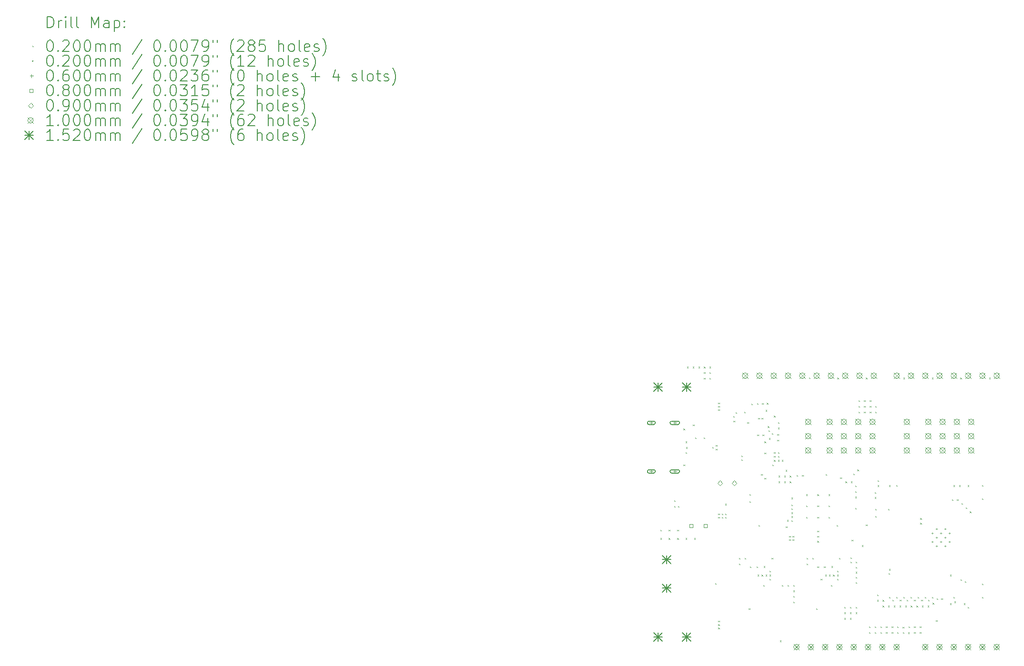
<source format=gbr>
%TF.GenerationSoftware,KiCad,Pcbnew,7.0.1*%
%TF.CreationDate,2023-09-13T21:21:14+01:00*%
%TF.ProjectId,101 PCB,31303120-5043-4422-9e6b-696361645f70,rev?*%
%TF.SameCoordinates,Original*%
%TF.FileFunction,Drillmap*%
%TF.FilePolarity,Positive*%
%FSLAX45Y45*%
G04 Gerber Fmt 4.5, Leading zero omitted, Abs format (unit mm)*
G04 Created by KiCad (PCBNEW 7.0.1) date 2023-09-13 21:21:14*
%MOMM*%
%LPD*%
G01*
G04 APERTURE LIST*
%ADD10C,0.200000*%
%ADD11C,0.020000*%
%ADD12C,0.060000*%
%ADD13C,0.080000*%
%ADD14C,0.090000*%
%ADD15C,0.100000*%
%ADD16C,0.152000*%
G04 APERTURE END LIST*
D10*
D11*
X11140000Y-9240000D02*
X11160000Y-9260000D01*
X11160000Y-9240000D02*
X11140000Y-9260000D01*
X11140000Y-9390000D02*
X11160000Y-9410000D01*
X11160000Y-9390000D02*
X11140000Y-9410000D01*
X11290000Y-9240000D02*
X11310000Y-9260000D01*
X11310000Y-9240000D02*
X11290000Y-9260000D01*
X11290000Y-9390000D02*
X11310000Y-9410000D01*
X11310000Y-9390000D02*
X11290000Y-9410000D01*
X11383321Y-8715000D02*
X11403321Y-8735000D01*
X11403321Y-8715000D02*
X11383321Y-8735000D01*
X11385233Y-8815000D02*
X11405233Y-8835000D01*
X11405233Y-8815000D02*
X11385233Y-8835000D01*
X11440000Y-9240000D02*
X11460000Y-9260000D01*
X11460000Y-9240000D02*
X11440000Y-9260000D01*
X11440000Y-9390000D02*
X11460000Y-9410000D01*
X11460000Y-9390000D02*
X11440000Y-9410000D01*
X11455354Y-8815000D02*
X11475354Y-8835000D01*
X11475354Y-8815000D02*
X11455354Y-8835000D01*
X11550000Y-7440000D02*
X11570000Y-7460000D01*
X11570000Y-7440000D02*
X11550000Y-7460000D01*
X11550000Y-8080000D02*
X11570000Y-8100000D01*
X11570000Y-8080000D02*
X11550000Y-8100000D01*
X11590000Y-7670000D02*
X11610000Y-7690000D01*
X11610000Y-7670000D02*
X11590000Y-7690000D01*
X11590000Y-7860000D02*
X11610000Y-7880000D01*
X11610000Y-7860000D02*
X11590000Y-7880000D01*
X11590000Y-9390000D02*
X11610000Y-9410000D01*
X11610000Y-9390000D02*
X11590000Y-9410000D01*
X11594950Y-7770000D02*
X11614950Y-7790000D01*
X11614950Y-7770000D02*
X11594950Y-7790000D01*
X11615000Y-6340000D02*
X11635000Y-6360000D01*
X11635000Y-6340000D02*
X11615000Y-6360000D01*
X11715000Y-6340000D02*
X11735000Y-6360000D01*
X11735000Y-6340000D02*
X11715000Y-6360000D01*
X11720000Y-7370000D02*
X11740000Y-7390000D01*
X11740000Y-7370000D02*
X11720000Y-7390000D01*
X11740000Y-9390000D02*
X11760000Y-9410000D01*
X11760000Y-9390000D02*
X11740000Y-9410000D01*
X11760000Y-7597550D02*
X11780000Y-7617550D01*
X11780000Y-7597550D02*
X11760000Y-7617550D01*
X11815000Y-6340000D02*
X11835000Y-6360000D01*
X11835000Y-6340000D02*
X11815000Y-6360000D01*
X11910000Y-7600000D02*
X11930000Y-7620000D01*
X11930000Y-7600000D02*
X11910000Y-7620000D01*
X11915000Y-6340000D02*
X11935000Y-6360000D01*
X11935000Y-6340000D02*
X11915000Y-6360000D01*
X11915000Y-6440000D02*
X11935000Y-6460000D01*
X11935000Y-6440000D02*
X11915000Y-6460000D01*
X11915000Y-6540000D02*
X11935000Y-6560000D01*
X11935000Y-6540000D02*
X11915000Y-6560000D01*
X12015000Y-6340000D02*
X12035000Y-6360000D01*
X12035000Y-6340000D02*
X12015000Y-6360000D01*
X12015000Y-6440000D02*
X12035000Y-6460000D01*
X12035000Y-6440000D02*
X12015000Y-6460000D01*
X12015000Y-6540000D02*
X12035000Y-6560000D01*
X12035000Y-6540000D02*
X12015000Y-6560000D01*
X12064736Y-7764736D02*
X12084736Y-7784736D01*
X12084736Y-7764736D02*
X12064736Y-7784736D01*
X12115000Y-10186521D02*
X12135000Y-10206521D01*
X12135000Y-10186521D02*
X12115000Y-10206521D01*
X12125345Y-7735000D02*
X12145345Y-7755000D01*
X12145345Y-7735000D02*
X12125345Y-7755000D01*
X12125345Y-7800000D02*
X12145345Y-7820000D01*
X12145345Y-7800000D02*
X12125345Y-7820000D01*
X12170000Y-6980000D02*
X12190000Y-7000000D01*
X12190000Y-6980000D02*
X12170000Y-7000000D01*
X12170000Y-7040000D02*
X12190000Y-7060000D01*
X12190000Y-7040000D02*
X12170000Y-7060000D01*
X12170000Y-7100000D02*
X12190000Y-7120000D01*
X12190000Y-7100000D02*
X12170000Y-7120000D01*
X12170000Y-8950000D02*
X12190000Y-8970000D01*
X12190000Y-8950000D02*
X12170000Y-8970000D01*
X12170000Y-9010000D02*
X12190000Y-9030000D01*
X12190000Y-9010000D02*
X12170000Y-9030000D01*
X12170000Y-10860000D02*
X12190000Y-10880000D01*
X12190000Y-10860000D02*
X12170000Y-10880000D01*
X12170000Y-10920000D02*
X12190000Y-10940000D01*
X12190000Y-10920000D02*
X12170000Y-10940000D01*
X12170000Y-10980000D02*
X12190000Y-11000000D01*
X12190000Y-10980000D02*
X12170000Y-11000000D01*
X12230000Y-8950000D02*
X12250000Y-8970000D01*
X12250000Y-8950000D02*
X12230000Y-8970000D01*
X12230000Y-9010000D02*
X12250000Y-9030000D01*
X12250000Y-9010000D02*
X12230000Y-9030000D01*
X12290000Y-8780000D02*
X12310000Y-8800000D01*
X12310000Y-8780000D02*
X12290000Y-8800000D01*
X12290000Y-8950000D02*
X12310000Y-8970000D01*
X12310000Y-8950000D02*
X12290000Y-8970000D01*
X12290000Y-9010000D02*
X12310000Y-9030000D01*
X12310000Y-9010000D02*
X12290000Y-9030000D01*
X12435000Y-7215000D02*
X12455000Y-7235000D01*
X12455000Y-7215000D02*
X12435000Y-7235000D01*
X12440000Y-7300000D02*
X12460000Y-7320000D01*
X12460000Y-7300000D02*
X12440000Y-7320000D01*
X12480000Y-7150000D02*
X12500000Y-7170000D01*
X12500000Y-7150000D02*
X12480000Y-7170000D01*
X12540000Y-9740000D02*
X12560000Y-9760000D01*
X12560000Y-9740000D02*
X12540000Y-9760000D01*
X12540000Y-9840000D02*
X12560000Y-9860000D01*
X12560000Y-9840000D02*
X12540000Y-9860000D01*
X12580000Y-7920000D02*
X12600000Y-7940000D01*
X12600000Y-7920000D02*
X12580000Y-7940000D01*
X12580000Y-7990000D02*
X12600000Y-8010000D01*
X12600000Y-7990000D02*
X12580000Y-8010000D01*
X12630000Y-7140000D02*
X12650000Y-7160000D01*
X12650000Y-7140000D02*
X12630000Y-7160000D01*
X12640000Y-9740000D02*
X12660000Y-9760000D01*
X12660000Y-9740000D02*
X12640000Y-9760000D01*
X12686250Y-7325000D02*
X12706250Y-7345000D01*
X12706250Y-7325000D02*
X12686250Y-7345000D01*
X12710000Y-10640000D02*
X12730000Y-10660000D01*
X12730000Y-10640000D02*
X12710000Y-10660000D01*
X12721562Y-8607900D02*
X12741562Y-8627900D01*
X12741562Y-8607900D02*
X12721562Y-8627900D01*
X12723051Y-8734900D02*
X12743051Y-8754900D01*
X12743051Y-8734900D02*
X12723051Y-8754900D01*
X12730000Y-9890000D02*
X12750000Y-9910000D01*
X12750000Y-9890000D02*
X12730000Y-9910000D01*
X12755900Y-6994100D02*
X12775900Y-7014100D01*
X12775900Y-6994100D02*
X12755900Y-7014100D01*
X12850000Y-9890000D02*
X12870000Y-9910000D01*
X12870000Y-9890000D02*
X12850000Y-9910000D01*
X12860000Y-6990000D02*
X12880000Y-7010000D01*
X12880000Y-6990000D02*
X12860000Y-7010000D01*
X12862000Y-7549203D02*
X12882000Y-7569203D01*
X12882000Y-7549203D02*
X12862000Y-7569203D01*
X12870000Y-10040000D02*
X12890000Y-10060000D01*
X12890000Y-10040000D02*
X12870000Y-10060000D01*
X12880000Y-7251250D02*
X12900000Y-7271250D01*
X12900000Y-7251250D02*
X12880000Y-7271250D01*
X12886323Y-9153677D02*
X12906323Y-9173677D01*
X12906323Y-9153677D02*
X12886323Y-9173677D01*
X12930000Y-8250000D02*
X12950000Y-8270000D01*
X12950000Y-8250000D02*
X12930000Y-8270000D01*
X12940000Y-7251250D02*
X12960000Y-7271250D01*
X12960000Y-7251250D02*
X12940000Y-7271250D01*
X12940000Y-10040000D02*
X12960000Y-10060000D01*
X12960000Y-10040000D02*
X12940000Y-10060000D01*
X12948750Y-6990000D02*
X12968750Y-7010000D01*
X12968750Y-6990000D02*
X12948750Y-7010000D01*
X12957764Y-7549217D02*
X12977764Y-7569217D01*
X12977764Y-7549217D02*
X12957764Y-7569217D01*
X12970000Y-10220000D02*
X12990000Y-10240000D01*
X12990000Y-10220000D02*
X12970000Y-10240000D01*
X12978885Y-9887220D02*
X12998885Y-9907220D01*
X12998885Y-9887220D02*
X12978885Y-9907220D01*
X12990000Y-7670000D02*
X13010000Y-7690000D01*
X13010000Y-7670000D02*
X12990000Y-7690000D01*
X12990000Y-7870000D02*
X13010000Y-7890000D01*
X13010000Y-7870000D02*
X12990000Y-7890000D01*
X12990000Y-8320000D02*
X13010000Y-8340000D01*
X13010000Y-8320000D02*
X12990000Y-8340000D01*
X13010000Y-7110000D02*
X13030000Y-7130000D01*
X13030000Y-7110000D02*
X13010000Y-7130000D01*
X13010000Y-10040000D02*
X13030000Y-10060000D01*
X13030000Y-10040000D02*
X13010000Y-10060000D01*
X13032500Y-6985600D02*
X13052500Y-7005600D01*
X13052500Y-6985600D02*
X13032500Y-7005600D01*
X13050000Y-7400000D02*
X13070000Y-7420000D01*
X13070000Y-7400000D02*
X13050000Y-7420000D01*
X13060000Y-7470000D02*
X13080000Y-7490000D01*
X13080000Y-7470000D02*
X13060000Y-7490000D01*
X13070000Y-7610000D02*
X13090000Y-7630000D01*
X13090000Y-7610000D02*
X13070000Y-7630000D01*
X13080000Y-9970000D02*
X13100000Y-9990000D01*
X13100000Y-9970000D02*
X13080000Y-9990000D01*
X13080000Y-10040000D02*
X13100000Y-10060000D01*
X13100000Y-10040000D02*
X13080000Y-10060000D01*
X13080000Y-10110000D02*
X13100000Y-10130000D01*
X13100000Y-10110000D02*
X13080000Y-10130000D01*
X13115816Y-9742000D02*
X13135816Y-9762000D01*
X13135816Y-9742000D02*
X13115816Y-9762000D01*
X13120000Y-7520000D02*
X13140000Y-7540000D01*
X13140000Y-7520000D02*
X13120000Y-7540000D01*
X13131000Y-8080000D02*
X13151000Y-8100000D01*
X13151000Y-8080000D02*
X13131000Y-8100000D01*
X13160000Y-7211250D02*
X13180000Y-7231250D01*
X13180000Y-7211250D02*
X13160000Y-7231250D01*
X13160000Y-7860000D02*
X13180000Y-7880000D01*
X13180000Y-7860000D02*
X13160000Y-7880000D01*
X13160000Y-7930000D02*
X13180000Y-7950000D01*
X13180000Y-7930000D02*
X13160000Y-7950000D01*
X13160000Y-8000000D02*
X13180000Y-8020000D01*
X13180000Y-8000000D02*
X13160000Y-8020000D01*
X13220000Y-7540000D02*
X13240000Y-7560000D01*
X13240000Y-7540000D02*
X13220000Y-7560000D01*
X13220000Y-7640000D02*
X13240000Y-7660000D01*
X13240000Y-7640000D02*
X13220000Y-7660000D01*
X13230000Y-7860000D02*
X13250000Y-7880000D01*
X13250000Y-7860000D02*
X13230000Y-7880000D01*
X13230000Y-7930000D02*
X13250000Y-7950000D01*
X13250000Y-7930000D02*
X13230000Y-7950000D01*
X13230000Y-8000000D02*
X13250000Y-8020000D01*
X13250000Y-8000000D02*
X13230000Y-8020000D01*
X13232641Y-7423000D02*
X13252641Y-7443000D01*
X13252641Y-7423000D02*
X13232641Y-7443000D01*
X13233949Y-7327000D02*
X13253949Y-7347000D01*
X13253949Y-7327000D02*
X13233949Y-7347000D01*
X13240000Y-8280000D02*
X13260000Y-8300000D01*
X13260000Y-8280000D02*
X13240000Y-8300000D01*
X13240000Y-8380000D02*
X13260000Y-8400000D01*
X13260000Y-8380000D02*
X13240000Y-8400000D01*
X13265000Y-11207963D02*
X13285000Y-11227963D01*
X13285000Y-11207963D02*
X13265000Y-11227963D01*
X13300000Y-8000000D02*
X13320000Y-8020000D01*
X13320000Y-8000000D02*
X13300000Y-8020000D01*
X13300000Y-10220000D02*
X13320000Y-10240000D01*
X13320000Y-10220000D02*
X13300000Y-10240000D01*
X13340000Y-8280000D02*
X13360000Y-8300000D01*
X13360000Y-8280000D02*
X13340000Y-8300000D01*
X13340000Y-8380000D02*
X13360000Y-8400000D01*
X13360000Y-8380000D02*
X13340000Y-8400000D01*
X13369000Y-8178000D02*
X13389000Y-8198000D01*
X13389000Y-8178000D02*
X13369000Y-8198000D01*
X13370300Y-9182500D02*
X13390300Y-9202500D01*
X13390300Y-9182500D02*
X13370300Y-9202500D01*
X13395051Y-9068345D02*
X13415051Y-9088345D01*
X13415051Y-9068345D02*
X13395051Y-9088345D01*
X13400000Y-10220000D02*
X13420000Y-10240000D01*
X13420000Y-10220000D02*
X13400000Y-10240000D01*
X13430000Y-9350000D02*
X13450000Y-9370000D01*
X13450000Y-9350000D02*
X13430000Y-9370000D01*
X13430000Y-9410000D02*
X13450000Y-9430000D01*
X13450000Y-9410000D02*
X13430000Y-9430000D01*
X13440000Y-8280000D02*
X13460000Y-8300000D01*
X13460000Y-8280000D02*
X13440000Y-8300000D01*
X13440000Y-8380000D02*
X13460000Y-8400000D01*
X13460000Y-8380000D02*
X13440000Y-8400000D01*
X13470000Y-8670000D02*
X13490000Y-8690000D01*
X13490000Y-8670000D02*
X13470000Y-8690000D01*
X13470000Y-8790000D02*
X13490000Y-8810000D01*
X13490000Y-8790000D02*
X13470000Y-8810000D01*
X13470000Y-8860000D02*
X13490000Y-8880000D01*
X13490000Y-8860000D02*
X13470000Y-8880000D01*
X13470000Y-8930000D02*
X13490000Y-8950000D01*
X13490000Y-8930000D02*
X13470000Y-8950000D01*
X13470000Y-9000000D02*
X13490000Y-9020000D01*
X13490000Y-9000000D02*
X13470000Y-9020000D01*
X13470000Y-9070000D02*
X13490000Y-9090000D01*
X13490000Y-9070000D02*
X13470000Y-9090000D01*
X13490000Y-9350000D02*
X13510000Y-9370000D01*
X13510000Y-9350000D02*
X13490000Y-9370000D01*
X13490000Y-9410000D02*
X13510000Y-9430000D01*
X13510000Y-9410000D02*
X13490000Y-9430000D01*
X13500000Y-10220000D02*
X13520000Y-10240000D01*
X13520000Y-10220000D02*
X13500000Y-10240000D01*
X13500000Y-10320000D02*
X13520000Y-10340000D01*
X13520000Y-10320000D02*
X13500000Y-10340000D01*
X13500000Y-10420000D02*
X13520000Y-10440000D01*
X13520000Y-10420000D02*
X13500000Y-10440000D01*
X13500000Y-10520000D02*
X13520000Y-10540000D01*
X13520000Y-10520000D02*
X13500000Y-10540000D01*
X13562000Y-8265560D02*
X13582000Y-8285560D01*
X13582000Y-8265560D02*
X13562000Y-8285560D01*
X13658000Y-8266761D02*
X13678000Y-8286761D01*
X13678000Y-8266761D02*
X13658000Y-8286761D01*
X13730000Y-8610000D02*
X13750000Y-8630000D01*
X13750000Y-8610000D02*
X13730000Y-8630000D01*
X13730000Y-8810000D02*
X13750000Y-8830000D01*
X13750000Y-8810000D02*
X13730000Y-8830000D01*
X13730000Y-9010000D02*
X13750000Y-9030000D01*
X13750000Y-9010000D02*
X13730000Y-9030000D01*
X13740000Y-9740000D02*
X13760000Y-9760000D01*
X13760000Y-9740000D02*
X13740000Y-9760000D01*
X13740000Y-9840000D02*
X13760000Y-9860000D01*
X13760000Y-9840000D02*
X13740000Y-9860000D01*
X13780100Y-6529800D02*
X13800100Y-6549800D01*
X13800100Y-6529800D02*
X13780100Y-6549800D01*
X13840000Y-9740000D02*
X13860000Y-9760000D01*
X13860000Y-9740000D02*
X13840000Y-9760000D01*
X13910000Y-10640000D02*
X13930000Y-10660000D01*
X13930000Y-10640000D02*
X13910000Y-10660000D01*
X13930000Y-8610000D02*
X13950000Y-8630000D01*
X13950000Y-8610000D02*
X13930000Y-8630000D01*
X13930000Y-8810000D02*
X13950000Y-8830000D01*
X13950000Y-8810000D02*
X13930000Y-8830000D01*
X13930000Y-9010000D02*
X13950000Y-9030000D01*
X13950000Y-9010000D02*
X13930000Y-9030000D01*
X13930000Y-9260000D02*
X13950000Y-9280000D01*
X13950000Y-9260000D02*
X13930000Y-9280000D01*
X13930000Y-9350000D02*
X13950000Y-9370000D01*
X13950000Y-9350000D02*
X13930000Y-9370000D01*
X13930000Y-9440000D02*
X13950000Y-9460000D01*
X13950000Y-9440000D02*
X13930000Y-9460000D01*
X13930000Y-9890000D02*
X13950000Y-9910000D01*
X13950000Y-9890000D02*
X13930000Y-9910000D01*
X13990000Y-10110000D02*
X14010000Y-10130000D01*
X14010000Y-10110000D02*
X13990000Y-10130000D01*
X14050000Y-9890000D02*
X14070000Y-9910000D01*
X14070000Y-9890000D02*
X14050000Y-9910000D01*
X14070000Y-10040000D02*
X14090000Y-10060000D01*
X14090000Y-10040000D02*
X14070000Y-10060000D01*
X14076100Y-8248200D02*
X14096100Y-8268200D01*
X14096100Y-8248200D02*
X14076100Y-8268200D01*
X14130000Y-8610000D02*
X14150000Y-8630000D01*
X14150000Y-8610000D02*
X14130000Y-8630000D01*
X14130000Y-8810000D02*
X14150000Y-8830000D01*
X14150000Y-8810000D02*
X14130000Y-8830000D01*
X14130000Y-9010000D02*
X14150000Y-9030000D01*
X14150000Y-9010000D02*
X14130000Y-9030000D01*
X14140000Y-10040000D02*
X14160000Y-10060000D01*
X14160000Y-10040000D02*
X14140000Y-10060000D01*
X14170000Y-10220000D02*
X14190000Y-10240000D01*
X14190000Y-10220000D02*
X14170000Y-10240000D01*
X14178885Y-9887220D02*
X14198885Y-9907220D01*
X14198885Y-9887220D02*
X14178885Y-9907220D01*
X14210000Y-10040000D02*
X14230000Y-10060000D01*
X14230000Y-10040000D02*
X14210000Y-10060000D01*
X14275000Y-9155000D02*
X14295000Y-9175000D01*
X14295000Y-9155000D02*
X14275000Y-9175000D01*
X14280000Y-9970000D02*
X14300000Y-9990000D01*
X14300000Y-9970000D02*
X14280000Y-9990000D01*
X14280000Y-10040000D02*
X14300000Y-10060000D01*
X14300000Y-10040000D02*
X14280000Y-10060000D01*
X14280000Y-10110000D02*
X14300000Y-10130000D01*
X14300000Y-10110000D02*
X14280000Y-10130000D01*
X14285100Y-6534800D02*
X14305100Y-6554800D01*
X14305100Y-6534800D02*
X14285100Y-6554800D01*
X14315816Y-9742000D02*
X14335816Y-9762000D01*
X14335816Y-9742000D02*
X14315816Y-9762000D01*
X14337200Y-8310000D02*
X14357200Y-8330000D01*
X14357200Y-8310000D02*
X14337200Y-8330000D01*
X14410000Y-10610000D02*
X14430000Y-10630000D01*
X14430000Y-10610000D02*
X14410000Y-10630000D01*
X14410000Y-10710000D02*
X14430000Y-10730000D01*
X14430000Y-10710000D02*
X14410000Y-10730000D01*
X14410000Y-10810000D02*
X14430000Y-10830000D01*
X14430000Y-10810000D02*
X14410000Y-10830000D01*
X14430000Y-8380000D02*
X14450000Y-8400000D01*
X14450000Y-8380000D02*
X14430000Y-8400000D01*
X14510000Y-10610000D02*
X14530000Y-10630000D01*
X14530000Y-10610000D02*
X14510000Y-10630000D01*
X14510000Y-10710000D02*
X14530000Y-10730000D01*
X14530000Y-10710000D02*
X14510000Y-10730000D01*
X14510000Y-10810000D02*
X14530000Y-10830000D01*
X14530000Y-10810000D02*
X14510000Y-10830000D01*
X14520000Y-9730000D02*
X14540000Y-9750000D01*
X14540000Y-9730000D02*
X14520000Y-9750000D01*
X14520000Y-9810000D02*
X14540000Y-9830000D01*
X14540000Y-9810000D02*
X14520000Y-9830000D01*
X14525757Y-8380292D02*
X14545757Y-8400292D01*
X14545757Y-8380292D02*
X14525757Y-8400292D01*
X14540000Y-9420000D02*
X14560000Y-9440000D01*
X14560000Y-9420000D02*
X14540000Y-9440000D01*
X14570000Y-8240000D02*
X14590000Y-8260000D01*
X14590000Y-8240000D02*
X14570000Y-8260000D01*
X14602318Y-8453750D02*
X14622318Y-8473750D01*
X14622318Y-8453750D02*
X14602318Y-8473750D01*
X14604247Y-8556044D02*
X14624247Y-8576044D01*
X14624247Y-8556044D02*
X14604247Y-8576044D01*
X14604329Y-8851750D02*
X14624329Y-8871750D01*
X14624329Y-8851750D02*
X14604329Y-8871750D01*
X14604551Y-8651901D02*
X14624551Y-8671901D01*
X14624551Y-8651901D02*
X14604551Y-8671901D01*
X14610000Y-9810000D02*
X14630000Y-9830000D01*
X14630000Y-9810000D02*
X14610000Y-9830000D01*
X14610000Y-9900000D02*
X14630000Y-9920000D01*
X14630000Y-9900000D02*
X14610000Y-9920000D01*
X14610000Y-9990000D02*
X14630000Y-10010000D01*
X14630000Y-9990000D02*
X14610000Y-10010000D01*
X14610000Y-10080000D02*
X14630000Y-10100000D01*
X14630000Y-10080000D02*
X14610000Y-10100000D01*
X14610000Y-10170000D02*
X14630000Y-10190000D01*
X14630000Y-10170000D02*
X14610000Y-10190000D01*
X14610000Y-10610000D02*
X14630000Y-10630000D01*
X14630000Y-10610000D02*
X14610000Y-10630000D01*
X14610000Y-10710000D02*
X14630000Y-10730000D01*
X14630000Y-10710000D02*
X14610000Y-10730000D01*
X14640000Y-8170000D02*
X14660000Y-8190000D01*
X14660000Y-8170000D02*
X14640000Y-8190000D01*
X14660000Y-6940000D02*
X14680000Y-6960000D01*
X14680000Y-6940000D02*
X14660000Y-6960000D01*
X14660000Y-7040000D02*
X14680000Y-7060000D01*
X14680000Y-7040000D02*
X14660000Y-7060000D01*
X14660000Y-7140000D02*
X14680000Y-7160000D01*
X14680000Y-7140000D02*
X14660000Y-7160000D01*
X14722000Y-9515000D02*
X14742000Y-9535000D01*
X14742000Y-9515000D02*
X14722000Y-9535000D01*
X14760000Y-6940000D02*
X14780000Y-6960000D01*
X14780000Y-6940000D02*
X14760000Y-6960000D01*
X14760000Y-7040000D02*
X14780000Y-7060000D01*
X14780000Y-7040000D02*
X14760000Y-7060000D01*
X14760000Y-7140000D02*
X14780000Y-7160000D01*
X14780000Y-7140000D02*
X14760000Y-7160000D01*
X14795000Y-9150000D02*
X14815000Y-9170000D01*
X14815000Y-9150000D02*
X14795000Y-9170000D01*
X14795100Y-6534800D02*
X14815100Y-6554800D01*
X14815100Y-6534800D02*
X14795100Y-6554800D01*
X14850000Y-10960000D02*
X14870000Y-10980000D01*
X14870000Y-10960000D02*
X14850000Y-10980000D01*
X14850000Y-11060000D02*
X14870000Y-11080000D01*
X14870000Y-11060000D02*
X14850000Y-11080000D01*
X14860000Y-6940000D02*
X14880000Y-6960000D01*
X14880000Y-6940000D02*
X14860000Y-6960000D01*
X14860000Y-7040000D02*
X14880000Y-7060000D01*
X14880000Y-7040000D02*
X14860000Y-7060000D01*
X14860000Y-7140000D02*
X14880000Y-7160000D01*
X14880000Y-7140000D02*
X14860000Y-7160000D01*
X14950000Y-8570000D02*
X14970000Y-8590000D01*
X14970000Y-8570000D02*
X14950000Y-8590000D01*
X14950000Y-8660000D02*
X14970000Y-8680000D01*
X14970000Y-8660000D02*
X14950000Y-8680000D01*
X14950000Y-10960000D02*
X14970000Y-10980000D01*
X14970000Y-10960000D02*
X14950000Y-10980000D01*
X14950000Y-11060000D02*
X14970000Y-11080000D01*
X14970000Y-11060000D02*
X14950000Y-11080000D01*
X14959671Y-8995934D02*
X14979671Y-9015934D01*
X14979671Y-8995934D02*
X14959671Y-9015934D01*
X14960000Y-7040000D02*
X14980000Y-7060000D01*
X14980000Y-7040000D02*
X14960000Y-7060000D01*
X14960000Y-7140000D02*
X14980000Y-7160000D01*
X14980000Y-7140000D02*
X14960000Y-7160000D01*
X14961205Y-8869000D02*
X14981205Y-8889000D01*
X14981205Y-8869000D02*
X14961205Y-8889000D01*
X14990000Y-10390000D02*
X15010000Y-10410000D01*
X15010000Y-10390000D02*
X14990000Y-10410000D01*
X14990000Y-10490000D02*
X15010000Y-10510000D01*
X15010000Y-10490000D02*
X14990000Y-10510000D01*
X15000000Y-8360000D02*
X15020000Y-8380000D01*
X15020000Y-8360000D02*
X15000000Y-8380000D01*
X15000000Y-8450000D02*
X15020000Y-8470000D01*
X15020000Y-8450000D02*
X15000000Y-8470000D01*
X15050000Y-10960000D02*
X15070000Y-10980000D01*
X15070000Y-10960000D02*
X15050000Y-10980000D01*
X15050000Y-11060000D02*
X15070000Y-11080000D01*
X15070000Y-11060000D02*
X15050000Y-11080000D01*
X15090000Y-10490000D02*
X15110000Y-10510000D01*
X15110000Y-10490000D02*
X15090000Y-10510000D01*
X15090000Y-10590000D02*
X15110000Y-10610000D01*
X15110000Y-10590000D02*
X15090000Y-10610000D01*
X15150000Y-10960000D02*
X15170000Y-10980000D01*
X15170000Y-10960000D02*
X15150000Y-10980000D01*
X15150000Y-11060000D02*
X15170000Y-11080000D01*
X15170000Y-11060000D02*
X15150000Y-11080000D01*
X15190000Y-8869000D02*
X15210000Y-8889000D01*
X15210000Y-8869000D02*
X15190000Y-8889000D01*
X15190000Y-10590000D02*
X15210000Y-10610000D01*
X15210000Y-10590000D02*
X15190000Y-10610000D01*
X15194582Y-10012000D02*
X15214582Y-10032000D01*
X15214582Y-10012000D02*
X15194582Y-10032000D01*
X15202500Y-8447989D02*
X15222500Y-8467989D01*
X15222500Y-8447989D02*
X15202500Y-8467989D01*
X15202500Y-10432706D02*
X15222500Y-10452706D01*
X15222500Y-10432706D02*
X15202500Y-10452706D01*
X15206000Y-9939950D02*
X15226000Y-9959950D01*
X15226000Y-9939950D02*
X15206000Y-9959950D01*
X15250000Y-10960000D02*
X15270000Y-10980000D01*
X15270000Y-10960000D02*
X15250000Y-10980000D01*
X15250000Y-11060000D02*
X15270000Y-11080000D01*
X15270000Y-11060000D02*
X15250000Y-11080000D01*
X15265000Y-10485000D02*
X15285000Y-10505000D01*
X15285000Y-10485000D02*
X15265000Y-10505000D01*
X15290000Y-10590000D02*
X15310000Y-10610000D01*
X15310000Y-10590000D02*
X15290000Y-10610000D01*
X15329500Y-8447022D02*
X15349500Y-8467022D01*
X15349500Y-8447022D02*
X15329500Y-8467022D01*
X15329500Y-10433095D02*
X15349500Y-10453095D01*
X15349500Y-10433095D02*
X15329500Y-10453095D01*
X15350000Y-10960000D02*
X15370000Y-10980000D01*
X15370000Y-10960000D02*
X15350000Y-10980000D01*
X15350000Y-11060000D02*
X15370000Y-11080000D01*
X15370000Y-11060000D02*
X15350000Y-11080000D01*
X15390000Y-10590000D02*
X15410000Y-10610000D01*
X15410000Y-10590000D02*
X15390000Y-10610000D01*
X15395000Y-10485000D02*
X15415000Y-10505000D01*
X15415000Y-10485000D02*
X15395000Y-10505000D01*
X15445000Y-10965000D02*
X15465000Y-10985000D01*
X15465000Y-10965000D02*
X15445000Y-10985000D01*
X15450000Y-11060000D02*
X15470000Y-11080000D01*
X15470000Y-11060000D02*
X15450000Y-11080000D01*
X15456500Y-10432631D02*
X15476500Y-10452631D01*
X15476500Y-10432631D02*
X15456500Y-10452631D01*
X15459700Y-6535400D02*
X15479700Y-6555400D01*
X15479700Y-6535400D02*
X15459700Y-6555400D01*
X15490000Y-10590000D02*
X15510000Y-10610000D01*
X15510000Y-10590000D02*
X15490000Y-10610000D01*
X15520000Y-10485000D02*
X15540000Y-10505000D01*
X15540000Y-10485000D02*
X15520000Y-10505000D01*
X15545000Y-11065000D02*
X15565000Y-11085000D01*
X15565000Y-11065000D02*
X15545000Y-11085000D01*
X15550000Y-10960000D02*
X15570000Y-10980000D01*
X15570000Y-10960000D02*
X15550000Y-10980000D01*
X15583500Y-10432778D02*
X15603500Y-10452778D01*
X15603500Y-10432778D02*
X15583500Y-10452778D01*
X15590000Y-10590000D02*
X15610000Y-10610000D01*
X15610000Y-10590000D02*
X15590000Y-10610000D01*
X15650000Y-10485000D02*
X15670000Y-10505000D01*
X15670000Y-10485000D02*
X15650000Y-10505000D01*
X15650000Y-10960000D02*
X15670000Y-10980000D01*
X15670000Y-10960000D02*
X15650000Y-10980000D01*
X15650000Y-11060000D02*
X15670000Y-11080000D01*
X15670000Y-11060000D02*
X15650000Y-11080000D01*
X15690000Y-10590000D02*
X15710000Y-10610000D01*
X15710000Y-10590000D02*
X15690000Y-10610000D01*
X15710500Y-10432313D02*
X15730500Y-10452313D01*
X15730500Y-10432313D02*
X15710500Y-10452313D01*
X15750000Y-10960000D02*
X15770000Y-10980000D01*
X15770000Y-10960000D02*
X15750000Y-10980000D01*
X15750000Y-11060000D02*
X15770000Y-11080000D01*
X15770000Y-11060000D02*
X15750000Y-11080000D01*
X15760000Y-9033784D02*
X15780000Y-9053784D01*
X15780000Y-9033784D02*
X15760000Y-9053784D01*
X15760000Y-9118312D02*
X15780000Y-9138312D01*
X15780000Y-9118312D02*
X15760000Y-9138312D01*
X15775000Y-10485000D02*
X15795000Y-10505000D01*
X15795000Y-10485000D02*
X15775000Y-10505000D01*
X15790000Y-10590000D02*
X15810000Y-10610000D01*
X15810000Y-10590000D02*
X15790000Y-10610000D01*
X15837500Y-10432166D02*
X15857500Y-10452166D01*
X15857500Y-10432166D02*
X15837500Y-10452166D01*
X15890000Y-10590000D02*
X15910000Y-10610000D01*
X15910000Y-10590000D02*
X15890000Y-10610000D01*
X15900000Y-10485000D02*
X15920000Y-10505000D01*
X15920000Y-10485000D02*
X15900000Y-10505000D01*
X15964500Y-10432608D02*
X15984500Y-10452608D01*
X15984500Y-10432608D02*
X15964500Y-10452608D01*
X15965100Y-6534800D02*
X15985100Y-6554800D01*
X15985100Y-6534800D02*
X15965100Y-6554800D01*
X15980000Y-10540000D02*
X16000000Y-10560000D01*
X16000000Y-10540000D02*
X15980000Y-10560000D01*
X16038500Y-10850000D02*
X16058500Y-10870000D01*
X16058500Y-10850000D02*
X16038500Y-10870000D01*
X16050000Y-10460000D02*
X16070000Y-10480000D01*
X16070000Y-10460000D02*
X16050000Y-10480000D01*
X16130000Y-10460000D02*
X16150000Y-10480000D01*
X16150000Y-10460000D02*
X16130000Y-10480000D01*
X16290000Y-10040000D02*
X16310000Y-10060000D01*
X16310000Y-10040000D02*
X16290000Y-10060000D01*
X16290000Y-10550000D02*
X16310000Y-10570000D01*
X16310000Y-10550000D02*
X16290000Y-10570000D01*
X16320000Y-8700000D02*
X16340000Y-8720000D01*
X16340000Y-8700000D02*
X16320000Y-8720000D01*
X16345500Y-8448284D02*
X16365500Y-8468284D01*
X16365500Y-8448284D02*
X16345500Y-8468284D01*
X16345500Y-10433230D02*
X16365500Y-10453230D01*
X16365500Y-10433230D02*
X16345500Y-10453230D01*
X16365000Y-10515000D02*
X16385000Y-10535000D01*
X16385000Y-10515000D02*
X16365000Y-10535000D01*
X16410000Y-8700000D02*
X16430000Y-8720000D01*
X16430000Y-8700000D02*
X16410000Y-8720000D01*
X16449179Y-8447446D02*
X16469179Y-8467446D01*
X16469179Y-8447446D02*
X16449179Y-8467446D01*
X16470100Y-6534800D02*
X16490100Y-6554800D01*
X16490100Y-6534800D02*
X16470100Y-6554800D01*
X16472500Y-10121220D02*
X16492500Y-10141220D01*
X16492500Y-10121220D02*
X16472500Y-10141220D01*
X16490000Y-8765000D02*
X16510000Y-8785000D01*
X16510000Y-8765000D02*
X16490000Y-8785000D01*
X16536200Y-10549600D02*
X16556200Y-10569600D01*
X16556200Y-10549600D02*
X16536200Y-10569600D01*
X16551900Y-10156900D02*
X16571900Y-10176900D01*
X16571900Y-10156900D02*
X16551900Y-10176900D01*
X16565000Y-8840000D02*
X16585000Y-8860000D01*
X16585000Y-8840000D02*
X16565000Y-8860000D01*
X16599500Y-10610000D02*
X16619500Y-10630000D01*
X16619500Y-10610000D02*
X16599500Y-10630000D01*
X16599558Y-8447587D02*
X16619558Y-8467587D01*
X16619558Y-8447587D02*
X16599558Y-8467587D01*
X16640000Y-8915000D02*
X16660000Y-8935000D01*
X16660000Y-8915000D02*
X16640000Y-8935000D01*
X16853500Y-8446920D02*
X16873500Y-8466920D01*
X16873500Y-8446920D02*
X16853500Y-8466920D01*
X16853500Y-8682650D02*
X16873500Y-8702650D01*
X16873500Y-8682650D02*
X16853500Y-8702650D01*
X16853500Y-10196627D02*
X16873500Y-10216627D01*
X16873500Y-10196627D02*
X16853500Y-10216627D01*
X16853500Y-10432859D02*
X16873500Y-10452859D01*
X16873500Y-10432859D02*
X16853500Y-10452859D01*
X16980100Y-6534800D02*
X17000100Y-6554800D01*
X17000100Y-6534800D02*
X16980100Y-6554800D01*
X15987000Y-9305750D02*
G75*
G03*
X15987000Y-9305750I-10000J0D01*
G01*
X15987000Y-9458250D02*
G75*
G03*
X15987000Y-9458250I-10000J0D01*
G01*
X16063250Y-9229500D02*
G75*
G03*
X16063250Y-9229500I-10000J0D01*
G01*
X16063250Y-9382000D02*
G75*
G03*
X16063250Y-9382000I-10000J0D01*
G01*
X16063250Y-9534500D02*
G75*
G03*
X16063250Y-9534500I-10000J0D01*
G01*
X16139500Y-9305750D02*
G75*
G03*
X16139500Y-9305750I-10000J0D01*
G01*
X16139500Y-9458250D02*
G75*
G03*
X16139500Y-9458250I-10000J0D01*
G01*
X16215750Y-9229500D02*
G75*
G03*
X16215750Y-9229500I-10000J0D01*
G01*
X16215750Y-9382000D02*
G75*
G03*
X16215750Y-9382000I-10000J0D01*
G01*
X16215750Y-9534500D02*
G75*
G03*
X16215750Y-9534500I-10000J0D01*
G01*
X16292000Y-9305750D02*
G75*
G03*
X16292000Y-9305750I-10000J0D01*
G01*
X16292000Y-9458250D02*
G75*
G03*
X16292000Y-9458250I-10000J0D01*
G01*
D12*
X10980000Y-7307500D02*
X10980000Y-7367500D01*
X10950000Y-7337500D02*
X11010000Y-7337500D01*
D10*
X11020000Y-7307500D02*
X10940000Y-7307500D01*
X10940000Y-7307500D02*
G75*
G03*
X10940000Y-7367500I0J-30000D01*
G01*
X10940000Y-7367500D02*
X11020000Y-7367500D01*
X11020000Y-7367500D02*
G75*
G03*
X11020000Y-7307500I0J30000D01*
G01*
D12*
X10980000Y-8172500D02*
X10980000Y-8232500D01*
X10950000Y-8202500D02*
X11010000Y-8202500D01*
D10*
X11020000Y-8172500D02*
X10940000Y-8172500D01*
X10940000Y-8172500D02*
G75*
G03*
X10940000Y-8232500I0J-30000D01*
G01*
X10940000Y-8232500D02*
X11020000Y-8232500D01*
X11020000Y-8232500D02*
G75*
G03*
X11020000Y-8172500I0J30000D01*
G01*
D12*
X11397000Y-7307500D02*
X11397000Y-7367500D01*
X11367000Y-7337500D02*
X11427000Y-7337500D01*
D10*
X11452000Y-7307500D02*
X11342000Y-7307500D01*
X11342000Y-7307500D02*
G75*
G03*
X11342000Y-7367500I0J-30000D01*
G01*
X11342000Y-7367500D02*
X11452000Y-7367500D01*
X11452000Y-7367500D02*
G75*
G03*
X11452000Y-7307500I0J30000D01*
G01*
D12*
X11397000Y-8172500D02*
X11397000Y-8232500D01*
X11367000Y-8202500D02*
X11427000Y-8202500D01*
D10*
X11452000Y-8172500D02*
X11342000Y-8172500D01*
X11342000Y-8172500D02*
G75*
G03*
X11342000Y-8232500I0J-30000D01*
G01*
X11342000Y-8232500D02*
X11452000Y-8232500D01*
X11452000Y-8232500D02*
G75*
G03*
X11452000Y-8172500I0J30000D01*
G01*
D13*
X11718796Y-9198285D02*
X11718796Y-9141716D01*
X11662227Y-9141716D01*
X11662227Y-9198285D01*
X11718796Y-9198285D01*
X11968796Y-9198285D02*
X11968796Y-9141716D01*
X11912227Y-9141716D01*
X11912227Y-9198285D01*
X11968796Y-9198285D01*
D14*
X12200000Y-8455000D02*
X12245000Y-8410000D01*
X12200000Y-8365000D01*
X12155000Y-8410000D01*
X12200000Y-8455000D01*
X12454000Y-8455000D02*
X12499000Y-8410000D01*
X12454000Y-8365000D01*
X12409000Y-8410000D01*
X12454000Y-8455000D01*
D15*
X12596000Y-6450100D02*
X12696000Y-6550100D01*
X12696000Y-6450100D02*
X12596000Y-6550100D01*
X12696000Y-6500100D02*
G75*
G03*
X12696000Y-6500100I-50000J0D01*
G01*
X12850000Y-6450100D02*
X12950000Y-6550100D01*
X12950000Y-6450100D02*
X12850000Y-6550100D01*
X12950000Y-6500100D02*
G75*
G03*
X12950000Y-6500100I-50000J0D01*
G01*
X13104000Y-6450100D02*
X13204000Y-6550100D01*
X13204000Y-6450100D02*
X13104000Y-6550100D01*
X13204000Y-6500100D02*
G75*
G03*
X13204000Y-6500100I-50000J0D01*
G01*
X13358000Y-6450100D02*
X13458000Y-6550100D01*
X13458000Y-6450100D02*
X13358000Y-6550100D01*
X13458000Y-6500100D02*
G75*
G03*
X13458000Y-6500100I-50000J0D01*
G01*
X13509700Y-11276400D02*
X13609700Y-11376400D01*
X13609700Y-11276400D02*
X13509700Y-11376400D01*
X13609700Y-11326400D02*
G75*
G03*
X13609700Y-11326400I-50000J0D01*
G01*
X13612000Y-6450100D02*
X13712000Y-6550100D01*
X13712000Y-6450100D02*
X13612000Y-6550100D01*
X13712000Y-6500100D02*
G75*
G03*
X13712000Y-6500100I-50000J0D01*
G01*
X13716000Y-7271000D02*
X13816000Y-7371000D01*
X13816000Y-7271000D02*
X13716000Y-7371000D01*
X13816000Y-7321000D02*
G75*
G03*
X13816000Y-7321000I-50000J0D01*
G01*
X13716000Y-7525000D02*
X13816000Y-7625000D01*
X13816000Y-7525000D02*
X13716000Y-7625000D01*
X13816000Y-7575000D02*
G75*
G03*
X13816000Y-7575000I-50000J0D01*
G01*
X13716000Y-7779000D02*
X13816000Y-7879000D01*
X13816000Y-7779000D02*
X13716000Y-7879000D01*
X13816000Y-7829000D02*
G75*
G03*
X13816000Y-7829000I-50000J0D01*
G01*
X13763700Y-11276400D02*
X13863700Y-11376400D01*
X13863700Y-11276400D02*
X13763700Y-11376400D01*
X13863700Y-11326400D02*
G75*
G03*
X13863700Y-11326400I-50000J0D01*
G01*
X13866000Y-6450100D02*
X13966000Y-6550100D01*
X13966000Y-6450100D02*
X13866000Y-6550100D01*
X13966000Y-6500100D02*
G75*
G03*
X13966000Y-6500100I-50000J0D01*
G01*
X14017700Y-11276400D02*
X14117700Y-11376400D01*
X14117700Y-11276400D02*
X14017700Y-11376400D01*
X14117700Y-11326400D02*
G75*
G03*
X14117700Y-11326400I-50000J0D01*
G01*
X14097000Y-7271000D02*
X14197000Y-7371000D01*
X14197000Y-7271000D02*
X14097000Y-7371000D01*
X14197000Y-7321000D02*
G75*
G03*
X14197000Y-7321000I-50000J0D01*
G01*
X14097000Y-7525000D02*
X14197000Y-7625000D01*
X14197000Y-7525000D02*
X14097000Y-7625000D01*
X14197000Y-7575000D02*
G75*
G03*
X14197000Y-7575000I-50000J0D01*
G01*
X14097000Y-7779000D02*
X14197000Y-7879000D01*
X14197000Y-7779000D02*
X14097000Y-7879000D01*
X14197000Y-7829000D02*
G75*
G03*
X14197000Y-7829000I-50000J0D01*
G01*
X14120000Y-6450100D02*
X14220000Y-6550100D01*
X14220000Y-6450100D02*
X14120000Y-6550100D01*
X14220000Y-6500100D02*
G75*
G03*
X14220000Y-6500100I-50000J0D01*
G01*
X14271700Y-11276400D02*
X14371700Y-11376400D01*
X14371700Y-11276400D02*
X14271700Y-11376400D01*
X14371700Y-11326400D02*
G75*
G03*
X14371700Y-11326400I-50000J0D01*
G01*
X14351000Y-7271000D02*
X14451000Y-7371000D01*
X14451000Y-7271000D02*
X14351000Y-7371000D01*
X14451000Y-7321000D02*
G75*
G03*
X14451000Y-7321000I-50000J0D01*
G01*
X14351000Y-7525000D02*
X14451000Y-7625000D01*
X14451000Y-7525000D02*
X14351000Y-7625000D01*
X14451000Y-7575000D02*
G75*
G03*
X14451000Y-7575000I-50000J0D01*
G01*
X14351000Y-7779000D02*
X14451000Y-7879000D01*
X14451000Y-7779000D02*
X14351000Y-7879000D01*
X14451000Y-7829000D02*
G75*
G03*
X14451000Y-7829000I-50000J0D01*
G01*
X14374000Y-6450100D02*
X14474000Y-6550100D01*
X14474000Y-6450100D02*
X14374000Y-6550100D01*
X14474000Y-6500100D02*
G75*
G03*
X14474000Y-6500100I-50000J0D01*
G01*
X14525700Y-11276400D02*
X14625700Y-11376400D01*
X14625700Y-11276400D02*
X14525700Y-11376400D01*
X14625700Y-11326400D02*
G75*
G03*
X14625700Y-11326400I-50000J0D01*
G01*
X14605000Y-7271000D02*
X14705000Y-7371000D01*
X14705000Y-7271000D02*
X14605000Y-7371000D01*
X14705000Y-7321000D02*
G75*
G03*
X14705000Y-7321000I-50000J0D01*
G01*
X14605000Y-7525000D02*
X14705000Y-7625000D01*
X14705000Y-7525000D02*
X14605000Y-7625000D01*
X14705000Y-7575000D02*
G75*
G03*
X14705000Y-7575000I-50000J0D01*
G01*
X14605000Y-7779000D02*
X14705000Y-7879000D01*
X14705000Y-7779000D02*
X14605000Y-7879000D01*
X14705000Y-7829000D02*
G75*
G03*
X14705000Y-7829000I-50000J0D01*
G01*
X14628000Y-6450100D02*
X14728000Y-6550100D01*
X14728000Y-6450100D02*
X14628000Y-6550100D01*
X14728000Y-6500100D02*
G75*
G03*
X14728000Y-6500100I-50000J0D01*
G01*
X14779700Y-11276400D02*
X14879700Y-11376400D01*
X14879700Y-11276400D02*
X14779700Y-11376400D01*
X14879700Y-11326400D02*
G75*
G03*
X14879700Y-11326400I-50000J0D01*
G01*
X14859000Y-7271000D02*
X14959000Y-7371000D01*
X14959000Y-7271000D02*
X14859000Y-7371000D01*
X14959000Y-7321000D02*
G75*
G03*
X14959000Y-7321000I-50000J0D01*
G01*
X14859000Y-7525000D02*
X14959000Y-7625000D01*
X14959000Y-7525000D02*
X14859000Y-7625000D01*
X14959000Y-7575000D02*
G75*
G03*
X14959000Y-7575000I-50000J0D01*
G01*
X14859000Y-7779000D02*
X14959000Y-7879000D01*
X14959000Y-7779000D02*
X14859000Y-7879000D01*
X14959000Y-7829000D02*
G75*
G03*
X14959000Y-7829000I-50000J0D01*
G01*
X14882000Y-6450100D02*
X14982000Y-6550100D01*
X14982000Y-6450100D02*
X14882000Y-6550100D01*
X14982000Y-6500100D02*
G75*
G03*
X14982000Y-6500100I-50000J0D01*
G01*
X15033700Y-11276400D02*
X15133700Y-11376400D01*
X15133700Y-11276400D02*
X15033700Y-11376400D01*
X15133700Y-11326400D02*
G75*
G03*
X15133700Y-11326400I-50000J0D01*
G01*
X15287700Y-11276400D02*
X15387700Y-11376400D01*
X15387700Y-11276400D02*
X15287700Y-11376400D01*
X15387700Y-11326400D02*
G75*
G03*
X15387700Y-11326400I-50000J0D01*
G01*
X15288200Y-6450300D02*
X15388200Y-6550300D01*
X15388200Y-6450300D02*
X15288200Y-6550300D01*
X15388200Y-6500300D02*
G75*
G03*
X15388200Y-6500300I-50000J0D01*
G01*
X15470000Y-7271000D02*
X15570000Y-7371000D01*
X15570000Y-7271000D02*
X15470000Y-7371000D01*
X15570000Y-7321000D02*
G75*
G03*
X15570000Y-7321000I-50000J0D01*
G01*
X15470000Y-7525000D02*
X15570000Y-7625000D01*
X15570000Y-7525000D02*
X15470000Y-7625000D01*
X15570000Y-7575000D02*
G75*
G03*
X15570000Y-7575000I-50000J0D01*
G01*
X15470000Y-7779000D02*
X15570000Y-7879000D01*
X15570000Y-7779000D02*
X15470000Y-7879000D01*
X15570000Y-7829000D02*
G75*
G03*
X15570000Y-7829000I-50000J0D01*
G01*
X15542200Y-6450300D02*
X15642200Y-6550300D01*
X15642200Y-6450300D02*
X15542200Y-6550300D01*
X15642200Y-6500300D02*
G75*
G03*
X15642200Y-6500300I-50000J0D01*
G01*
X15795500Y-11276000D02*
X15895500Y-11376000D01*
X15895500Y-11276000D02*
X15795500Y-11376000D01*
X15895500Y-11326000D02*
G75*
G03*
X15895500Y-11326000I-50000J0D01*
G01*
X15796200Y-6450300D02*
X15896200Y-6550300D01*
X15896200Y-6450300D02*
X15796200Y-6550300D01*
X15896200Y-6500300D02*
G75*
G03*
X15896200Y-6500300I-50000J0D01*
G01*
X15851000Y-7271000D02*
X15951000Y-7371000D01*
X15951000Y-7271000D02*
X15851000Y-7371000D01*
X15951000Y-7321000D02*
G75*
G03*
X15951000Y-7321000I-50000J0D01*
G01*
X15851000Y-7525000D02*
X15951000Y-7625000D01*
X15951000Y-7525000D02*
X15851000Y-7625000D01*
X15951000Y-7575000D02*
G75*
G03*
X15951000Y-7575000I-50000J0D01*
G01*
X15851000Y-7779000D02*
X15951000Y-7879000D01*
X15951000Y-7779000D02*
X15851000Y-7879000D01*
X15951000Y-7829000D02*
G75*
G03*
X15951000Y-7829000I-50000J0D01*
G01*
X16049500Y-11276000D02*
X16149500Y-11376000D01*
X16149500Y-11276000D02*
X16049500Y-11376000D01*
X16149500Y-11326000D02*
G75*
G03*
X16149500Y-11326000I-50000J0D01*
G01*
X16050200Y-6450300D02*
X16150200Y-6550300D01*
X16150200Y-6450300D02*
X16050200Y-6550300D01*
X16150200Y-6500300D02*
G75*
G03*
X16150200Y-6500300I-50000J0D01*
G01*
X16105000Y-7271000D02*
X16205000Y-7371000D01*
X16205000Y-7271000D02*
X16105000Y-7371000D01*
X16205000Y-7321000D02*
G75*
G03*
X16205000Y-7321000I-50000J0D01*
G01*
X16105000Y-7525000D02*
X16205000Y-7625000D01*
X16205000Y-7525000D02*
X16105000Y-7625000D01*
X16205000Y-7575000D02*
G75*
G03*
X16205000Y-7575000I-50000J0D01*
G01*
X16105000Y-7779000D02*
X16205000Y-7879000D01*
X16205000Y-7779000D02*
X16105000Y-7879000D01*
X16205000Y-7829000D02*
G75*
G03*
X16205000Y-7829000I-50000J0D01*
G01*
X16303500Y-11276000D02*
X16403500Y-11376000D01*
X16403500Y-11276000D02*
X16303500Y-11376000D01*
X16403500Y-11326000D02*
G75*
G03*
X16403500Y-11326000I-50000J0D01*
G01*
X16304200Y-6450300D02*
X16404200Y-6550300D01*
X16404200Y-6450300D02*
X16304200Y-6550300D01*
X16404200Y-6500300D02*
G75*
G03*
X16404200Y-6500300I-50000J0D01*
G01*
X16359000Y-7271000D02*
X16459000Y-7371000D01*
X16459000Y-7271000D02*
X16359000Y-7371000D01*
X16459000Y-7321000D02*
G75*
G03*
X16459000Y-7321000I-50000J0D01*
G01*
X16359000Y-7525000D02*
X16459000Y-7625000D01*
X16459000Y-7525000D02*
X16359000Y-7625000D01*
X16459000Y-7575000D02*
G75*
G03*
X16459000Y-7575000I-50000J0D01*
G01*
X16359000Y-7779000D02*
X16459000Y-7879000D01*
X16459000Y-7779000D02*
X16359000Y-7879000D01*
X16459000Y-7829000D02*
G75*
G03*
X16459000Y-7829000I-50000J0D01*
G01*
X16557500Y-11276000D02*
X16657500Y-11376000D01*
X16657500Y-11276000D02*
X16557500Y-11376000D01*
X16657500Y-11326000D02*
G75*
G03*
X16657500Y-11326000I-50000J0D01*
G01*
X16558200Y-6450300D02*
X16658200Y-6550300D01*
X16658200Y-6450300D02*
X16558200Y-6550300D01*
X16658200Y-6500300D02*
G75*
G03*
X16658200Y-6500300I-50000J0D01*
G01*
X16613000Y-7271000D02*
X16713000Y-7371000D01*
X16713000Y-7271000D02*
X16613000Y-7371000D01*
X16713000Y-7321000D02*
G75*
G03*
X16713000Y-7321000I-50000J0D01*
G01*
X16613000Y-7525000D02*
X16713000Y-7625000D01*
X16713000Y-7525000D02*
X16613000Y-7625000D01*
X16713000Y-7575000D02*
G75*
G03*
X16713000Y-7575000I-50000J0D01*
G01*
X16613000Y-7779000D02*
X16713000Y-7879000D01*
X16713000Y-7779000D02*
X16613000Y-7879000D01*
X16713000Y-7829000D02*
G75*
G03*
X16713000Y-7829000I-50000J0D01*
G01*
X16811500Y-11276000D02*
X16911500Y-11376000D01*
X16911500Y-11276000D02*
X16811500Y-11376000D01*
X16911500Y-11326000D02*
G75*
G03*
X16911500Y-11326000I-50000J0D01*
G01*
X16812200Y-6450300D02*
X16912200Y-6550300D01*
X16912200Y-6450300D02*
X16812200Y-6550300D01*
X16912200Y-6500300D02*
G75*
G03*
X16912200Y-6500300I-50000J0D01*
G01*
X17065500Y-11276000D02*
X17165500Y-11376000D01*
X17165500Y-11276000D02*
X17065500Y-11376000D01*
X17165500Y-11326000D02*
G75*
G03*
X17165500Y-11326000I-50000J0D01*
G01*
X17066200Y-6450300D02*
X17166200Y-6550300D01*
X17166200Y-6450300D02*
X17066200Y-6550300D01*
X17166200Y-6500300D02*
G75*
G03*
X17166200Y-6500300I-50000J0D01*
G01*
D16*
X11020000Y-6624000D02*
X11172000Y-6776000D01*
X11172000Y-6624000D02*
X11020000Y-6776000D01*
X11096000Y-6624000D02*
X11096000Y-6776000D01*
X11020000Y-6700000D02*
X11172000Y-6700000D01*
X11020000Y-11074000D02*
X11172000Y-11226000D01*
X11172000Y-11074000D02*
X11020000Y-11226000D01*
X11096000Y-11074000D02*
X11096000Y-11226000D01*
X11020000Y-11150000D02*
X11172000Y-11150000D01*
X11174000Y-9695000D02*
X11326000Y-9847000D01*
X11326000Y-9695000D02*
X11174000Y-9847000D01*
X11250000Y-9695000D02*
X11250000Y-9847000D01*
X11174000Y-9771000D02*
X11326000Y-9771000D01*
X11174000Y-10203000D02*
X11326000Y-10355000D01*
X11326000Y-10203000D02*
X11174000Y-10355000D01*
X11250000Y-10203000D02*
X11250000Y-10355000D01*
X11174000Y-10279000D02*
X11326000Y-10279000D01*
X11528000Y-6624000D02*
X11680000Y-6776000D01*
X11680000Y-6624000D02*
X11528000Y-6776000D01*
X11604000Y-6624000D02*
X11604000Y-6776000D01*
X11528000Y-6700000D02*
X11680000Y-6700000D01*
X11528000Y-11074000D02*
X11680000Y-11226000D01*
X11680000Y-11074000D02*
X11528000Y-11226000D01*
X11604000Y-11074000D02*
X11604000Y-11226000D01*
X11528000Y-11150000D02*
X11680000Y-11150000D01*
D10*
X247619Y-312524D02*
X247619Y-112524D01*
X247619Y-112524D02*
X295238Y-112524D01*
X295238Y-112524D02*
X323810Y-122048D01*
X323810Y-122048D02*
X342857Y-141095D01*
X342857Y-141095D02*
X352381Y-160143D01*
X352381Y-160143D02*
X361905Y-198238D01*
X361905Y-198238D02*
X361905Y-226809D01*
X361905Y-226809D02*
X352381Y-264905D01*
X352381Y-264905D02*
X342857Y-283952D01*
X342857Y-283952D02*
X323810Y-303000D01*
X323810Y-303000D02*
X295238Y-312524D01*
X295238Y-312524D02*
X247619Y-312524D01*
X447619Y-312524D02*
X447619Y-179190D01*
X447619Y-217286D02*
X457143Y-198238D01*
X457143Y-198238D02*
X466667Y-188714D01*
X466667Y-188714D02*
X485714Y-179190D01*
X485714Y-179190D02*
X504762Y-179190D01*
X571429Y-312524D02*
X571429Y-179190D01*
X571429Y-112524D02*
X561905Y-122048D01*
X561905Y-122048D02*
X571429Y-131571D01*
X571429Y-131571D02*
X580952Y-122048D01*
X580952Y-122048D02*
X571429Y-112524D01*
X571429Y-112524D02*
X571429Y-131571D01*
X695238Y-312524D02*
X676190Y-303000D01*
X676190Y-303000D02*
X666667Y-283952D01*
X666667Y-283952D02*
X666667Y-112524D01*
X800000Y-312524D02*
X780952Y-303000D01*
X780952Y-303000D02*
X771428Y-283952D01*
X771428Y-283952D02*
X771428Y-112524D01*
X1028571Y-312524D02*
X1028571Y-112524D01*
X1028571Y-112524D02*
X1095238Y-255381D01*
X1095238Y-255381D02*
X1161905Y-112524D01*
X1161905Y-112524D02*
X1161905Y-312524D01*
X1342857Y-312524D02*
X1342857Y-207762D01*
X1342857Y-207762D02*
X1333333Y-188714D01*
X1333333Y-188714D02*
X1314286Y-179190D01*
X1314286Y-179190D02*
X1276190Y-179190D01*
X1276190Y-179190D02*
X1257143Y-188714D01*
X1342857Y-303000D02*
X1323810Y-312524D01*
X1323810Y-312524D02*
X1276190Y-312524D01*
X1276190Y-312524D02*
X1257143Y-303000D01*
X1257143Y-303000D02*
X1247619Y-283952D01*
X1247619Y-283952D02*
X1247619Y-264905D01*
X1247619Y-264905D02*
X1257143Y-245857D01*
X1257143Y-245857D02*
X1276190Y-236333D01*
X1276190Y-236333D02*
X1323810Y-236333D01*
X1323810Y-236333D02*
X1342857Y-226809D01*
X1438095Y-179190D02*
X1438095Y-379190D01*
X1438095Y-188714D02*
X1457143Y-179190D01*
X1457143Y-179190D02*
X1495238Y-179190D01*
X1495238Y-179190D02*
X1514286Y-188714D01*
X1514286Y-188714D02*
X1523809Y-198238D01*
X1523809Y-198238D02*
X1533333Y-217286D01*
X1533333Y-217286D02*
X1533333Y-274429D01*
X1533333Y-274429D02*
X1523809Y-293476D01*
X1523809Y-293476D02*
X1514286Y-303000D01*
X1514286Y-303000D02*
X1495238Y-312524D01*
X1495238Y-312524D02*
X1457143Y-312524D01*
X1457143Y-312524D02*
X1438095Y-303000D01*
X1619048Y-293476D02*
X1628571Y-303000D01*
X1628571Y-303000D02*
X1619048Y-312524D01*
X1619048Y-312524D02*
X1609524Y-303000D01*
X1609524Y-303000D02*
X1619048Y-293476D01*
X1619048Y-293476D02*
X1619048Y-312524D01*
X1619048Y-188714D02*
X1628571Y-198238D01*
X1628571Y-198238D02*
X1619048Y-207762D01*
X1619048Y-207762D02*
X1609524Y-198238D01*
X1609524Y-198238D02*
X1619048Y-188714D01*
X1619048Y-188714D02*
X1619048Y-207762D01*
D11*
X-20000Y-630000D02*
X0Y-650000D01*
X0Y-630000D02*
X-20000Y-650000D01*
D10*
X285714Y-532524D02*
X304762Y-532524D01*
X304762Y-532524D02*
X323810Y-542048D01*
X323810Y-542048D02*
X333333Y-551571D01*
X333333Y-551571D02*
X342857Y-570619D01*
X342857Y-570619D02*
X352381Y-608714D01*
X352381Y-608714D02*
X352381Y-656333D01*
X352381Y-656333D02*
X342857Y-694429D01*
X342857Y-694429D02*
X333333Y-713476D01*
X333333Y-713476D02*
X323810Y-723000D01*
X323810Y-723000D02*
X304762Y-732524D01*
X304762Y-732524D02*
X285714Y-732524D01*
X285714Y-732524D02*
X266667Y-723000D01*
X266667Y-723000D02*
X257143Y-713476D01*
X257143Y-713476D02*
X247619Y-694429D01*
X247619Y-694429D02*
X238095Y-656333D01*
X238095Y-656333D02*
X238095Y-608714D01*
X238095Y-608714D02*
X247619Y-570619D01*
X247619Y-570619D02*
X257143Y-551571D01*
X257143Y-551571D02*
X266667Y-542048D01*
X266667Y-542048D02*
X285714Y-532524D01*
X438095Y-713476D02*
X447619Y-723000D01*
X447619Y-723000D02*
X438095Y-732524D01*
X438095Y-732524D02*
X428571Y-723000D01*
X428571Y-723000D02*
X438095Y-713476D01*
X438095Y-713476D02*
X438095Y-732524D01*
X523809Y-551571D02*
X533333Y-542048D01*
X533333Y-542048D02*
X552381Y-532524D01*
X552381Y-532524D02*
X600000Y-532524D01*
X600000Y-532524D02*
X619048Y-542048D01*
X619048Y-542048D02*
X628571Y-551571D01*
X628571Y-551571D02*
X638095Y-570619D01*
X638095Y-570619D02*
X638095Y-589667D01*
X638095Y-589667D02*
X628571Y-618238D01*
X628571Y-618238D02*
X514286Y-732524D01*
X514286Y-732524D02*
X638095Y-732524D01*
X761905Y-532524D02*
X780952Y-532524D01*
X780952Y-532524D02*
X800000Y-542048D01*
X800000Y-542048D02*
X809524Y-551571D01*
X809524Y-551571D02*
X819048Y-570619D01*
X819048Y-570619D02*
X828571Y-608714D01*
X828571Y-608714D02*
X828571Y-656333D01*
X828571Y-656333D02*
X819048Y-694429D01*
X819048Y-694429D02*
X809524Y-713476D01*
X809524Y-713476D02*
X800000Y-723000D01*
X800000Y-723000D02*
X780952Y-732524D01*
X780952Y-732524D02*
X761905Y-732524D01*
X761905Y-732524D02*
X742857Y-723000D01*
X742857Y-723000D02*
X733333Y-713476D01*
X733333Y-713476D02*
X723809Y-694429D01*
X723809Y-694429D02*
X714286Y-656333D01*
X714286Y-656333D02*
X714286Y-608714D01*
X714286Y-608714D02*
X723809Y-570619D01*
X723809Y-570619D02*
X733333Y-551571D01*
X733333Y-551571D02*
X742857Y-542048D01*
X742857Y-542048D02*
X761905Y-532524D01*
X952381Y-532524D02*
X971429Y-532524D01*
X971429Y-532524D02*
X990476Y-542048D01*
X990476Y-542048D02*
X1000000Y-551571D01*
X1000000Y-551571D02*
X1009524Y-570619D01*
X1009524Y-570619D02*
X1019048Y-608714D01*
X1019048Y-608714D02*
X1019048Y-656333D01*
X1019048Y-656333D02*
X1009524Y-694429D01*
X1009524Y-694429D02*
X1000000Y-713476D01*
X1000000Y-713476D02*
X990476Y-723000D01*
X990476Y-723000D02*
X971429Y-732524D01*
X971429Y-732524D02*
X952381Y-732524D01*
X952381Y-732524D02*
X933333Y-723000D01*
X933333Y-723000D02*
X923809Y-713476D01*
X923809Y-713476D02*
X914286Y-694429D01*
X914286Y-694429D02*
X904762Y-656333D01*
X904762Y-656333D02*
X904762Y-608714D01*
X904762Y-608714D02*
X914286Y-570619D01*
X914286Y-570619D02*
X923809Y-551571D01*
X923809Y-551571D02*
X933333Y-542048D01*
X933333Y-542048D02*
X952381Y-532524D01*
X1104762Y-732524D02*
X1104762Y-599190D01*
X1104762Y-618238D02*
X1114286Y-608714D01*
X1114286Y-608714D02*
X1133333Y-599190D01*
X1133333Y-599190D02*
X1161905Y-599190D01*
X1161905Y-599190D02*
X1180952Y-608714D01*
X1180952Y-608714D02*
X1190476Y-627762D01*
X1190476Y-627762D02*
X1190476Y-732524D01*
X1190476Y-627762D02*
X1200000Y-608714D01*
X1200000Y-608714D02*
X1219048Y-599190D01*
X1219048Y-599190D02*
X1247619Y-599190D01*
X1247619Y-599190D02*
X1266667Y-608714D01*
X1266667Y-608714D02*
X1276191Y-627762D01*
X1276191Y-627762D02*
X1276191Y-732524D01*
X1371429Y-732524D02*
X1371429Y-599190D01*
X1371429Y-618238D02*
X1380952Y-608714D01*
X1380952Y-608714D02*
X1400000Y-599190D01*
X1400000Y-599190D02*
X1428571Y-599190D01*
X1428571Y-599190D02*
X1447619Y-608714D01*
X1447619Y-608714D02*
X1457143Y-627762D01*
X1457143Y-627762D02*
X1457143Y-732524D01*
X1457143Y-627762D02*
X1466667Y-608714D01*
X1466667Y-608714D02*
X1485714Y-599190D01*
X1485714Y-599190D02*
X1514286Y-599190D01*
X1514286Y-599190D02*
X1533333Y-608714D01*
X1533333Y-608714D02*
X1542857Y-627762D01*
X1542857Y-627762D02*
X1542857Y-732524D01*
X1933333Y-523000D02*
X1761905Y-780143D01*
X2190476Y-532524D02*
X2209524Y-532524D01*
X2209524Y-532524D02*
X2228572Y-542048D01*
X2228572Y-542048D02*
X2238095Y-551571D01*
X2238095Y-551571D02*
X2247619Y-570619D01*
X2247619Y-570619D02*
X2257143Y-608714D01*
X2257143Y-608714D02*
X2257143Y-656333D01*
X2257143Y-656333D02*
X2247619Y-694429D01*
X2247619Y-694429D02*
X2238095Y-713476D01*
X2238095Y-713476D02*
X2228572Y-723000D01*
X2228572Y-723000D02*
X2209524Y-732524D01*
X2209524Y-732524D02*
X2190476Y-732524D01*
X2190476Y-732524D02*
X2171429Y-723000D01*
X2171429Y-723000D02*
X2161905Y-713476D01*
X2161905Y-713476D02*
X2152381Y-694429D01*
X2152381Y-694429D02*
X2142857Y-656333D01*
X2142857Y-656333D02*
X2142857Y-608714D01*
X2142857Y-608714D02*
X2152381Y-570619D01*
X2152381Y-570619D02*
X2161905Y-551571D01*
X2161905Y-551571D02*
X2171429Y-542048D01*
X2171429Y-542048D02*
X2190476Y-532524D01*
X2342857Y-713476D02*
X2352381Y-723000D01*
X2352381Y-723000D02*
X2342857Y-732524D01*
X2342857Y-732524D02*
X2333334Y-723000D01*
X2333334Y-723000D02*
X2342857Y-713476D01*
X2342857Y-713476D02*
X2342857Y-732524D01*
X2476191Y-532524D02*
X2495238Y-532524D01*
X2495238Y-532524D02*
X2514286Y-542048D01*
X2514286Y-542048D02*
X2523810Y-551571D01*
X2523810Y-551571D02*
X2533334Y-570619D01*
X2533334Y-570619D02*
X2542857Y-608714D01*
X2542857Y-608714D02*
X2542857Y-656333D01*
X2542857Y-656333D02*
X2533334Y-694429D01*
X2533334Y-694429D02*
X2523810Y-713476D01*
X2523810Y-713476D02*
X2514286Y-723000D01*
X2514286Y-723000D02*
X2495238Y-732524D01*
X2495238Y-732524D02*
X2476191Y-732524D01*
X2476191Y-732524D02*
X2457143Y-723000D01*
X2457143Y-723000D02*
X2447619Y-713476D01*
X2447619Y-713476D02*
X2438095Y-694429D01*
X2438095Y-694429D02*
X2428572Y-656333D01*
X2428572Y-656333D02*
X2428572Y-608714D01*
X2428572Y-608714D02*
X2438095Y-570619D01*
X2438095Y-570619D02*
X2447619Y-551571D01*
X2447619Y-551571D02*
X2457143Y-542048D01*
X2457143Y-542048D02*
X2476191Y-532524D01*
X2666667Y-532524D02*
X2685715Y-532524D01*
X2685715Y-532524D02*
X2704762Y-542048D01*
X2704762Y-542048D02*
X2714286Y-551571D01*
X2714286Y-551571D02*
X2723810Y-570619D01*
X2723810Y-570619D02*
X2733334Y-608714D01*
X2733334Y-608714D02*
X2733334Y-656333D01*
X2733334Y-656333D02*
X2723810Y-694429D01*
X2723810Y-694429D02*
X2714286Y-713476D01*
X2714286Y-713476D02*
X2704762Y-723000D01*
X2704762Y-723000D02*
X2685715Y-732524D01*
X2685715Y-732524D02*
X2666667Y-732524D01*
X2666667Y-732524D02*
X2647619Y-723000D01*
X2647619Y-723000D02*
X2638095Y-713476D01*
X2638095Y-713476D02*
X2628572Y-694429D01*
X2628572Y-694429D02*
X2619048Y-656333D01*
X2619048Y-656333D02*
X2619048Y-608714D01*
X2619048Y-608714D02*
X2628572Y-570619D01*
X2628572Y-570619D02*
X2638095Y-551571D01*
X2638095Y-551571D02*
X2647619Y-542048D01*
X2647619Y-542048D02*
X2666667Y-532524D01*
X2800000Y-532524D02*
X2933333Y-532524D01*
X2933333Y-532524D02*
X2847619Y-732524D01*
X3019048Y-732524D02*
X3057143Y-732524D01*
X3057143Y-732524D02*
X3076191Y-723000D01*
X3076191Y-723000D02*
X3085714Y-713476D01*
X3085714Y-713476D02*
X3104762Y-684905D01*
X3104762Y-684905D02*
X3114286Y-646810D01*
X3114286Y-646810D02*
X3114286Y-570619D01*
X3114286Y-570619D02*
X3104762Y-551571D01*
X3104762Y-551571D02*
X3095238Y-542048D01*
X3095238Y-542048D02*
X3076191Y-532524D01*
X3076191Y-532524D02*
X3038095Y-532524D01*
X3038095Y-532524D02*
X3019048Y-542048D01*
X3019048Y-542048D02*
X3009524Y-551571D01*
X3009524Y-551571D02*
X3000000Y-570619D01*
X3000000Y-570619D02*
X3000000Y-618238D01*
X3000000Y-618238D02*
X3009524Y-637286D01*
X3009524Y-637286D02*
X3019048Y-646810D01*
X3019048Y-646810D02*
X3038095Y-656333D01*
X3038095Y-656333D02*
X3076191Y-656333D01*
X3076191Y-656333D02*
X3095238Y-646810D01*
X3095238Y-646810D02*
X3104762Y-637286D01*
X3104762Y-637286D02*
X3114286Y-618238D01*
X3190476Y-532524D02*
X3190476Y-570619D01*
X3266667Y-532524D02*
X3266667Y-570619D01*
X3561905Y-808714D02*
X3552381Y-799190D01*
X3552381Y-799190D02*
X3533334Y-770619D01*
X3533334Y-770619D02*
X3523810Y-751571D01*
X3523810Y-751571D02*
X3514286Y-723000D01*
X3514286Y-723000D02*
X3504762Y-675381D01*
X3504762Y-675381D02*
X3504762Y-637286D01*
X3504762Y-637286D02*
X3514286Y-589667D01*
X3514286Y-589667D02*
X3523810Y-561095D01*
X3523810Y-561095D02*
X3533334Y-542048D01*
X3533334Y-542048D02*
X3552381Y-513476D01*
X3552381Y-513476D02*
X3561905Y-503952D01*
X3628572Y-551571D02*
X3638095Y-542048D01*
X3638095Y-542048D02*
X3657143Y-532524D01*
X3657143Y-532524D02*
X3704762Y-532524D01*
X3704762Y-532524D02*
X3723810Y-542048D01*
X3723810Y-542048D02*
X3733334Y-551571D01*
X3733334Y-551571D02*
X3742857Y-570619D01*
X3742857Y-570619D02*
X3742857Y-589667D01*
X3742857Y-589667D02*
X3733334Y-618238D01*
X3733334Y-618238D02*
X3619048Y-732524D01*
X3619048Y-732524D02*
X3742857Y-732524D01*
X3857143Y-618238D02*
X3838095Y-608714D01*
X3838095Y-608714D02*
X3828572Y-599190D01*
X3828572Y-599190D02*
X3819048Y-580143D01*
X3819048Y-580143D02*
X3819048Y-570619D01*
X3819048Y-570619D02*
X3828572Y-551571D01*
X3828572Y-551571D02*
X3838095Y-542048D01*
X3838095Y-542048D02*
X3857143Y-532524D01*
X3857143Y-532524D02*
X3895238Y-532524D01*
X3895238Y-532524D02*
X3914286Y-542048D01*
X3914286Y-542048D02*
X3923810Y-551571D01*
X3923810Y-551571D02*
X3933334Y-570619D01*
X3933334Y-570619D02*
X3933334Y-580143D01*
X3933334Y-580143D02*
X3923810Y-599190D01*
X3923810Y-599190D02*
X3914286Y-608714D01*
X3914286Y-608714D02*
X3895238Y-618238D01*
X3895238Y-618238D02*
X3857143Y-618238D01*
X3857143Y-618238D02*
X3838095Y-627762D01*
X3838095Y-627762D02*
X3828572Y-637286D01*
X3828572Y-637286D02*
X3819048Y-656333D01*
X3819048Y-656333D02*
X3819048Y-694429D01*
X3819048Y-694429D02*
X3828572Y-713476D01*
X3828572Y-713476D02*
X3838095Y-723000D01*
X3838095Y-723000D02*
X3857143Y-732524D01*
X3857143Y-732524D02*
X3895238Y-732524D01*
X3895238Y-732524D02*
X3914286Y-723000D01*
X3914286Y-723000D02*
X3923810Y-713476D01*
X3923810Y-713476D02*
X3933334Y-694429D01*
X3933334Y-694429D02*
X3933334Y-656333D01*
X3933334Y-656333D02*
X3923810Y-637286D01*
X3923810Y-637286D02*
X3914286Y-627762D01*
X3914286Y-627762D02*
X3895238Y-618238D01*
X4114286Y-532524D02*
X4019048Y-532524D01*
X4019048Y-532524D02*
X4009524Y-627762D01*
X4009524Y-627762D02*
X4019048Y-618238D01*
X4019048Y-618238D02*
X4038095Y-608714D01*
X4038095Y-608714D02*
X4085715Y-608714D01*
X4085715Y-608714D02*
X4104762Y-618238D01*
X4104762Y-618238D02*
X4114286Y-627762D01*
X4114286Y-627762D02*
X4123810Y-646810D01*
X4123810Y-646810D02*
X4123810Y-694429D01*
X4123810Y-694429D02*
X4114286Y-713476D01*
X4114286Y-713476D02*
X4104762Y-723000D01*
X4104762Y-723000D02*
X4085715Y-732524D01*
X4085715Y-732524D02*
X4038095Y-732524D01*
X4038095Y-732524D02*
X4019048Y-723000D01*
X4019048Y-723000D02*
X4009524Y-713476D01*
X4361905Y-732524D02*
X4361905Y-532524D01*
X4447619Y-732524D02*
X4447619Y-627762D01*
X4447619Y-627762D02*
X4438096Y-608714D01*
X4438096Y-608714D02*
X4419048Y-599190D01*
X4419048Y-599190D02*
X4390477Y-599190D01*
X4390477Y-599190D02*
X4371429Y-608714D01*
X4371429Y-608714D02*
X4361905Y-618238D01*
X4571429Y-732524D02*
X4552381Y-723000D01*
X4552381Y-723000D02*
X4542858Y-713476D01*
X4542858Y-713476D02*
X4533334Y-694429D01*
X4533334Y-694429D02*
X4533334Y-637286D01*
X4533334Y-637286D02*
X4542858Y-618238D01*
X4542858Y-618238D02*
X4552381Y-608714D01*
X4552381Y-608714D02*
X4571429Y-599190D01*
X4571429Y-599190D02*
X4600000Y-599190D01*
X4600000Y-599190D02*
X4619048Y-608714D01*
X4619048Y-608714D02*
X4628572Y-618238D01*
X4628572Y-618238D02*
X4638096Y-637286D01*
X4638096Y-637286D02*
X4638096Y-694429D01*
X4638096Y-694429D02*
X4628572Y-713476D01*
X4628572Y-713476D02*
X4619048Y-723000D01*
X4619048Y-723000D02*
X4600000Y-732524D01*
X4600000Y-732524D02*
X4571429Y-732524D01*
X4752381Y-732524D02*
X4733334Y-723000D01*
X4733334Y-723000D02*
X4723810Y-703952D01*
X4723810Y-703952D02*
X4723810Y-532524D01*
X4904762Y-723000D02*
X4885715Y-732524D01*
X4885715Y-732524D02*
X4847619Y-732524D01*
X4847619Y-732524D02*
X4828572Y-723000D01*
X4828572Y-723000D02*
X4819048Y-703952D01*
X4819048Y-703952D02*
X4819048Y-627762D01*
X4819048Y-627762D02*
X4828572Y-608714D01*
X4828572Y-608714D02*
X4847619Y-599190D01*
X4847619Y-599190D02*
X4885715Y-599190D01*
X4885715Y-599190D02*
X4904762Y-608714D01*
X4904762Y-608714D02*
X4914286Y-627762D01*
X4914286Y-627762D02*
X4914286Y-646810D01*
X4914286Y-646810D02*
X4819048Y-665857D01*
X4990477Y-723000D02*
X5009524Y-732524D01*
X5009524Y-732524D02*
X5047619Y-732524D01*
X5047619Y-732524D02*
X5066667Y-723000D01*
X5066667Y-723000D02*
X5076191Y-703952D01*
X5076191Y-703952D02*
X5076191Y-694429D01*
X5076191Y-694429D02*
X5066667Y-675381D01*
X5066667Y-675381D02*
X5047619Y-665857D01*
X5047619Y-665857D02*
X5019048Y-665857D01*
X5019048Y-665857D02*
X5000000Y-656333D01*
X5000000Y-656333D02*
X4990477Y-637286D01*
X4990477Y-637286D02*
X4990477Y-627762D01*
X4990477Y-627762D02*
X5000000Y-608714D01*
X5000000Y-608714D02*
X5019048Y-599190D01*
X5019048Y-599190D02*
X5047619Y-599190D01*
X5047619Y-599190D02*
X5066667Y-608714D01*
X5142858Y-808714D02*
X5152381Y-799190D01*
X5152381Y-799190D02*
X5171429Y-770619D01*
X5171429Y-770619D02*
X5180953Y-751571D01*
X5180953Y-751571D02*
X5190477Y-723000D01*
X5190477Y-723000D02*
X5200000Y-675381D01*
X5200000Y-675381D02*
X5200000Y-637286D01*
X5200000Y-637286D02*
X5190477Y-589667D01*
X5190477Y-589667D02*
X5180953Y-561095D01*
X5180953Y-561095D02*
X5171429Y-542048D01*
X5171429Y-542048D02*
X5152381Y-513476D01*
X5152381Y-513476D02*
X5142858Y-503952D01*
D11*
X0Y-904000D02*
G75*
G03*
X0Y-904000I-10000J0D01*
G01*
D10*
X285714Y-796524D02*
X304762Y-796524D01*
X304762Y-796524D02*
X323810Y-806048D01*
X323810Y-806048D02*
X333333Y-815571D01*
X333333Y-815571D02*
X342857Y-834619D01*
X342857Y-834619D02*
X352381Y-872714D01*
X352381Y-872714D02*
X352381Y-920333D01*
X352381Y-920333D02*
X342857Y-958428D01*
X342857Y-958428D02*
X333333Y-977476D01*
X333333Y-977476D02*
X323810Y-987000D01*
X323810Y-987000D02*
X304762Y-996524D01*
X304762Y-996524D02*
X285714Y-996524D01*
X285714Y-996524D02*
X266667Y-987000D01*
X266667Y-987000D02*
X257143Y-977476D01*
X257143Y-977476D02*
X247619Y-958428D01*
X247619Y-958428D02*
X238095Y-920333D01*
X238095Y-920333D02*
X238095Y-872714D01*
X238095Y-872714D02*
X247619Y-834619D01*
X247619Y-834619D02*
X257143Y-815571D01*
X257143Y-815571D02*
X266667Y-806048D01*
X266667Y-806048D02*
X285714Y-796524D01*
X438095Y-977476D02*
X447619Y-987000D01*
X447619Y-987000D02*
X438095Y-996524D01*
X438095Y-996524D02*
X428571Y-987000D01*
X428571Y-987000D02*
X438095Y-977476D01*
X438095Y-977476D02*
X438095Y-996524D01*
X523809Y-815571D02*
X533333Y-806048D01*
X533333Y-806048D02*
X552381Y-796524D01*
X552381Y-796524D02*
X600000Y-796524D01*
X600000Y-796524D02*
X619048Y-806048D01*
X619048Y-806048D02*
X628571Y-815571D01*
X628571Y-815571D02*
X638095Y-834619D01*
X638095Y-834619D02*
X638095Y-853667D01*
X638095Y-853667D02*
X628571Y-882238D01*
X628571Y-882238D02*
X514286Y-996524D01*
X514286Y-996524D02*
X638095Y-996524D01*
X761905Y-796524D02*
X780952Y-796524D01*
X780952Y-796524D02*
X800000Y-806048D01*
X800000Y-806048D02*
X809524Y-815571D01*
X809524Y-815571D02*
X819048Y-834619D01*
X819048Y-834619D02*
X828571Y-872714D01*
X828571Y-872714D02*
X828571Y-920333D01*
X828571Y-920333D02*
X819048Y-958428D01*
X819048Y-958428D02*
X809524Y-977476D01*
X809524Y-977476D02*
X800000Y-987000D01*
X800000Y-987000D02*
X780952Y-996524D01*
X780952Y-996524D02*
X761905Y-996524D01*
X761905Y-996524D02*
X742857Y-987000D01*
X742857Y-987000D02*
X733333Y-977476D01*
X733333Y-977476D02*
X723809Y-958428D01*
X723809Y-958428D02*
X714286Y-920333D01*
X714286Y-920333D02*
X714286Y-872714D01*
X714286Y-872714D02*
X723809Y-834619D01*
X723809Y-834619D02*
X733333Y-815571D01*
X733333Y-815571D02*
X742857Y-806048D01*
X742857Y-806048D02*
X761905Y-796524D01*
X952381Y-796524D02*
X971429Y-796524D01*
X971429Y-796524D02*
X990476Y-806048D01*
X990476Y-806048D02*
X1000000Y-815571D01*
X1000000Y-815571D02*
X1009524Y-834619D01*
X1009524Y-834619D02*
X1019048Y-872714D01*
X1019048Y-872714D02*
X1019048Y-920333D01*
X1019048Y-920333D02*
X1009524Y-958428D01*
X1009524Y-958428D02*
X1000000Y-977476D01*
X1000000Y-977476D02*
X990476Y-987000D01*
X990476Y-987000D02*
X971429Y-996524D01*
X971429Y-996524D02*
X952381Y-996524D01*
X952381Y-996524D02*
X933333Y-987000D01*
X933333Y-987000D02*
X923809Y-977476D01*
X923809Y-977476D02*
X914286Y-958428D01*
X914286Y-958428D02*
X904762Y-920333D01*
X904762Y-920333D02*
X904762Y-872714D01*
X904762Y-872714D02*
X914286Y-834619D01*
X914286Y-834619D02*
X923809Y-815571D01*
X923809Y-815571D02*
X933333Y-806048D01*
X933333Y-806048D02*
X952381Y-796524D01*
X1104762Y-996524D02*
X1104762Y-863190D01*
X1104762Y-882238D02*
X1114286Y-872714D01*
X1114286Y-872714D02*
X1133333Y-863190D01*
X1133333Y-863190D02*
X1161905Y-863190D01*
X1161905Y-863190D02*
X1180952Y-872714D01*
X1180952Y-872714D02*
X1190476Y-891762D01*
X1190476Y-891762D02*
X1190476Y-996524D01*
X1190476Y-891762D02*
X1200000Y-872714D01*
X1200000Y-872714D02*
X1219048Y-863190D01*
X1219048Y-863190D02*
X1247619Y-863190D01*
X1247619Y-863190D02*
X1266667Y-872714D01*
X1266667Y-872714D02*
X1276191Y-891762D01*
X1276191Y-891762D02*
X1276191Y-996524D01*
X1371429Y-996524D02*
X1371429Y-863190D01*
X1371429Y-882238D02*
X1380952Y-872714D01*
X1380952Y-872714D02*
X1400000Y-863190D01*
X1400000Y-863190D02*
X1428571Y-863190D01*
X1428571Y-863190D02*
X1447619Y-872714D01*
X1447619Y-872714D02*
X1457143Y-891762D01*
X1457143Y-891762D02*
X1457143Y-996524D01*
X1457143Y-891762D02*
X1466667Y-872714D01*
X1466667Y-872714D02*
X1485714Y-863190D01*
X1485714Y-863190D02*
X1514286Y-863190D01*
X1514286Y-863190D02*
X1533333Y-872714D01*
X1533333Y-872714D02*
X1542857Y-891762D01*
X1542857Y-891762D02*
X1542857Y-996524D01*
X1933333Y-787000D02*
X1761905Y-1044143D01*
X2190476Y-796524D02*
X2209524Y-796524D01*
X2209524Y-796524D02*
X2228572Y-806048D01*
X2228572Y-806048D02*
X2238095Y-815571D01*
X2238095Y-815571D02*
X2247619Y-834619D01*
X2247619Y-834619D02*
X2257143Y-872714D01*
X2257143Y-872714D02*
X2257143Y-920333D01*
X2257143Y-920333D02*
X2247619Y-958428D01*
X2247619Y-958428D02*
X2238095Y-977476D01*
X2238095Y-977476D02*
X2228572Y-987000D01*
X2228572Y-987000D02*
X2209524Y-996524D01*
X2209524Y-996524D02*
X2190476Y-996524D01*
X2190476Y-996524D02*
X2171429Y-987000D01*
X2171429Y-987000D02*
X2161905Y-977476D01*
X2161905Y-977476D02*
X2152381Y-958428D01*
X2152381Y-958428D02*
X2142857Y-920333D01*
X2142857Y-920333D02*
X2142857Y-872714D01*
X2142857Y-872714D02*
X2152381Y-834619D01*
X2152381Y-834619D02*
X2161905Y-815571D01*
X2161905Y-815571D02*
X2171429Y-806048D01*
X2171429Y-806048D02*
X2190476Y-796524D01*
X2342857Y-977476D02*
X2352381Y-987000D01*
X2352381Y-987000D02*
X2342857Y-996524D01*
X2342857Y-996524D02*
X2333334Y-987000D01*
X2333334Y-987000D02*
X2342857Y-977476D01*
X2342857Y-977476D02*
X2342857Y-996524D01*
X2476191Y-796524D02*
X2495238Y-796524D01*
X2495238Y-796524D02*
X2514286Y-806048D01*
X2514286Y-806048D02*
X2523810Y-815571D01*
X2523810Y-815571D02*
X2533334Y-834619D01*
X2533334Y-834619D02*
X2542857Y-872714D01*
X2542857Y-872714D02*
X2542857Y-920333D01*
X2542857Y-920333D02*
X2533334Y-958428D01*
X2533334Y-958428D02*
X2523810Y-977476D01*
X2523810Y-977476D02*
X2514286Y-987000D01*
X2514286Y-987000D02*
X2495238Y-996524D01*
X2495238Y-996524D02*
X2476191Y-996524D01*
X2476191Y-996524D02*
X2457143Y-987000D01*
X2457143Y-987000D02*
X2447619Y-977476D01*
X2447619Y-977476D02*
X2438095Y-958428D01*
X2438095Y-958428D02*
X2428572Y-920333D01*
X2428572Y-920333D02*
X2428572Y-872714D01*
X2428572Y-872714D02*
X2438095Y-834619D01*
X2438095Y-834619D02*
X2447619Y-815571D01*
X2447619Y-815571D02*
X2457143Y-806048D01*
X2457143Y-806048D02*
X2476191Y-796524D01*
X2666667Y-796524D02*
X2685715Y-796524D01*
X2685715Y-796524D02*
X2704762Y-806048D01*
X2704762Y-806048D02*
X2714286Y-815571D01*
X2714286Y-815571D02*
X2723810Y-834619D01*
X2723810Y-834619D02*
X2733334Y-872714D01*
X2733334Y-872714D02*
X2733334Y-920333D01*
X2733334Y-920333D02*
X2723810Y-958428D01*
X2723810Y-958428D02*
X2714286Y-977476D01*
X2714286Y-977476D02*
X2704762Y-987000D01*
X2704762Y-987000D02*
X2685715Y-996524D01*
X2685715Y-996524D02*
X2666667Y-996524D01*
X2666667Y-996524D02*
X2647619Y-987000D01*
X2647619Y-987000D02*
X2638095Y-977476D01*
X2638095Y-977476D02*
X2628572Y-958428D01*
X2628572Y-958428D02*
X2619048Y-920333D01*
X2619048Y-920333D02*
X2619048Y-872714D01*
X2619048Y-872714D02*
X2628572Y-834619D01*
X2628572Y-834619D02*
X2638095Y-815571D01*
X2638095Y-815571D02*
X2647619Y-806048D01*
X2647619Y-806048D02*
X2666667Y-796524D01*
X2800000Y-796524D02*
X2933333Y-796524D01*
X2933333Y-796524D02*
X2847619Y-996524D01*
X3019048Y-996524D02*
X3057143Y-996524D01*
X3057143Y-996524D02*
X3076191Y-987000D01*
X3076191Y-987000D02*
X3085714Y-977476D01*
X3085714Y-977476D02*
X3104762Y-948905D01*
X3104762Y-948905D02*
X3114286Y-910809D01*
X3114286Y-910809D02*
X3114286Y-834619D01*
X3114286Y-834619D02*
X3104762Y-815571D01*
X3104762Y-815571D02*
X3095238Y-806048D01*
X3095238Y-806048D02*
X3076191Y-796524D01*
X3076191Y-796524D02*
X3038095Y-796524D01*
X3038095Y-796524D02*
X3019048Y-806048D01*
X3019048Y-806048D02*
X3009524Y-815571D01*
X3009524Y-815571D02*
X3000000Y-834619D01*
X3000000Y-834619D02*
X3000000Y-882238D01*
X3000000Y-882238D02*
X3009524Y-901286D01*
X3009524Y-901286D02*
X3019048Y-910809D01*
X3019048Y-910809D02*
X3038095Y-920333D01*
X3038095Y-920333D02*
X3076191Y-920333D01*
X3076191Y-920333D02*
X3095238Y-910809D01*
X3095238Y-910809D02*
X3104762Y-901286D01*
X3104762Y-901286D02*
X3114286Y-882238D01*
X3190476Y-796524D02*
X3190476Y-834619D01*
X3266667Y-796524D02*
X3266667Y-834619D01*
X3561905Y-1072714D02*
X3552381Y-1063190D01*
X3552381Y-1063190D02*
X3533334Y-1034619D01*
X3533334Y-1034619D02*
X3523810Y-1015571D01*
X3523810Y-1015571D02*
X3514286Y-987000D01*
X3514286Y-987000D02*
X3504762Y-939381D01*
X3504762Y-939381D02*
X3504762Y-901286D01*
X3504762Y-901286D02*
X3514286Y-853667D01*
X3514286Y-853667D02*
X3523810Y-825095D01*
X3523810Y-825095D02*
X3533334Y-806048D01*
X3533334Y-806048D02*
X3552381Y-777476D01*
X3552381Y-777476D02*
X3561905Y-767952D01*
X3742857Y-996524D02*
X3628572Y-996524D01*
X3685714Y-996524D02*
X3685714Y-796524D01*
X3685714Y-796524D02*
X3666667Y-825095D01*
X3666667Y-825095D02*
X3647619Y-844143D01*
X3647619Y-844143D02*
X3628572Y-853667D01*
X3819048Y-815571D02*
X3828572Y-806048D01*
X3828572Y-806048D02*
X3847619Y-796524D01*
X3847619Y-796524D02*
X3895238Y-796524D01*
X3895238Y-796524D02*
X3914286Y-806048D01*
X3914286Y-806048D02*
X3923810Y-815571D01*
X3923810Y-815571D02*
X3933334Y-834619D01*
X3933334Y-834619D02*
X3933334Y-853667D01*
X3933334Y-853667D02*
X3923810Y-882238D01*
X3923810Y-882238D02*
X3809524Y-996524D01*
X3809524Y-996524D02*
X3933334Y-996524D01*
X4171429Y-996524D02*
X4171429Y-796524D01*
X4257143Y-996524D02*
X4257143Y-891762D01*
X4257143Y-891762D02*
X4247619Y-872714D01*
X4247619Y-872714D02*
X4228572Y-863190D01*
X4228572Y-863190D02*
X4200000Y-863190D01*
X4200000Y-863190D02*
X4180953Y-872714D01*
X4180953Y-872714D02*
X4171429Y-882238D01*
X4380953Y-996524D02*
X4361905Y-987000D01*
X4361905Y-987000D02*
X4352381Y-977476D01*
X4352381Y-977476D02*
X4342858Y-958428D01*
X4342858Y-958428D02*
X4342858Y-901286D01*
X4342858Y-901286D02*
X4352381Y-882238D01*
X4352381Y-882238D02*
X4361905Y-872714D01*
X4361905Y-872714D02*
X4380953Y-863190D01*
X4380953Y-863190D02*
X4409524Y-863190D01*
X4409524Y-863190D02*
X4428572Y-872714D01*
X4428572Y-872714D02*
X4438096Y-882238D01*
X4438096Y-882238D02*
X4447619Y-901286D01*
X4447619Y-901286D02*
X4447619Y-958428D01*
X4447619Y-958428D02*
X4438096Y-977476D01*
X4438096Y-977476D02*
X4428572Y-987000D01*
X4428572Y-987000D02*
X4409524Y-996524D01*
X4409524Y-996524D02*
X4380953Y-996524D01*
X4561905Y-996524D02*
X4542858Y-987000D01*
X4542858Y-987000D02*
X4533334Y-967952D01*
X4533334Y-967952D02*
X4533334Y-796524D01*
X4714286Y-987000D02*
X4695239Y-996524D01*
X4695239Y-996524D02*
X4657143Y-996524D01*
X4657143Y-996524D02*
X4638096Y-987000D01*
X4638096Y-987000D02*
X4628572Y-967952D01*
X4628572Y-967952D02*
X4628572Y-891762D01*
X4628572Y-891762D02*
X4638096Y-872714D01*
X4638096Y-872714D02*
X4657143Y-863190D01*
X4657143Y-863190D02*
X4695239Y-863190D01*
X4695239Y-863190D02*
X4714286Y-872714D01*
X4714286Y-872714D02*
X4723810Y-891762D01*
X4723810Y-891762D02*
X4723810Y-910809D01*
X4723810Y-910809D02*
X4628572Y-929857D01*
X4800000Y-987000D02*
X4819048Y-996524D01*
X4819048Y-996524D02*
X4857143Y-996524D01*
X4857143Y-996524D02*
X4876191Y-987000D01*
X4876191Y-987000D02*
X4885715Y-967952D01*
X4885715Y-967952D02*
X4885715Y-958428D01*
X4885715Y-958428D02*
X4876191Y-939381D01*
X4876191Y-939381D02*
X4857143Y-929857D01*
X4857143Y-929857D02*
X4828572Y-929857D01*
X4828572Y-929857D02*
X4809524Y-920333D01*
X4809524Y-920333D02*
X4800000Y-901286D01*
X4800000Y-901286D02*
X4800000Y-891762D01*
X4800000Y-891762D02*
X4809524Y-872714D01*
X4809524Y-872714D02*
X4828572Y-863190D01*
X4828572Y-863190D02*
X4857143Y-863190D01*
X4857143Y-863190D02*
X4876191Y-872714D01*
X4952381Y-1072714D02*
X4961905Y-1063190D01*
X4961905Y-1063190D02*
X4980953Y-1034619D01*
X4980953Y-1034619D02*
X4990477Y-1015571D01*
X4990477Y-1015571D02*
X5000000Y-987000D01*
X5000000Y-987000D02*
X5009524Y-939381D01*
X5009524Y-939381D02*
X5009524Y-901286D01*
X5009524Y-901286D02*
X5000000Y-853667D01*
X5000000Y-853667D02*
X4990477Y-825095D01*
X4990477Y-825095D02*
X4980953Y-806048D01*
X4980953Y-806048D02*
X4961905Y-777476D01*
X4961905Y-777476D02*
X4952381Y-767952D01*
D12*
X-30000Y-1138000D02*
X-30000Y-1198000D01*
X-60000Y-1168000D02*
X0Y-1168000D01*
D10*
X285714Y-1060524D02*
X304762Y-1060524D01*
X304762Y-1060524D02*
X323810Y-1070048D01*
X323810Y-1070048D02*
X333333Y-1079571D01*
X333333Y-1079571D02*
X342857Y-1098619D01*
X342857Y-1098619D02*
X352381Y-1136714D01*
X352381Y-1136714D02*
X352381Y-1184333D01*
X352381Y-1184333D02*
X342857Y-1222429D01*
X342857Y-1222429D02*
X333333Y-1241476D01*
X333333Y-1241476D02*
X323810Y-1251000D01*
X323810Y-1251000D02*
X304762Y-1260524D01*
X304762Y-1260524D02*
X285714Y-1260524D01*
X285714Y-1260524D02*
X266667Y-1251000D01*
X266667Y-1251000D02*
X257143Y-1241476D01*
X257143Y-1241476D02*
X247619Y-1222429D01*
X247619Y-1222429D02*
X238095Y-1184333D01*
X238095Y-1184333D02*
X238095Y-1136714D01*
X238095Y-1136714D02*
X247619Y-1098619D01*
X247619Y-1098619D02*
X257143Y-1079571D01*
X257143Y-1079571D02*
X266667Y-1070048D01*
X266667Y-1070048D02*
X285714Y-1060524D01*
X438095Y-1241476D02*
X447619Y-1251000D01*
X447619Y-1251000D02*
X438095Y-1260524D01*
X438095Y-1260524D02*
X428571Y-1251000D01*
X428571Y-1251000D02*
X438095Y-1241476D01*
X438095Y-1241476D02*
X438095Y-1260524D01*
X619048Y-1060524D02*
X580952Y-1060524D01*
X580952Y-1060524D02*
X561905Y-1070048D01*
X561905Y-1070048D02*
X552381Y-1079571D01*
X552381Y-1079571D02*
X533333Y-1108143D01*
X533333Y-1108143D02*
X523809Y-1146238D01*
X523809Y-1146238D02*
X523809Y-1222429D01*
X523809Y-1222429D02*
X533333Y-1241476D01*
X533333Y-1241476D02*
X542857Y-1251000D01*
X542857Y-1251000D02*
X561905Y-1260524D01*
X561905Y-1260524D02*
X600000Y-1260524D01*
X600000Y-1260524D02*
X619048Y-1251000D01*
X619048Y-1251000D02*
X628571Y-1241476D01*
X628571Y-1241476D02*
X638095Y-1222429D01*
X638095Y-1222429D02*
X638095Y-1174810D01*
X638095Y-1174810D02*
X628571Y-1155762D01*
X628571Y-1155762D02*
X619048Y-1146238D01*
X619048Y-1146238D02*
X600000Y-1136714D01*
X600000Y-1136714D02*
X561905Y-1136714D01*
X561905Y-1136714D02*
X542857Y-1146238D01*
X542857Y-1146238D02*
X533333Y-1155762D01*
X533333Y-1155762D02*
X523809Y-1174810D01*
X761905Y-1060524D02*
X780952Y-1060524D01*
X780952Y-1060524D02*
X800000Y-1070048D01*
X800000Y-1070048D02*
X809524Y-1079571D01*
X809524Y-1079571D02*
X819048Y-1098619D01*
X819048Y-1098619D02*
X828571Y-1136714D01*
X828571Y-1136714D02*
X828571Y-1184333D01*
X828571Y-1184333D02*
X819048Y-1222429D01*
X819048Y-1222429D02*
X809524Y-1241476D01*
X809524Y-1241476D02*
X800000Y-1251000D01*
X800000Y-1251000D02*
X780952Y-1260524D01*
X780952Y-1260524D02*
X761905Y-1260524D01*
X761905Y-1260524D02*
X742857Y-1251000D01*
X742857Y-1251000D02*
X733333Y-1241476D01*
X733333Y-1241476D02*
X723809Y-1222429D01*
X723809Y-1222429D02*
X714286Y-1184333D01*
X714286Y-1184333D02*
X714286Y-1136714D01*
X714286Y-1136714D02*
X723809Y-1098619D01*
X723809Y-1098619D02*
X733333Y-1079571D01*
X733333Y-1079571D02*
X742857Y-1070048D01*
X742857Y-1070048D02*
X761905Y-1060524D01*
X952381Y-1060524D02*
X971429Y-1060524D01*
X971429Y-1060524D02*
X990476Y-1070048D01*
X990476Y-1070048D02*
X1000000Y-1079571D01*
X1000000Y-1079571D02*
X1009524Y-1098619D01*
X1009524Y-1098619D02*
X1019048Y-1136714D01*
X1019048Y-1136714D02*
X1019048Y-1184333D01*
X1019048Y-1184333D02*
X1009524Y-1222429D01*
X1009524Y-1222429D02*
X1000000Y-1241476D01*
X1000000Y-1241476D02*
X990476Y-1251000D01*
X990476Y-1251000D02*
X971429Y-1260524D01*
X971429Y-1260524D02*
X952381Y-1260524D01*
X952381Y-1260524D02*
X933333Y-1251000D01*
X933333Y-1251000D02*
X923809Y-1241476D01*
X923809Y-1241476D02*
X914286Y-1222429D01*
X914286Y-1222429D02*
X904762Y-1184333D01*
X904762Y-1184333D02*
X904762Y-1136714D01*
X904762Y-1136714D02*
X914286Y-1098619D01*
X914286Y-1098619D02*
X923809Y-1079571D01*
X923809Y-1079571D02*
X933333Y-1070048D01*
X933333Y-1070048D02*
X952381Y-1060524D01*
X1104762Y-1260524D02*
X1104762Y-1127190D01*
X1104762Y-1146238D02*
X1114286Y-1136714D01*
X1114286Y-1136714D02*
X1133333Y-1127190D01*
X1133333Y-1127190D02*
X1161905Y-1127190D01*
X1161905Y-1127190D02*
X1180952Y-1136714D01*
X1180952Y-1136714D02*
X1190476Y-1155762D01*
X1190476Y-1155762D02*
X1190476Y-1260524D01*
X1190476Y-1155762D02*
X1200000Y-1136714D01*
X1200000Y-1136714D02*
X1219048Y-1127190D01*
X1219048Y-1127190D02*
X1247619Y-1127190D01*
X1247619Y-1127190D02*
X1266667Y-1136714D01*
X1266667Y-1136714D02*
X1276191Y-1155762D01*
X1276191Y-1155762D02*
X1276191Y-1260524D01*
X1371429Y-1260524D02*
X1371429Y-1127190D01*
X1371429Y-1146238D02*
X1380952Y-1136714D01*
X1380952Y-1136714D02*
X1400000Y-1127190D01*
X1400000Y-1127190D02*
X1428571Y-1127190D01*
X1428571Y-1127190D02*
X1447619Y-1136714D01*
X1447619Y-1136714D02*
X1457143Y-1155762D01*
X1457143Y-1155762D02*
X1457143Y-1260524D01*
X1457143Y-1155762D02*
X1466667Y-1136714D01*
X1466667Y-1136714D02*
X1485714Y-1127190D01*
X1485714Y-1127190D02*
X1514286Y-1127190D01*
X1514286Y-1127190D02*
X1533333Y-1136714D01*
X1533333Y-1136714D02*
X1542857Y-1155762D01*
X1542857Y-1155762D02*
X1542857Y-1260524D01*
X1933333Y-1051000D02*
X1761905Y-1308143D01*
X2190476Y-1060524D02*
X2209524Y-1060524D01*
X2209524Y-1060524D02*
X2228572Y-1070048D01*
X2228572Y-1070048D02*
X2238095Y-1079571D01*
X2238095Y-1079571D02*
X2247619Y-1098619D01*
X2247619Y-1098619D02*
X2257143Y-1136714D01*
X2257143Y-1136714D02*
X2257143Y-1184333D01*
X2257143Y-1184333D02*
X2247619Y-1222429D01*
X2247619Y-1222429D02*
X2238095Y-1241476D01*
X2238095Y-1241476D02*
X2228572Y-1251000D01*
X2228572Y-1251000D02*
X2209524Y-1260524D01*
X2209524Y-1260524D02*
X2190476Y-1260524D01*
X2190476Y-1260524D02*
X2171429Y-1251000D01*
X2171429Y-1251000D02*
X2161905Y-1241476D01*
X2161905Y-1241476D02*
X2152381Y-1222429D01*
X2152381Y-1222429D02*
X2142857Y-1184333D01*
X2142857Y-1184333D02*
X2142857Y-1136714D01*
X2142857Y-1136714D02*
X2152381Y-1098619D01*
X2152381Y-1098619D02*
X2161905Y-1079571D01*
X2161905Y-1079571D02*
X2171429Y-1070048D01*
X2171429Y-1070048D02*
X2190476Y-1060524D01*
X2342857Y-1241476D02*
X2352381Y-1251000D01*
X2352381Y-1251000D02*
X2342857Y-1260524D01*
X2342857Y-1260524D02*
X2333334Y-1251000D01*
X2333334Y-1251000D02*
X2342857Y-1241476D01*
X2342857Y-1241476D02*
X2342857Y-1260524D01*
X2476191Y-1060524D02*
X2495238Y-1060524D01*
X2495238Y-1060524D02*
X2514286Y-1070048D01*
X2514286Y-1070048D02*
X2523810Y-1079571D01*
X2523810Y-1079571D02*
X2533334Y-1098619D01*
X2533334Y-1098619D02*
X2542857Y-1136714D01*
X2542857Y-1136714D02*
X2542857Y-1184333D01*
X2542857Y-1184333D02*
X2533334Y-1222429D01*
X2533334Y-1222429D02*
X2523810Y-1241476D01*
X2523810Y-1241476D02*
X2514286Y-1251000D01*
X2514286Y-1251000D02*
X2495238Y-1260524D01*
X2495238Y-1260524D02*
X2476191Y-1260524D01*
X2476191Y-1260524D02*
X2457143Y-1251000D01*
X2457143Y-1251000D02*
X2447619Y-1241476D01*
X2447619Y-1241476D02*
X2438095Y-1222429D01*
X2438095Y-1222429D02*
X2428572Y-1184333D01*
X2428572Y-1184333D02*
X2428572Y-1136714D01*
X2428572Y-1136714D02*
X2438095Y-1098619D01*
X2438095Y-1098619D02*
X2447619Y-1079571D01*
X2447619Y-1079571D02*
X2457143Y-1070048D01*
X2457143Y-1070048D02*
X2476191Y-1060524D01*
X2619048Y-1079571D02*
X2628572Y-1070048D01*
X2628572Y-1070048D02*
X2647619Y-1060524D01*
X2647619Y-1060524D02*
X2695238Y-1060524D01*
X2695238Y-1060524D02*
X2714286Y-1070048D01*
X2714286Y-1070048D02*
X2723810Y-1079571D01*
X2723810Y-1079571D02*
X2733334Y-1098619D01*
X2733334Y-1098619D02*
X2733334Y-1117667D01*
X2733334Y-1117667D02*
X2723810Y-1146238D01*
X2723810Y-1146238D02*
X2609524Y-1260524D01*
X2609524Y-1260524D02*
X2733334Y-1260524D01*
X2800000Y-1060524D02*
X2923810Y-1060524D01*
X2923810Y-1060524D02*
X2857143Y-1136714D01*
X2857143Y-1136714D02*
X2885714Y-1136714D01*
X2885714Y-1136714D02*
X2904762Y-1146238D01*
X2904762Y-1146238D02*
X2914286Y-1155762D01*
X2914286Y-1155762D02*
X2923810Y-1174810D01*
X2923810Y-1174810D02*
X2923810Y-1222429D01*
X2923810Y-1222429D02*
X2914286Y-1241476D01*
X2914286Y-1241476D02*
X2904762Y-1251000D01*
X2904762Y-1251000D02*
X2885714Y-1260524D01*
X2885714Y-1260524D02*
X2828572Y-1260524D01*
X2828572Y-1260524D02*
X2809524Y-1251000D01*
X2809524Y-1251000D02*
X2800000Y-1241476D01*
X3095238Y-1060524D02*
X3057143Y-1060524D01*
X3057143Y-1060524D02*
X3038095Y-1070048D01*
X3038095Y-1070048D02*
X3028572Y-1079571D01*
X3028572Y-1079571D02*
X3009524Y-1108143D01*
X3009524Y-1108143D02*
X3000000Y-1146238D01*
X3000000Y-1146238D02*
X3000000Y-1222429D01*
X3000000Y-1222429D02*
X3009524Y-1241476D01*
X3009524Y-1241476D02*
X3019048Y-1251000D01*
X3019048Y-1251000D02*
X3038095Y-1260524D01*
X3038095Y-1260524D02*
X3076191Y-1260524D01*
X3076191Y-1260524D02*
X3095238Y-1251000D01*
X3095238Y-1251000D02*
X3104762Y-1241476D01*
X3104762Y-1241476D02*
X3114286Y-1222429D01*
X3114286Y-1222429D02*
X3114286Y-1174810D01*
X3114286Y-1174810D02*
X3104762Y-1155762D01*
X3104762Y-1155762D02*
X3095238Y-1146238D01*
X3095238Y-1146238D02*
X3076191Y-1136714D01*
X3076191Y-1136714D02*
X3038095Y-1136714D01*
X3038095Y-1136714D02*
X3019048Y-1146238D01*
X3019048Y-1146238D02*
X3009524Y-1155762D01*
X3009524Y-1155762D02*
X3000000Y-1174810D01*
X3190476Y-1060524D02*
X3190476Y-1098619D01*
X3266667Y-1060524D02*
X3266667Y-1098619D01*
X3561905Y-1336714D02*
X3552381Y-1327190D01*
X3552381Y-1327190D02*
X3533334Y-1298619D01*
X3533334Y-1298619D02*
X3523810Y-1279571D01*
X3523810Y-1279571D02*
X3514286Y-1251000D01*
X3514286Y-1251000D02*
X3504762Y-1203381D01*
X3504762Y-1203381D02*
X3504762Y-1165286D01*
X3504762Y-1165286D02*
X3514286Y-1117667D01*
X3514286Y-1117667D02*
X3523810Y-1089095D01*
X3523810Y-1089095D02*
X3533334Y-1070048D01*
X3533334Y-1070048D02*
X3552381Y-1041476D01*
X3552381Y-1041476D02*
X3561905Y-1031952D01*
X3676191Y-1060524D02*
X3695238Y-1060524D01*
X3695238Y-1060524D02*
X3714286Y-1070048D01*
X3714286Y-1070048D02*
X3723810Y-1079571D01*
X3723810Y-1079571D02*
X3733334Y-1098619D01*
X3733334Y-1098619D02*
X3742857Y-1136714D01*
X3742857Y-1136714D02*
X3742857Y-1184333D01*
X3742857Y-1184333D02*
X3733334Y-1222429D01*
X3733334Y-1222429D02*
X3723810Y-1241476D01*
X3723810Y-1241476D02*
X3714286Y-1251000D01*
X3714286Y-1251000D02*
X3695238Y-1260524D01*
X3695238Y-1260524D02*
X3676191Y-1260524D01*
X3676191Y-1260524D02*
X3657143Y-1251000D01*
X3657143Y-1251000D02*
X3647619Y-1241476D01*
X3647619Y-1241476D02*
X3638095Y-1222429D01*
X3638095Y-1222429D02*
X3628572Y-1184333D01*
X3628572Y-1184333D02*
X3628572Y-1136714D01*
X3628572Y-1136714D02*
X3638095Y-1098619D01*
X3638095Y-1098619D02*
X3647619Y-1079571D01*
X3647619Y-1079571D02*
X3657143Y-1070048D01*
X3657143Y-1070048D02*
X3676191Y-1060524D01*
X3980953Y-1260524D02*
X3980953Y-1060524D01*
X4066667Y-1260524D02*
X4066667Y-1155762D01*
X4066667Y-1155762D02*
X4057143Y-1136714D01*
X4057143Y-1136714D02*
X4038096Y-1127190D01*
X4038096Y-1127190D02*
X4009524Y-1127190D01*
X4009524Y-1127190D02*
X3990476Y-1136714D01*
X3990476Y-1136714D02*
X3980953Y-1146238D01*
X4190476Y-1260524D02*
X4171429Y-1251000D01*
X4171429Y-1251000D02*
X4161905Y-1241476D01*
X4161905Y-1241476D02*
X4152381Y-1222429D01*
X4152381Y-1222429D02*
X4152381Y-1165286D01*
X4152381Y-1165286D02*
X4161905Y-1146238D01*
X4161905Y-1146238D02*
X4171429Y-1136714D01*
X4171429Y-1136714D02*
X4190476Y-1127190D01*
X4190476Y-1127190D02*
X4219048Y-1127190D01*
X4219048Y-1127190D02*
X4238096Y-1136714D01*
X4238096Y-1136714D02*
X4247619Y-1146238D01*
X4247619Y-1146238D02*
X4257143Y-1165286D01*
X4257143Y-1165286D02*
X4257143Y-1222429D01*
X4257143Y-1222429D02*
X4247619Y-1241476D01*
X4247619Y-1241476D02*
X4238096Y-1251000D01*
X4238096Y-1251000D02*
X4219048Y-1260524D01*
X4219048Y-1260524D02*
X4190476Y-1260524D01*
X4371429Y-1260524D02*
X4352381Y-1251000D01*
X4352381Y-1251000D02*
X4342858Y-1231952D01*
X4342858Y-1231952D02*
X4342858Y-1060524D01*
X4523810Y-1251000D02*
X4504762Y-1260524D01*
X4504762Y-1260524D02*
X4466667Y-1260524D01*
X4466667Y-1260524D02*
X4447619Y-1251000D01*
X4447619Y-1251000D02*
X4438096Y-1231952D01*
X4438096Y-1231952D02*
X4438096Y-1155762D01*
X4438096Y-1155762D02*
X4447619Y-1136714D01*
X4447619Y-1136714D02*
X4466667Y-1127190D01*
X4466667Y-1127190D02*
X4504762Y-1127190D01*
X4504762Y-1127190D02*
X4523810Y-1136714D01*
X4523810Y-1136714D02*
X4533334Y-1155762D01*
X4533334Y-1155762D02*
X4533334Y-1174810D01*
X4533334Y-1174810D02*
X4438096Y-1193857D01*
X4609524Y-1251000D02*
X4628572Y-1260524D01*
X4628572Y-1260524D02*
X4666667Y-1260524D01*
X4666667Y-1260524D02*
X4685715Y-1251000D01*
X4685715Y-1251000D02*
X4695239Y-1231952D01*
X4695239Y-1231952D02*
X4695239Y-1222429D01*
X4695239Y-1222429D02*
X4685715Y-1203381D01*
X4685715Y-1203381D02*
X4666667Y-1193857D01*
X4666667Y-1193857D02*
X4638096Y-1193857D01*
X4638096Y-1193857D02*
X4619048Y-1184333D01*
X4619048Y-1184333D02*
X4609524Y-1165286D01*
X4609524Y-1165286D02*
X4609524Y-1155762D01*
X4609524Y-1155762D02*
X4619048Y-1136714D01*
X4619048Y-1136714D02*
X4638096Y-1127190D01*
X4638096Y-1127190D02*
X4666667Y-1127190D01*
X4666667Y-1127190D02*
X4685715Y-1136714D01*
X4933334Y-1184333D02*
X5085715Y-1184333D01*
X5009524Y-1260524D02*
X5009524Y-1108143D01*
X5419048Y-1127190D02*
X5419048Y-1260524D01*
X5371429Y-1051000D02*
X5323810Y-1193857D01*
X5323810Y-1193857D02*
X5447620Y-1193857D01*
X5666667Y-1251000D02*
X5685715Y-1260524D01*
X5685715Y-1260524D02*
X5723810Y-1260524D01*
X5723810Y-1260524D02*
X5742858Y-1251000D01*
X5742858Y-1251000D02*
X5752381Y-1231952D01*
X5752381Y-1231952D02*
X5752381Y-1222429D01*
X5752381Y-1222429D02*
X5742858Y-1203381D01*
X5742858Y-1203381D02*
X5723810Y-1193857D01*
X5723810Y-1193857D02*
X5695239Y-1193857D01*
X5695239Y-1193857D02*
X5676191Y-1184333D01*
X5676191Y-1184333D02*
X5666667Y-1165286D01*
X5666667Y-1165286D02*
X5666667Y-1155762D01*
X5666667Y-1155762D02*
X5676191Y-1136714D01*
X5676191Y-1136714D02*
X5695239Y-1127190D01*
X5695239Y-1127190D02*
X5723810Y-1127190D01*
X5723810Y-1127190D02*
X5742858Y-1136714D01*
X5866667Y-1260524D02*
X5847620Y-1251000D01*
X5847620Y-1251000D02*
X5838096Y-1231952D01*
X5838096Y-1231952D02*
X5838096Y-1060524D01*
X5971429Y-1260524D02*
X5952381Y-1251000D01*
X5952381Y-1251000D02*
X5942858Y-1241476D01*
X5942858Y-1241476D02*
X5933334Y-1222429D01*
X5933334Y-1222429D02*
X5933334Y-1165286D01*
X5933334Y-1165286D02*
X5942858Y-1146238D01*
X5942858Y-1146238D02*
X5952381Y-1136714D01*
X5952381Y-1136714D02*
X5971429Y-1127190D01*
X5971429Y-1127190D02*
X6000001Y-1127190D01*
X6000001Y-1127190D02*
X6019048Y-1136714D01*
X6019048Y-1136714D02*
X6028572Y-1146238D01*
X6028572Y-1146238D02*
X6038096Y-1165286D01*
X6038096Y-1165286D02*
X6038096Y-1222429D01*
X6038096Y-1222429D02*
X6028572Y-1241476D01*
X6028572Y-1241476D02*
X6019048Y-1251000D01*
X6019048Y-1251000D02*
X6000001Y-1260524D01*
X6000001Y-1260524D02*
X5971429Y-1260524D01*
X6095239Y-1127190D02*
X6171429Y-1127190D01*
X6123810Y-1060524D02*
X6123810Y-1231952D01*
X6123810Y-1231952D02*
X6133334Y-1251000D01*
X6133334Y-1251000D02*
X6152381Y-1260524D01*
X6152381Y-1260524D02*
X6171429Y-1260524D01*
X6228572Y-1251000D02*
X6247620Y-1260524D01*
X6247620Y-1260524D02*
X6285715Y-1260524D01*
X6285715Y-1260524D02*
X6304762Y-1251000D01*
X6304762Y-1251000D02*
X6314286Y-1231952D01*
X6314286Y-1231952D02*
X6314286Y-1222429D01*
X6314286Y-1222429D02*
X6304762Y-1203381D01*
X6304762Y-1203381D02*
X6285715Y-1193857D01*
X6285715Y-1193857D02*
X6257143Y-1193857D01*
X6257143Y-1193857D02*
X6238096Y-1184333D01*
X6238096Y-1184333D02*
X6228572Y-1165286D01*
X6228572Y-1165286D02*
X6228572Y-1155762D01*
X6228572Y-1155762D02*
X6238096Y-1136714D01*
X6238096Y-1136714D02*
X6257143Y-1127190D01*
X6257143Y-1127190D02*
X6285715Y-1127190D01*
X6285715Y-1127190D02*
X6304762Y-1136714D01*
X6380953Y-1336714D02*
X6390477Y-1327190D01*
X6390477Y-1327190D02*
X6409524Y-1298619D01*
X6409524Y-1298619D02*
X6419048Y-1279571D01*
X6419048Y-1279571D02*
X6428572Y-1251000D01*
X6428572Y-1251000D02*
X6438096Y-1203381D01*
X6438096Y-1203381D02*
X6438096Y-1165286D01*
X6438096Y-1165286D02*
X6428572Y-1117667D01*
X6428572Y-1117667D02*
X6419048Y-1089095D01*
X6419048Y-1089095D02*
X6409524Y-1070048D01*
X6409524Y-1070048D02*
X6390477Y-1041476D01*
X6390477Y-1041476D02*
X6380953Y-1031952D01*
D13*
X-11715Y-1460284D02*
X-11715Y-1403715D01*
X-68285Y-1403715D01*
X-68285Y-1460284D01*
X-11715Y-1460284D01*
D10*
X285714Y-1324524D02*
X304762Y-1324524D01*
X304762Y-1324524D02*
X323810Y-1334048D01*
X323810Y-1334048D02*
X333333Y-1343571D01*
X333333Y-1343571D02*
X342857Y-1362619D01*
X342857Y-1362619D02*
X352381Y-1400714D01*
X352381Y-1400714D02*
X352381Y-1448333D01*
X352381Y-1448333D02*
X342857Y-1486428D01*
X342857Y-1486428D02*
X333333Y-1505476D01*
X333333Y-1505476D02*
X323810Y-1515000D01*
X323810Y-1515000D02*
X304762Y-1524524D01*
X304762Y-1524524D02*
X285714Y-1524524D01*
X285714Y-1524524D02*
X266667Y-1515000D01*
X266667Y-1515000D02*
X257143Y-1505476D01*
X257143Y-1505476D02*
X247619Y-1486428D01*
X247619Y-1486428D02*
X238095Y-1448333D01*
X238095Y-1448333D02*
X238095Y-1400714D01*
X238095Y-1400714D02*
X247619Y-1362619D01*
X247619Y-1362619D02*
X257143Y-1343571D01*
X257143Y-1343571D02*
X266667Y-1334048D01*
X266667Y-1334048D02*
X285714Y-1324524D01*
X438095Y-1505476D02*
X447619Y-1515000D01*
X447619Y-1515000D02*
X438095Y-1524524D01*
X438095Y-1524524D02*
X428571Y-1515000D01*
X428571Y-1515000D02*
X438095Y-1505476D01*
X438095Y-1505476D02*
X438095Y-1524524D01*
X561905Y-1410238D02*
X542857Y-1400714D01*
X542857Y-1400714D02*
X533333Y-1391190D01*
X533333Y-1391190D02*
X523809Y-1372143D01*
X523809Y-1372143D02*
X523809Y-1362619D01*
X523809Y-1362619D02*
X533333Y-1343571D01*
X533333Y-1343571D02*
X542857Y-1334048D01*
X542857Y-1334048D02*
X561905Y-1324524D01*
X561905Y-1324524D02*
X600000Y-1324524D01*
X600000Y-1324524D02*
X619048Y-1334048D01*
X619048Y-1334048D02*
X628571Y-1343571D01*
X628571Y-1343571D02*
X638095Y-1362619D01*
X638095Y-1362619D02*
X638095Y-1372143D01*
X638095Y-1372143D02*
X628571Y-1391190D01*
X628571Y-1391190D02*
X619048Y-1400714D01*
X619048Y-1400714D02*
X600000Y-1410238D01*
X600000Y-1410238D02*
X561905Y-1410238D01*
X561905Y-1410238D02*
X542857Y-1419762D01*
X542857Y-1419762D02*
X533333Y-1429286D01*
X533333Y-1429286D02*
X523809Y-1448333D01*
X523809Y-1448333D02*
X523809Y-1486428D01*
X523809Y-1486428D02*
X533333Y-1505476D01*
X533333Y-1505476D02*
X542857Y-1515000D01*
X542857Y-1515000D02*
X561905Y-1524524D01*
X561905Y-1524524D02*
X600000Y-1524524D01*
X600000Y-1524524D02*
X619048Y-1515000D01*
X619048Y-1515000D02*
X628571Y-1505476D01*
X628571Y-1505476D02*
X638095Y-1486428D01*
X638095Y-1486428D02*
X638095Y-1448333D01*
X638095Y-1448333D02*
X628571Y-1429286D01*
X628571Y-1429286D02*
X619048Y-1419762D01*
X619048Y-1419762D02*
X600000Y-1410238D01*
X761905Y-1324524D02*
X780952Y-1324524D01*
X780952Y-1324524D02*
X800000Y-1334048D01*
X800000Y-1334048D02*
X809524Y-1343571D01*
X809524Y-1343571D02*
X819048Y-1362619D01*
X819048Y-1362619D02*
X828571Y-1400714D01*
X828571Y-1400714D02*
X828571Y-1448333D01*
X828571Y-1448333D02*
X819048Y-1486428D01*
X819048Y-1486428D02*
X809524Y-1505476D01*
X809524Y-1505476D02*
X800000Y-1515000D01*
X800000Y-1515000D02*
X780952Y-1524524D01*
X780952Y-1524524D02*
X761905Y-1524524D01*
X761905Y-1524524D02*
X742857Y-1515000D01*
X742857Y-1515000D02*
X733333Y-1505476D01*
X733333Y-1505476D02*
X723809Y-1486428D01*
X723809Y-1486428D02*
X714286Y-1448333D01*
X714286Y-1448333D02*
X714286Y-1400714D01*
X714286Y-1400714D02*
X723809Y-1362619D01*
X723809Y-1362619D02*
X733333Y-1343571D01*
X733333Y-1343571D02*
X742857Y-1334048D01*
X742857Y-1334048D02*
X761905Y-1324524D01*
X952381Y-1324524D02*
X971429Y-1324524D01*
X971429Y-1324524D02*
X990476Y-1334048D01*
X990476Y-1334048D02*
X1000000Y-1343571D01*
X1000000Y-1343571D02*
X1009524Y-1362619D01*
X1009524Y-1362619D02*
X1019048Y-1400714D01*
X1019048Y-1400714D02*
X1019048Y-1448333D01*
X1019048Y-1448333D02*
X1009524Y-1486428D01*
X1009524Y-1486428D02*
X1000000Y-1505476D01*
X1000000Y-1505476D02*
X990476Y-1515000D01*
X990476Y-1515000D02*
X971429Y-1524524D01*
X971429Y-1524524D02*
X952381Y-1524524D01*
X952381Y-1524524D02*
X933333Y-1515000D01*
X933333Y-1515000D02*
X923809Y-1505476D01*
X923809Y-1505476D02*
X914286Y-1486428D01*
X914286Y-1486428D02*
X904762Y-1448333D01*
X904762Y-1448333D02*
X904762Y-1400714D01*
X904762Y-1400714D02*
X914286Y-1362619D01*
X914286Y-1362619D02*
X923809Y-1343571D01*
X923809Y-1343571D02*
X933333Y-1334048D01*
X933333Y-1334048D02*
X952381Y-1324524D01*
X1104762Y-1524524D02*
X1104762Y-1391190D01*
X1104762Y-1410238D02*
X1114286Y-1400714D01*
X1114286Y-1400714D02*
X1133333Y-1391190D01*
X1133333Y-1391190D02*
X1161905Y-1391190D01*
X1161905Y-1391190D02*
X1180952Y-1400714D01*
X1180952Y-1400714D02*
X1190476Y-1419762D01*
X1190476Y-1419762D02*
X1190476Y-1524524D01*
X1190476Y-1419762D02*
X1200000Y-1400714D01*
X1200000Y-1400714D02*
X1219048Y-1391190D01*
X1219048Y-1391190D02*
X1247619Y-1391190D01*
X1247619Y-1391190D02*
X1266667Y-1400714D01*
X1266667Y-1400714D02*
X1276191Y-1419762D01*
X1276191Y-1419762D02*
X1276191Y-1524524D01*
X1371429Y-1524524D02*
X1371429Y-1391190D01*
X1371429Y-1410238D02*
X1380952Y-1400714D01*
X1380952Y-1400714D02*
X1400000Y-1391190D01*
X1400000Y-1391190D02*
X1428571Y-1391190D01*
X1428571Y-1391190D02*
X1447619Y-1400714D01*
X1447619Y-1400714D02*
X1457143Y-1419762D01*
X1457143Y-1419762D02*
X1457143Y-1524524D01*
X1457143Y-1419762D02*
X1466667Y-1400714D01*
X1466667Y-1400714D02*
X1485714Y-1391190D01*
X1485714Y-1391190D02*
X1514286Y-1391190D01*
X1514286Y-1391190D02*
X1533333Y-1400714D01*
X1533333Y-1400714D02*
X1542857Y-1419762D01*
X1542857Y-1419762D02*
X1542857Y-1524524D01*
X1933333Y-1315000D02*
X1761905Y-1572143D01*
X2190476Y-1324524D02*
X2209524Y-1324524D01*
X2209524Y-1324524D02*
X2228572Y-1334048D01*
X2228572Y-1334048D02*
X2238095Y-1343571D01*
X2238095Y-1343571D02*
X2247619Y-1362619D01*
X2247619Y-1362619D02*
X2257143Y-1400714D01*
X2257143Y-1400714D02*
X2257143Y-1448333D01*
X2257143Y-1448333D02*
X2247619Y-1486428D01*
X2247619Y-1486428D02*
X2238095Y-1505476D01*
X2238095Y-1505476D02*
X2228572Y-1515000D01*
X2228572Y-1515000D02*
X2209524Y-1524524D01*
X2209524Y-1524524D02*
X2190476Y-1524524D01*
X2190476Y-1524524D02*
X2171429Y-1515000D01*
X2171429Y-1515000D02*
X2161905Y-1505476D01*
X2161905Y-1505476D02*
X2152381Y-1486428D01*
X2152381Y-1486428D02*
X2142857Y-1448333D01*
X2142857Y-1448333D02*
X2142857Y-1400714D01*
X2142857Y-1400714D02*
X2152381Y-1362619D01*
X2152381Y-1362619D02*
X2161905Y-1343571D01*
X2161905Y-1343571D02*
X2171429Y-1334048D01*
X2171429Y-1334048D02*
X2190476Y-1324524D01*
X2342857Y-1505476D02*
X2352381Y-1515000D01*
X2352381Y-1515000D02*
X2342857Y-1524524D01*
X2342857Y-1524524D02*
X2333334Y-1515000D01*
X2333334Y-1515000D02*
X2342857Y-1505476D01*
X2342857Y-1505476D02*
X2342857Y-1524524D01*
X2476191Y-1324524D02*
X2495238Y-1324524D01*
X2495238Y-1324524D02*
X2514286Y-1334048D01*
X2514286Y-1334048D02*
X2523810Y-1343571D01*
X2523810Y-1343571D02*
X2533334Y-1362619D01*
X2533334Y-1362619D02*
X2542857Y-1400714D01*
X2542857Y-1400714D02*
X2542857Y-1448333D01*
X2542857Y-1448333D02*
X2533334Y-1486428D01*
X2533334Y-1486428D02*
X2523810Y-1505476D01*
X2523810Y-1505476D02*
X2514286Y-1515000D01*
X2514286Y-1515000D02*
X2495238Y-1524524D01*
X2495238Y-1524524D02*
X2476191Y-1524524D01*
X2476191Y-1524524D02*
X2457143Y-1515000D01*
X2457143Y-1515000D02*
X2447619Y-1505476D01*
X2447619Y-1505476D02*
X2438095Y-1486428D01*
X2438095Y-1486428D02*
X2428572Y-1448333D01*
X2428572Y-1448333D02*
X2428572Y-1400714D01*
X2428572Y-1400714D02*
X2438095Y-1362619D01*
X2438095Y-1362619D02*
X2447619Y-1343571D01*
X2447619Y-1343571D02*
X2457143Y-1334048D01*
X2457143Y-1334048D02*
X2476191Y-1324524D01*
X2609524Y-1324524D02*
X2733334Y-1324524D01*
X2733334Y-1324524D02*
X2666667Y-1400714D01*
X2666667Y-1400714D02*
X2695238Y-1400714D01*
X2695238Y-1400714D02*
X2714286Y-1410238D01*
X2714286Y-1410238D02*
X2723810Y-1419762D01*
X2723810Y-1419762D02*
X2733334Y-1438809D01*
X2733334Y-1438809D02*
X2733334Y-1486428D01*
X2733334Y-1486428D02*
X2723810Y-1505476D01*
X2723810Y-1505476D02*
X2714286Y-1515000D01*
X2714286Y-1515000D02*
X2695238Y-1524524D01*
X2695238Y-1524524D02*
X2638095Y-1524524D01*
X2638095Y-1524524D02*
X2619048Y-1515000D01*
X2619048Y-1515000D02*
X2609524Y-1505476D01*
X2923810Y-1524524D02*
X2809524Y-1524524D01*
X2866667Y-1524524D02*
X2866667Y-1324524D01*
X2866667Y-1324524D02*
X2847619Y-1353095D01*
X2847619Y-1353095D02*
X2828572Y-1372143D01*
X2828572Y-1372143D02*
X2809524Y-1381667D01*
X3104762Y-1324524D02*
X3009524Y-1324524D01*
X3009524Y-1324524D02*
X3000000Y-1419762D01*
X3000000Y-1419762D02*
X3009524Y-1410238D01*
X3009524Y-1410238D02*
X3028572Y-1400714D01*
X3028572Y-1400714D02*
X3076191Y-1400714D01*
X3076191Y-1400714D02*
X3095238Y-1410238D01*
X3095238Y-1410238D02*
X3104762Y-1419762D01*
X3104762Y-1419762D02*
X3114286Y-1438809D01*
X3114286Y-1438809D02*
X3114286Y-1486428D01*
X3114286Y-1486428D02*
X3104762Y-1505476D01*
X3104762Y-1505476D02*
X3095238Y-1515000D01*
X3095238Y-1515000D02*
X3076191Y-1524524D01*
X3076191Y-1524524D02*
X3028572Y-1524524D01*
X3028572Y-1524524D02*
X3009524Y-1515000D01*
X3009524Y-1515000D02*
X3000000Y-1505476D01*
X3190476Y-1324524D02*
X3190476Y-1362619D01*
X3266667Y-1324524D02*
X3266667Y-1362619D01*
X3561905Y-1600714D02*
X3552381Y-1591190D01*
X3552381Y-1591190D02*
X3533334Y-1562619D01*
X3533334Y-1562619D02*
X3523810Y-1543571D01*
X3523810Y-1543571D02*
X3514286Y-1515000D01*
X3514286Y-1515000D02*
X3504762Y-1467381D01*
X3504762Y-1467381D02*
X3504762Y-1429286D01*
X3504762Y-1429286D02*
X3514286Y-1381667D01*
X3514286Y-1381667D02*
X3523810Y-1353095D01*
X3523810Y-1353095D02*
X3533334Y-1334048D01*
X3533334Y-1334048D02*
X3552381Y-1305476D01*
X3552381Y-1305476D02*
X3561905Y-1295952D01*
X3628572Y-1343571D02*
X3638095Y-1334048D01*
X3638095Y-1334048D02*
X3657143Y-1324524D01*
X3657143Y-1324524D02*
X3704762Y-1324524D01*
X3704762Y-1324524D02*
X3723810Y-1334048D01*
X3723810Y-1334048D02*
X3733334Y-1343571D01*
X3733334Y-1343571D02*
X3742857Y-1362619D01*
X3742857Y-1362619D02*
X3742857Y-1381667D01*
X3742857Y-1381667D02*
X3733334Y-1410238D01*
X3733334Y-1410238D02*
X3619048Y-1524524D01*
X3619048Y-1524524D02*
X3742857Y-1524524D01*
X3980953Y-1524524D02*
X3980953Y-1324524D01*
X4066667Y-1524524D02*
X4066667Y-1419762D01*
X4066667Y-1419762D02*
X4057143Y-1400714D01*
X4057143Y-1400714D02*
X4038096Y-1391190D01*
X4038096Y-1391190D02*
X4009524Y-1391190D01*
X4009524Y-1391190D02*
X3990476Y-1400714D01*
X3990476Y-1400714D02*
X3980953Y-1410238D01*
X4190476Y-1524524D02*
X4171429Y-1515000D01*
X4171429Y-1515000D02*
X4161905Y-1505476D01*
X4161905Y-1505476D02*
X4152381Y-1486428D01*
X4152381Y-1486428D02*
X4152381Y-1429286D01*
X4152381Y-1429286D02*
X4161905Y-1410238D01*
X4161905Y-1410238D02*
X4171429Y-1400714D01*
X4171429Y-1400714D02*
X4190476Y-1391190D01*
X4190476Y-1391190D02*
X4219048Y-1391190D01*
X4219048Y-1391190D02*
X4238096Y-1400714D01*
X4238096Y-1400714D02*
X4247619Y-1410238D01*
X4247619Y-1410238D02*
X4257143Y-1429286D01*
X4257143Y-1429286D02*
X4257143Y-1486428D01*
X4257143Y-1486428D02*
X4247619Y-1505476D01*
X4247619Y-1505476D02*
X4238096Y-1515000D01*
X4238096Y-1515000D02*
X4219048Y-1524524D01*
X4219048Y-1524524D02*
X4190476Y-1524524D01*
X4371429Y-1524524D02*
X4352381Y-1515000D01*
X4352381Y-1515000D02*
X4342858Y-1495952D01*
X4342858Y-1495952D02*
X4342858Y-1324524D01*
X4523810Y-1515000D02*
X4504762Y-1524524D01*
X4504762Y-1524524D02*
X4466667Y-1524524D01*
X4466667Y-1524524D02*
X4447619Y-1515000D01*
X4447619Y-1515000D02*
X4438096Y-1495952D01*
X4438096Y-1495952D02*
X4438096Y-1419762D01*
X4438096Y-1419762D02*
X4447619Y-1400714D01*
X4447619Y-1400714D02*
X4466667Y-1391190D01*
X4466667Y-1391190D02*
X4504762Y-1391190D01*
X4504762Y-1391190D02*
X4523810Y-1400714D01*
X4523810Y-1400714D02*
X4533334Y-1419762D01*
X4533334Y-1419762D02*
X4533334Y-1438809D01*
X4533334Y-1438809D02*
X4438096Y-1457857D01*
X4609524Y-1515000D02*
X4628572Y-1524524D01*
X4628572Y-1524524D02*
X4666667Y-1524524D01*
X4666667Y-1524524D02*
X4685715Y-1515000D01*
X4685715Y-1515000D02*
X4695239Y-1495952D01*
X4695239Y-1495952D02*
X4695239Y-1486428D01*
X4695239Y-1486428D02*
X4685715Y-1467381D01*
X4685715Y-1467381D02*
X4666667Y-1457857D01*
X4666667Y-1457857D02*
X4638096Y-1457857D01*
X4638096Y-1457857D02*
X4619048Y-1448333D01*
X4619048Y-1448333D02*
X4609524Y-1429286D01*
X4609524Y-1429286D02*
X4609524Y-1419762D01*
X4609524Y-1419762D02*
X4619048Y-1400714D01*
X4619048Y-1400714D02*
X4638096Y-1391190D01*
X4638096Y-1391190D02*
X4666667Y-1391190D01*
X4666667Y-1391190D02*
X4685715Y-1400714D01*
X4761905Y-1600714D02*
X4771429Y-1591190D01*
X4771429Y-1591190D02*
X4790477Y-1562619D01*
X4790477Y-1562619D02*
X4800000Y-1543571D01*
X4800000Y-1543571D02*
X4809524Y-1515000D01*
X4809524Y-1515000D02*
X4819048Y-1467381D01*
X4819048Y-1467381D02*
X4819048Y-1429286D01*
X4819048Y-1429286D02*
X4809524Y-1381667D01*
X4809524Y-1381667D02*
X4800000Y-1353095D01*
X4800000Y-1353095D02*
X4790477Y-1334048D01*
X4790477Y-1334048D02*
X4771429Y-1305476D01*
X4771429Y-1305476D02*
X4761905Y-1295952D01*
D14*
X-45000Y-1741000D02*
X0Y-1696000D01*
X-45000Y-1651000D01*
X-90000Y-1696000D01*
X-45000Y-1741000D01*
D10*
X285714Y-1588524D02*
X304762Y-1588524D01*
X304762Y-1588524D02*
X323810Y-1598048D01*
X323810Y-1598048D02*
X333333Y-1607571D01*
X333333Y-1607571D02*
X342857Y-1626619D01*
X342857Y-1626619D02*
X352381Y-1664714D01*
X352381Y-1664714D02*
X352381Y-1712333D01*
X352381Y-1712333D02*
X342857Y-1750428D01*
X342857Y-1750428D02*
X333333Y-1769476D01*
X333333Y-1769476D02*
X323810Y-1779000D01*
X323810Y-1779000D02*
X304762Y-1788524D01*
X304762Y-1788524D02*
X285714Y-1788524D01*
X285714Y-1788524D02*
X266667Y-1779000D01*
X266667Y-1779000D02*
X257143Y-1769476D01*
X257143Y-1769476D02*
X247619Y-1750428D01*
X247619Y-1750428D02*
X238095Y-1712333D01*
X238095Y-1712333D02*
X238095Y-1664714D01*
X238095Y-1664714D02*
X247619Y-1626619D01*
X247619Y-1626619D02*
X257143Y-1607571D01*
X257143Y-1607571D02*
X266667Y-1598048D01*
X266667Y-1598048D02*
X285714Y-1588524D01*
X438095Y-1769476D02*
X447619Y-1779000D01*
X447619Y-1779000D02*
X438095Y-1788524D01*
X438095Y-1788524D02*
X428571Y-1779000D01*
X428571Y-1779000D02*
X438095Y-1769476D01*
X438095Y-1769476D02*
X438095Y-1788524D01*
X542857Y-1788524D02*
X580952Y-1788524D01*
X580952Y-1788524D02*
X600000Y-1779000D01*
X600000Y-1779000D02*
X609524Y-1769476D01*
X609524Y-1769476D02*
X628571Y-1740905D01*
X628571Y-1740905D02*
X638095Y-1702809D01*
X638095Y-1702809D02*
X638095Y-1626619D01*
X638095Y-1626619D02*
X628571Y-1607571D01*
X628571Y-1607571D02*
X619048Y-1598048D01*
X619048Y-1598048D02*
X600000Y-1588524D01*
X600000Y-1588524D02*
X561905Y-1588524D01*
X561905Y-1588524D02*
X542857Y-1598048D01*
X542857Y-1598048D02*
X533333Y-1607571D01*
X533333Y-1607571D02*
X523809Y-1626619D01*
X523809Y-1626619D02*
X523809Y-1674238D01*
X523809Y-1674238D02*
X533333Y-1693286D01*
X533333Y-1693286D02*
X542857Y-1702809D01*
X542857Y-1702809D02*
X561905Y-1712333D01*
X561905Y-1712333D02*
X600000Y-1712333D01*
X600000Y-1712333D02*
X619048Y-1702809D01*
X619048Y-1702809D02*
X628571Y-1693286D01*
X628571Y-1693286D02*
X638095Y-1674238D01*
X761905Y-1588524D02*
X780952Y-1588524D01*
X780952Y-1588524D02*
X800000Y-1598048D01*
X800000Y-1598048D02*
X809524Y-1607571D01*
X809524Y-1607571D02*
X819048Y-1626619D01*
X819048Y-1626619D02*
X828571Y-1664714D01*
X828571Y-1664714D02*
X828571Y-1712333D01*
X828571Y-1712333D02*
X819048Y-1750428D01*
X819048Y-1750428D02*
X809524Y-1769476D01*
X809524Y-1769476D02*
X800000Y-1779000D01*
X800000Y-1779000D02*
X780952Y-1788524D01*
X780952Y-1788524D02*
X761905Y-1788524D01*
X761905Y-1788524D02*
X742857Y-1779000D01*
X742857Y-1779000D02*
X733333Y-1769476D01*
X733333Y-1769476D02*
X723809Y-1750428D01*
X723809Y-1750428D02*
X714286Y-1712333D01*
X714286Y-1712333D02*
X714286Y-1664714D01*
X714286Y-1664714D02*
X723809Y-1626619D01*
X723809Y-1626619D02*
X733333Y-1607571D01*
X733333Y-1607571D02*
X742857Y-1598048D01*
X742857Y-1598048D02*
X761905Y-1588524D01*
X952381Y-1588524D02*
X971429Y-1588524D01*
X971429Y-1588524D02*
X990476Y-1598048D01*
X990476Y-1598048D02*
X1000000Y-1607571D01*
X1000000Y-1607571D02*
X1009524Y-1626619D01*
X1009524Y-1626619D02*
X1019048Y-1664714D01*
X1019048Y-1664714D02*
X1019048Y-1712333D01*
X1019048Y-1712333D02*
X1009524Y-1750428D01*
X1009524Y-1750428D02*
X1000000Y-1769476D01*
X1000000Y-1769476D02*
X990476Y-1779000D01*
X990476Y-1779000D02*
X971429Y-1788524D01*
X971429Y-1788524D02*
X952381Y-1788524D01*
X952381Y-1788524D02*
X933333Y-1779000D01*
X933333Y-1779000D02*
X923809Y-1769476D01*
X923809Y-1769476D02*
X914286Y-1750428D01*
X914286Y-1750428D02*
X904762Y-1712333D01*
X904762Y-1712333D02*
X904762Y-1664714D01*
X904762Y-1664714D02*
X914286Y-1626619D01*
X914286Y-1626619D02*
X923809Y-1607571D01*
X923809Y-1607571D02*
X933333Y-1598048D01*
X933333Y-1598048D02*
X952381Y-1588524D01*
X1104762Y-1788524D02*
X1104762Y-1655190D01*
X1104762Y-1674238D02*
X1114286Y-1664714D01*
X1114286Y-1664714D02*
X1133333Y-1655190D01*
X1133333Y-1655190D02*
X1161905Y-1655190D01*
X1161905Y-1655190D02*
X1180952Y-1664714D01*
X1180952Y-1664714D02*
X1190476Y-1683762D01*
X1190476Y-1683762D02*
X1190476Y-1788524D01*
X1190476Y-1683762D02*
X1200000Y-1664714D01*
X1200000Y-1664714D02*
X1219048Y-1655190D01*
X1219048Y-1655190D02*
X1247619Y-1655190D01*
X1247619Y-1655190D02*
X1266667Y-1664714D01*
X1266667Y-1664714D02*
X1276191Y-1683762D01*
X1276191Y-1683762D02*
X1276191Y-1788524D01*
X1371429Y-1788524D02*
X1371429Y-1655190D01*
X1371429Y-1674238D02*
X1380952Y-1664714D01*
X1380952Y-1664714D02*
X1400000Y-1655190D01*
X1400000Y-1655190D02*
X1428571Y-1655190D01*
X1428571Y-1655190D02*
X1447619Y-1664714D01*
X1447619Y-1664714D02*
X1457143Y-1683762D01*
X1457143Y-1683762D02*
X1457143Y-1788524D01*
X1457143Y-1683762D02*
X1466667Y-1664714D01*
X1466667Y-1664714D02*
X1485714Y-1655190D01*
X1485714Y-1655190D02*
X1514286Y-1655190D01*
X1514286Y-1655190D02*
X1533333Y-1664714D01*
X1533333Y-1664714D02*
X1542857Y-1683762D01*
X1542857Y-1683762D02*
X1542857Y-1788524D01*
X1933333Y-1579000D02*
X1761905Y-1836143D01*
X2190476Y-1588524D02*
X2209524Y-1588524D01*
X2209524Y-1588524D02*
X2228572Y-1598048D01*
X2228572Y-1598048D02*
X2238095Y-1607571D01*
X2238095Y-1607571D02*
X2247619Y-1626619D01*
X2247619Y-1626619D02*
X2257143Y-1664714D01*
X2257143Y-1664714D02*
X2257143Y-1712333D01*
X2257143Y-1712333D02*
X2247619Y-1750428D01*
X2247619Y-1750428D02*
X2238095Y-1769476D01*
X2238095Y-1769476D02*
X2228572Y-1779000D01*
X2228572Y-1779000D02*
X2209524Y-1788524D01*
X2209524Y-1788524D02*
X2190476Y-1788524D01*
X2190476Y-1788524D02*
X2171429Y-1779000D01*
X2171429Y-1779000D02*
X2161905Y-1769476D01*
X2161905Y-1769476D02*
X2152381Y-1750428D01*
X2152381Y-1750428D02*
X2142857Y-1712333D01*
X2142857Y-1712333D02*
X2142857Y-1664714D01*
X2142857Y-1664714D02*
X2152381Y-1626619D01*
X2152381Y-1626619D02*
X2161905Y-1607571D01*
X2161905Y-1607571D02*
X2171429Y-1598048D01*
X2171429Y-1598048D02*
X2190476Y-1588524D01*
X2342857Y-1769476D02*
X2352381Y-1779000D01*
X2352381Y-1779000D02*
X2342857Y-1788524D01*
X2342857Y-1788524D02*
X2333334Y-1779000D01*
X2333334Y-1779000D02*
X2342857Y-1769476D01*
X2342857Y-1769476D02*
X2342857Y-1788524D01*
X2476191Y-1588524D02*
X2495238Y-1588524D01*
X2495238Y-1588524D02*
X2514286Y-1598048D01*
X2514286Y-1598048D02*
X2523810Y-1607571D01*
X2523810Y-1607571D02*
X2533334Y-1626619D01*
X2533334Y-1626619D02*
X2542857Y-1664714D01*
X2542857Y-1664714D02*
X2542857Y-1712333D01*
X2542857Y-1712333D02*
X2533334Y-1750428D01*
X2533334Y-1750428D02*
X2523810Y-1769476D01*
X2523810Y-1769476D02*
X2514286Y-1779000D01*
X2514286Y-1779000D02*
X2495238Y-1788524D01*
X2495238Y-1788524D02*
X2476191Y-1788524D01*
X2476191Y-1788524D02*
X2457143Y-1779000D01*
X2457143Y-1779000D02*
X2447619Y-1769476D01*
X2447619Y-1769476D02*
X2438095Y-1750428D01*
X2438095Y-1750428D02*
X2428572Y-1712333D01*
X2428572Y-1712333D02*
X2428572Y-1664714D01*
X2428572Y-1664714D02*
X2438095Y-1626619D01*
X2438095Y-1626619D02*
X2447619Y-1607571D01*
X2447619Y-1607571D02*
X2457143Y-1598048D01*
X2457143Y-1598048D02*
X2476191Y-1588524D01*
X2609524Y-1588524D02*
X2733334Y-1588524D01*
X2733334Y-1588524D02*
X2666667Y-1664714D01*
X2666667Y-1664714D02*
X2695238Y-1664714D01*
X2695238Y-1664714D02*
X2714286Y-1674238D01*
X2714286Y-1674238D02*
X2723810Y-1683762D01*
X2723810Y-1683762D02*
X2733334Y-1702809D01*
X2733334Y-1702809D02*
X2733334Y-1750428D01*
X2733334Y-1750428D02*
X2723810Y-1769476D01*
X2723810Y-1769476D02*
X2714286Y-1779000D01*
X2714286Y-1779000D02*
X2695238Y-1788524D01*
X2695238Y-1788524D02*
X2638095Y-1788524D01*
X2638095Y-1788524D02*
X2619048Y-1779000D01*
X2619048Y-1779000D02*
X2609524Y-1769476D01*
X2914286Y-1588524D02*
X2819048Y-1588524D01*
X2819048Y-1588524D02*
X2809524Y-1683762D01*
X2809524Y-1683762D02*
X2819048Y-1674238D01*
X2819048Y-1674238D02*
X2838095Y-1664714D01*
X2838095Y-1664714D02*
X2885714Y-1664714D01*
X2885714Y-1664714D02*
X2904762Y-1674238D01*
X2904762Y-1674238D02*
X2914286Y-1683762D01*
X2914286Y-1683762D02*
X2923810Y-1702809D01*
X2923810Y-1702809D02*
X2923810Y-1750428D01*
X2923810Y-1750428D02*
X2914286Y-1769476D01*
X2914286Y-1769476D02*
X2904762Y-1779000D01*
X2904762Y-1779000D02*
X2885714Y-1788524D01*
X2885714Y-1788524D02*
X2838095Y-1788524D01*
X2838095Y-1788524D02*
X2819048Y-1779000D01*
X2819048Y-1779000D02*
X2809524Y-1769476D01*
X3095238Y-1655190D02*
X3095238Y-1788524D01*
X3047619Y-1579000D02*
X3000000Y-1721857D01*
X3000000Y-1721857D02*
X3123810Y-1721857D01*
X3190476Y-1588524D02*
X3190476Y-1626619D01*
X3266667Y-1588524D02*
X3266667Y-1626619D01*
X3561905Y-1864714D02*
X3552381Y-1855190D01*
X3552381Y-1855190D02*
X3533334Y-1826619D01*
X3533334Y-1826619D02*
X3523810Y-1807571D01*
X3523810Y-1807571D02*
X3514286Y-1779000D01*
X3514286Y-1779000D02*
X3504762Y-1731381D01*
X3504762Y-1731381D02*
X3504762Y-1693286D01*
X3504762Y-1693286D02*
X3514286Y-1645667D01*
X3514286Y-1645667D02*
X3523810Y-1617095D01*
X3523810Y-1617095D02*
X3533334Y-1598048D01*
X3533334Y-1598048D02*
X3552381Y-1569476D01*
X3552381Y-1569476D02*
X3561905Y-1559952D01*
X3628572Y-1607571D02*
X3638095Y-1598048D01*
X3638095Y-1598048D02*
X3657143Y-1588524D01*
X3657143Y-1588524D02*
X3704762Y-1588524D01*
X3704762Y-1588524D02*
X3723810Y-1598048D01*
X3723810Y-1598048D02*
X3733334Y-1607571D01*
X3733334Y-1607571D02*
X3742857Y-1626619D01*
X3742857Y-1626619D02*
X3742857Y-1645667D01*
X3742857Y-1645667D02*
X3733334Y-1674238D01*
X3733334Y-1674238D02*
X3619048Y-1788524D01*
X3619048Y-1788524D02*
X3742857Y-1788524D01*
X3980953Y-1788524D02*
X3980953Y-1588524D01*
X4066667Y-1788524D02*
X4066667Y-1683762D01*
X4066667Y-1683762D02*
X4057143Y-1664714D01*
X4057143Y-1664714D02*
X4038096Y-1655190D01*
X4038096Y-1655190D02*
X4009524Y-1655190D01*
X4009524Y-1655190D02*
X3990476Y-1664714D01*
X3990476Y-1664714D02*
X3980953Y-1674238D01*
X4190476Y-1788524D02*
X4171429Y-1779000D01*
X4171429Y-1779000D02*
X4161905Y-1769476D01*
X4161905Y-1769476D02*
X4152381Y-1750428D01*
X4152381Y-1750428D02*
X4152381Y-1693286D01*
X4152381Y-1693286D02*
X4161905Y-1674238D01*
X4161905Y-1674238D02*
X4171429Y-1664714D01*
X4171429Y-1664714D02*
X4190476Y-1655190D01*
X4190476Y-1655190D02*
X4219048Y-1655190D01*
X4219048Y-1655190D02*
X4238096Y-1664714D01*
X4238096Y-1664714D02*
X4247619Y-1674238D01*
X4247619Y-1674238D02*
X4257143Y-1693286D01*
X4257143Y-1693286D02*
X4257143Y-1750428D01*
X4257143Y-1750428D02*
X4247619Y-1769476D01*
X4247619Y-1769476D02*
X4238096Y-1779000D01*
X4238096Y-1779000D02*
X4219048Y-1788524D01*
X4219048Y-1788524D02*
X4190476Y-1788524D01*
X4371429Y-1788524D02*
X4352381Y-1779000D01*
X4352381Y-1779000D02*
X4342858Y-1759952D01*
X4342858Y-1759952D02*
X4342858Y-1588524D01*
X4523810Y-1779000D02*
X4504762Y-1788524D01*
X4504762Y-1788524D02*
X4466667Y-1788524D01*
X4466667Y-1788524D02*
X4447619Y-1779000D01*
X4447619Y-1779000D02*
X4438096Y-1759952D01*
X4438096Y-1759952D02*
X4438096Y-1683762D01*
X4438096Y-1683762D02*
X4447619Y-1664714D01*
X4447619Y-1664714D02*
X4466667Y-1655190D01*
X4466667Y-1655190D02*
X4504762Y-1655190D01*
X4504762Y-1655190D02*
X4523810Y-1664714D01*
X4523810Y-1664714D02*
X4533334Y-1683762D01*
X4533334Y-1683762D02*
X4533334Y-1702809D01*
X4533334Y-1702809D02*
X4438096Y-1721857D01*
X4609524Y-1779000D02*
X4628572Y-1788524D01*
X4628572Y-1788524D02*
X4666667Y-1788524D01*
X4666667Y-1788524D02*
X4685715Y-1779000D01*
X4685715Y-1779000D02*
X4695239Y-1759952D01*
X4695239Y-1759952D02*
X4695239Y-1750428D01*
X4695239Y-1750428D02*
X4685715Y-1731381D01*
X4685715Y-1731381D02*
X4666667Y-1721857D01*
X4666667Y-1721857D02*
X4638096Y-1721857D01*
X4638096Y-1721857D02*
X4619048Y-1712333D01*
X4619048Y-1712333D02*
X4609524Y-1693286D01*
X4609524Y-1693286D02*
X4609524Y-1683762D01*
X4609524Y-1683762D02*
X4619048Y-1664714D01*
X4619048Y-1664714D02*
X4638096Y-1655190D01*
X4638096Y-1655190D02*
X4666667Y-1655190D01*
X4666667Y-1655190D02*
X4685715Y-1664714D01*
X4761905Y-1864714D02*
X4771429Y-1855190D01*
X4771429Y-1855190D02*
X4790477Y-1826619D01*
X4790477Y-1826619D02*
X4800000Y-1807571D01*
X4800000Y-1807571D02*
X4809524Y-1779000D01*
X4809524Y-1779000D02*
X4819048Y-1731381D01*
X4819048Y-1731381D02*
X4819048Y-1693286D01*
X4819048Y-1693286D02*
X4809524Y-1645667D01*
X4809524Y-1645667D02*
X4800000Y-1617095D01*
X4800000Y-1617095D02*
X4790477Y-1598048D01*
X4790477Y-1598048D02*
X4771429Y-1569476D01*
X4771429Y-1569476D02*
X4761905Y-1559952D01*
D15*
X-100000Y-1910000D02*
X0Y-2010000D01*
X0Y-1910000D02*
X-100000Y-2010000D01*
X0Y-1960000D02*
G75*
G03*
X0Y-1960000I-50000J0D01*
G01*
D10*
X352381Y-2052524D02*
X238095Y-2052524D01*
X295238Y-2052524D02*
X295238Y-1852524D01*
X295238Y-1852524D02*
X276190Y-1881095D01*
X276190Y-1881095D02*
X257143Y-1900143D01*
X257143Y-1900143D02*
X238095Y-1909667D01*
X438095Y-2033476D02*
X447619Y-2043000D01*
X447619Y-2043000D02*
X438095Y-2052524D01*
X438095Y-2052524D02*
X428571Y-2043000D01*
X428571Y-2043000D02*
X438095Y-2033476D01*
X438095Y-2033476D02*
X438095Y-2052524D01*
X571429Y-1852524D02*
X590476Y-1852524D01*
X590476Y-1852524D02*
X609524Y-1862048D01*
X609524Y-1862048D02*
X619048Y-1871571D01*
X619048Y-1871571D02*
X628571Y-1890619D01*
X628571Y-1890619D02*
X638095Y-1928714D01*
X638095Y-1928714D02*
X638095Y-1976333D01*
X638095Y-1976333D02*
X628571Y-2014428D01*
X628571Y-2014428D02*
X619048Y-2033476D01*
X619048Y-2033476D02*
X609524Y-2043000D01*
X609524Y-2043000D02*
X590476Y-2052524D01*
X590476Y-2052524D02*
X571429Y-2052524D01*
X571429Y-2052524D02*
X552381Y-2043000D01*
X552381Y-2043000D02*
X542857Y-2033476D01*
X542857Y-2033476D02*
X533333Y-2014428D01*
X533333Y-2014428D02*
X523809Y-1976333D01*
X523809Y-1976333D02*
X523809Y-1928714D01*
X523809Y-1928714D02*
X533333Y-1890619D01*
X533333Y-1890619D02*
X542857Y-1871571D01*
X542857Y-1871571D02*
X552381Y-1862048D01*
X552381Y-1862048D02*
X571429Y-1852524D01*
X761905Y-1852524D02*
X780952Y-1852524D01*
X780952Y-1852524D02*
X800000Y-1862048D01*
X800000Y-1862048D02*
X809524Y-1871571D01*
X809524Y-1871571D02*
X819048Y-1890619D01*
X819048Y-1890619D02*
X828571Y-1928714D01*
X828571Y-1928714D02*
X828571Y-1976333D01*
X828571Y-1976333D02*
X819048Y-2014428D01*
X819048Y-2014428D02*
X809524Y-2033476D01*
X809524Y-2033476D02*
X800000Y-2043000D01*
X800000Y-2043000D02*
X780952Y-2052524D01*
X780952Y-2052524D02*
X761905Y-2052524D01*
X761905Y-2052524D02*
X742857Y-2043000D01*
X742857Y-2043000D02*
X733333Y-2033476D01*
X733333Y-2033476D02*
X723809Y-2014428D01*
X723809Y-2014428D02*
X714286Y-1976333D01*
X714286Y-1976333D02*
X714286Y-1928714D01*
X714286Y-1928714D02*
X723809Y-1890619D01*
X723809Y-1890619D02*
X733333Y-1871571D01*
X733333Y-1871571D02*
X742857Y-1862048D01*
X742857Y-1862048D02*
X761905Y-1852524D01*
X952381Y-1852524D02*
X971429Y-1852524D01*
X971429Y-1852524D02*
X990476Y-1862048D01*
X990476Y-1862048D02*
X1000000Y-1871571D01*
X1000000Y-1871571D02*
X1009524Y-1890619D01*
X1009524Y-1890619D02*
X1019048Y-1928714D01*
X1019048Y-1928714D02*
X1019048Y-1976333D01*
X1019048Y-1976333D02*
X1009524Y-2014428D01*
X1009524Y-2014428D02*
X1000000Y-2033476D01*
X1000000Y-2033476D02*
X990476Y-2043000D01*
X990476Y-2043000D02*
X971429Y-2052524D01*
X971429Y-2052524D02*
X952381Y-2052524D01*
X952381Y-2052524D02*
X933333Y-2043000D01*
X933333Y-2043000D02*
X923809Y-2033476D01*
X923809Y-2033476D02*
X914286Y-2014428D01*
X914286Y-2014428D02*
X904762Y-1976333D01*
X904762Y-1976333D02*
X904762Y-1928714D01*
X904762Y-1928714D02*
X914286Y-1890619D01*
X914286Y-1890619D02*
X923809Y-1871571D01*
X923809Y-1871571D02*
X933333Y-1862048D01*
X933333Y-1862048D02*
X952381Y-1852524D01*
X1104762Y-2052524D02*
X1104762Y-1919190D01*
X1104762Y-1938238D02*
X1114286Y-1928714D01*
X1114286Y-1928714D02*
X1133333Y-1919190D01*
X1133333Y-1919190D02*
X1161905Y-1919190D01*
X1161905Y-1919190D02*
X1180952Y-1928714D01*
X1180952Y-1928714D02*
X1190476Y-1947762D01*
X1190476Y-1947762D02*
X1190476Y-2052524D01*
X1190476Y-1947762D02*
X1200000Y-1928714D01*
X1200000Y-1928714D02*
X1219048Y-1919190D01*
X1219048Y-1919190D02*
X1247619Y-1919190D01*
X1247619Y-1919190D02*
X1266667Y-1928714D01*
X1266667Y-1928714D02*
X1276191Y-1947762D01*
X1276191Y-1947762D02*
X1276191Y-2052524D01*
X1371429Y-2052524D02*
X1371429Y-1919190D01*
X1371429Y-1938238D02*
X1380952Y-1928714D01*
X1380952Y-1928714D02*
X1400000Y-1919190D01*
X1400000Y-1919190D02*
X1428571Y-1919190D01*
X1428571Y-1919190D02*
X1447619Y-1928714D01*
X1447619Y-1928714D02*
X1457143Y-1947762D01*
X1457143Y-1947762D02*
X1457143Y-2052524D01*
X1457143Y-1947762D02*
X1466667Y-1928714D01*
X1466667Y-1928714D02*
X1485714Y-1919190D01*
X1485714Y-1919190D02*
X1514286Y-1919190D01*
X1514286Y-1919190D02*
X1533333Y-1928714D01*
X1533333Y-1928714D02*
X1542857Y-1947762D01*
X1542857Y-1947762D02*
X1542857Y-2052524D01*
X1933333Y-1843000D02*
X1761905Y-2100143D01*
X2190476Y-1852524D02*
X2209524Y-1852524D01*
X2209524Y-1852524D02*
X2228572Y-1862048D01*
X2228572Y-1862048D02*
X2238095Y-1871571D01*
X2238095Y-1871571D02*
X2247619Y-1890619D01*
X2247619Y-1890619D02*
X2257143Y-1928714D01*
X2257143Y-1928714D02*
X2257143Y-1976333D01*
X2257143Y-1976333D02*
X2247619Y-2014428D01*
X2247619Y-2014428D02*
X2238095Y-2033476D01*
X2238095Y-2033476D02*
X2228572Y-2043000D01*
X2228572Y-2043000D02*
X2209524Y-2052524D01*
X2209524Y-2052524D02*
X2190476Y-2052524D01*
X2190476Y-2052524D02*
X2171429Y-2043000D01*
X2171429Y-2043000D02*
X2161905Y-2033476D01*
X2161905Y-2033476D02*
X2152381Y-2014428D01*
X2152381Y-2014428D02*
X2142857Y-1976333D01*
X2142857Y-1976333D02*
X2142857Y-1928714D01*
X2142857Y-1928714D02*
X2152381Y-1890619D01*
X2152381Y-1890619D02*
X2161905Y-1871571D01*
X2161905Y-1871571D02*
X2171429Y-1862048D01*
X2171429Y-1862048D02*
X2190476Y-1852524D01*
X2342857Y-2033476D02*
X2352381Y-2043000D01*
X2352381Y-2043000D02*
X2342857Y-2052524D01*
X2342857Y-2052524D02*
X2333334Y-2043000D01*
X2333334Y-2043000D02*
X2342857Y-2033476D01*
X2342857Y-2033476D02*
X2342857Y-2052524D01*
X2476191Y-1852524D02*
X2495238Y-1852524D01*
X2495238Y-1852524D02*
X2514286Y-1862048D01*
X2514286Y-1862048D02*
X2523810Y-1871571D01*
X2523810Y-1871571D02*
X2533334Y-1890619D01*
X2533334Y-1890619D02*
X2542857Y-1928714D01*
X2542857Y-1928714D02*
X2542857Y-1976333D01*
X2542857Y-1976333D02*
X2533334Y-2014428D01*
X2533334Y-2014428D02*
X2523810Y-2033476D01*
X2523810Y-2033476D02*
X2514286Y-2043000D01*
X2514286Y-2043000D02*
X2495238Y-2052524D01*
X2495238Y-2052524D02*
X2476191Y-2052524D01*
X2476191Y-2052524D02*
X2457143Y-2043000D01*
X2457143Y-2043000D02*
X2447619Y-2033476D01*
X2447619Y-2033476D02*
X2438095Y-2014428D01*
X2438095Y-2014428D02*
X2428572Y-1976333D01*
X2428572Y-1976333D02*
X2428572Y-1928714D01*
X2428572Y-1928714D02*
X2438095Y-1890619D01*
X2438095Y-1890619D02*
X2447619Y-1871571D01*
X2447619Y-1871571D02*
X2457143Y-1862048D01*
X2457143Y-1862048D02*
X2476191Y-1852524D01*
X2609524Y-1852524D02*
X2733334Y-1852524D01*
X2733334Y-1852524D02*
X2666667Y-1928714D01*
X2666667Y-1928714D02*
X2695238Y-1928714D01*
X2695238Y-1928714D02*
X2714286Y-1938238D01*
X2714286Y-1938238D02*
X2723810Y-1947762D01*
X2723810Y-1947762D02*
X2733334Y-1966809D01*
X2733334Y-1966809D02*
X2733334Y-2014428D01*
X2733334Y-2014428D02*
X2723810Y-2033476D01*
X2723810Y-2033476D02*
X2714286Y-2043000D01*
X2714286Y-2043000D02*
X2695238Y-2052524D01*
X2695238Y-2052524D02*
X2638095Y-2052524D01*
X2638095Y-2052524D02*
X2619048Y-2043000D01*
X2619048Y-2043000D02*
X2609524Y-2033476D01*
X2828572Y-2052524D02*
X2866667Y-2052524D01*
X2866667Y-2052524D02*
X2885714Y-2043000D01*
X2885714Y-2043000D02*
X2895238Y-2033476D01*
X2895238Y-2033476D02*
X2914286Y-2004905D01*
X2914286Y-2004905D02*
X2923810Y-1966809D01*
X2923810Y-1966809D02*
X2923810Y-1890619D01*
X2923810Y-1890619D02*
X2914286Y-1871571D01*
X2914286Y-1871571D02*
X2904762Y-1862048D01*
X2904762Y-1862048D02*
X2885714Y-1852524D01*
X2885714Y-1852524D02*
X2847619Y-1852524D01*
X2847619Y-1852524D02*
X2828572Y-1862048D01*
X2828572Y-1862048D02*
X2819048Y-1871571D01*
X2819048Y-1871571D02*
X2809524Y-1890619D01*
X2809524Y-1890619D02*
X2809524Y-1938238D01*
X2809524Y-1938238D02*
X2819048Y-1957286D01*
X2819048Y-1957286D02*
X2828572Y-1966809D01*
X2828572Y-1966809D02*
X2847619Y-1976333D01*
X2847619Y-1976333D02*
X2885714Y-1976333D01*
X2885714Y-1976333D02*
X2904762Y-1966809D01*
X2904762Y-1966809D02*
X2914286Y-1957286D01*
X2914286Y-1957286D02*
X2923810Y-1938238D01*
X3095238Y-1919190D02*
X3095238Y-2052524D01*
X3047619Y-1843000D02*
X3000000Y-1985857D01*
X3000000Y-1985857D02*
X3123810Y-1985857D01*
X3190476Y-1852524D02*
X3190476Y-1890619D01*
X3266667Y-1852524D02*
X3266667Y-1890619D01*
X3561905Y-2128714D02*
X3552381Y-2119190D01*
X3552381Y-2119190D02*
X3533334Y-2090619D01*
X3533334Y-2090619D02*
X3523810Y-2071571D01*
X3523810Y-2071571D02*
X3514286Y-2043000D01*
X3514286Y-2043000D02*
X3504762Y-1995381D01*
X3504762Y-1995381D02*
X3504762Y-1957286D01*
X3504762Y-1957286D02*
X3514286Y-1909667D01*
X3514286Y-1909667D02*
X3523810Y-1881095D01*
X3523810Y-1881095D02*
X3533334Y-1862048D01*
X3533334Y-1862048D02*
X3552381Y-1833476D01*
X3552381Y-1833476D02*
X3561905Y-1823952D01*
X3723810Y-1852524D02*
X3685714Y-1852524D01*
X3685714Y-1852524D02*
X3666667Y-1862048D01*
X3666667Y-1862048D02*
X3657143Y-1871571D01*
X3657143Y-1871571D02*
X3638095Y-1900143D01*
X3638095Y-1900143D02*
X3628572Y-1938238D01*
X3628572Y-1938238D02*
X3628572Y-2014428D01*
X3628572Y-2014428D02*
X3638095Y-2033476D01*
X3638095Y-2033476D02*
X3647619Y-2043000D01*
X3647619Y-2043000D02*
X3666667Y-2052524D01*
X3666667Y-2052524D02*
X3704762Y-2052524D01*
X3704762Y-2052524D02*
X3723810Y-2043000D01*
X3723810Y-2043000D02*
X3733334Y-2033476D01*
X3733334Y-2033476D02*
X3742857Y-2014428D01*
X3742857Y-2014428D02*
X3742857Y-1966809D01*
X3742857Y-1966809D02*
X3733334Y-1947762D01*
X3733334Y-1947762D02*
X3723810Y-1938238D01*
X3723810Y-1938238D02*
X3704762Y-1928714D01*
X3704762Y-1928714D02*
X3666667Y-1928714D01*
X3666667Y-1928714D02*
X3647619Y-1938238D01*
X3647619Y-1938238D02*
X3638095Y-1947762D01*
X3638095Y-1947762D02*
X3628572Y-1966809D01*
X3819048Y-1871571D02*
X3828572Y-1862048D01*
X3828572Y-1862048D02*
X3847619Y-1852524D01*
X3847619Y-1852524D02*
X3895238Y-1852524D01*
X3895238Y-1852524D02*
X3914286Y-1862048D01*
X3914286Y-1862048D02*
X3923810Y-1871571D01*
X3923810Y-1871571D02*
X3933334Y-1890619D01*
X3933334Y-1890619D02*
X3933334Y-1909667D01*
X3933334Y-1909667D02*
X3923810Y-1938238D01*
X3923810Y-1938238D02*
X3809524Y-2052524D01*
X3809524Y-2052524D02*
X3933334Y-2052524D01*
X4171429Y-2052524D02*
X4171429Y-1852524D01*
X4257143Y-2052524D02*
X4257143Y-1947762D01*
X4257143Y-1947762D02*
X4247619Y-1928714D01*
X4247619Y-1928714D02*
X4228572Y-1919190D01*
X4228572Y-1919190D02*
X4200000Y-1919190D01*
X4200000Y-1919190D02*
X4180953Y-1928714D01*
X4180953Y-1928714D02*
X4171429Y-1938238D01*
X4380953Y-2052524D02*
X4361905Y-2043000D01*
X4361905Y-2043000D02*
X4352381Y-2033476D01*
X4352381Y-2033476D02*
X4342858Y-2014428D01*
X4342858Y-2014428D02*
X4342858Y-1957286D01*
X4342858Y-1957286D02*
X4352381Y-1938238D01*
X4352381Y-1938238D02*
X4361905Y-1928714D01*
X4361905Y-1928714D02*
X4380953Y-1919190D01*
X4380953Y-1919190D02*
X4409524Y-1919190D01*
X4409524Y-1919190D02*
X4428572Y-1928714D01*
X4428572Y-1928714D02*
X4438096Y-1938238D01*
X4438096Y-1938238D02*
X4447619Y-1957286D01*
X4447619Y-1957286D02*
X4447619Y-2014428D01*
X4447619Y-2014428D02*
X4438096Y-2033476D01*
X4438096Y-2033476D02*
X4428572Y-2043000D01*
X4428572Y-2043000D02*
X4409524Y-2052524D01*
X4409524Y-2052524D02*
X4380953Y-2052524D01*
X4561905Y-2052524D02*
X4542858Y-2043000D01*
X4542858Y-2043000D02*
X4533334Y-2023952D01*
X4533334Y-2023952D02*
X4533334Y-1852524D01*
X4714286Y-2043000D02*
X4695239Y-2052524D01*
X4695239Y-2052524D02*
X4657143Y-2052524D01*
X4657143Y-2052524D02*
X4638096Y-2043000D01*
X4638096Y-2043000D02*
X4628572Y-2023952D01*
X4628572Y-2023952D02*
X4628572Y-1947762D01*
X4628572Y-1947762D02*
X4638096Y-1928714D01*
X4638096Y-1928714D02*
X4657143Y-1919190D01*
X4657143Y-1919190D02*
X4695239Y-1919190D01*
X4695239Y-1919190D02*
X4714286Y-1928714D01*
X4714286Y-1928714D02*
X4723810Y-1947762D01*
X4723810Y-1947762D02*
X4723810Y-1966809D01*
X4723810Y-1966809D02*
X4628572Y-1985857D01*
X4800000Y-2043000D02*
X4819048Y-2052524D01*
X4819048Y-2052524D02*
X4857143Y-2052524D01*
X4857143Y-2052524D02*
X4876191Y-2043000D01*
X4876191Y-2043000D02*
X4885715Y-2023952D01*
X4885715Y-2023952D02*
X4885715Y-2014428D01*
X4885715Y-2014428D02*
X4876191Y-1995381D01*
X4876191Y-1995381D02*
X4857143Y-1985857D01*
X4857143Y-1985857D02*
X4828572Y-1985857D01*
X4828572Y-1985857D02*
X4809524Y-1976333D01*
X4809524Y-1976333D02*
X4800000Y-1957286D01*
X4800000Y-1957286D02*
X4800000Y-1947762D01*
X4800000Y-1947762D02*
X4809524Y-1928714D01*
X4809524Y-1928714D02*
X4828572Y-1919190D01*
X4828572Y-1919190D02*
X4857143Y-1919190D01*
X4857143Y-1919190D02*
X4876191Y-1928714D01*
X4952381Y-2128714D02*
X4961905Y-2119190D01*
X4961905Y-2119190D02*
X4980953Y-2090619D01*
X4980953Y-2090619D02*
X4990477Y-2071571D01*
X4990477Y-2071571D02*
X5000000Y-2043000D01*
X5000000Y-2043000D02*
X5009524Y-1995381D01*
X5009524Y-1995381D02*
X5009524Y-1957286D01*
X5009524Y-1957286D02*
X5000000Y-1909667D01*
X5000000Y-1909667D02*
X4990477Y-1881095D01*
X4990477Y-1881095D02*
X4980953Y-1862048D01*
X4980953Y-1862048D02*
X4961905Y-1833476D01*
X4961905Y-1833476D02*
X4952381Y-1823952D01*
D16*
X-152000Y-2148000D02*
X0Y-2300000D01*
X0Y-2148000D02*
X-152000Y-2300000D01*
X-76000Y-2148000D02*
X-76000Y-2300000D01*
X-152000Y-2224000D02*
X0Y-2224000D01*
D10*
X352381Y-2316524D02*
X238095Y-2316524D01*
X295238Y-2316524D02*
X295238Y-2116524D01*
X295238Y-2116524D02*
X276190Y-2145095D01*
X276190Y-2145095D02*
X257143Y-2164143D01*
X257143Y-2164143D02*
X238095Y-2173667D01*
X438095Y-2297476D02*
X447619Y-2307000D01*
X447619Y-2307000D02*
X438095Y-2316524D01*
X438095Y-2316524D02*
X428571Y-2307000D01*
X428571Y-2307000D02*
X438095Y-2297476D01*
X438095Y-2297476D02*
X438095Y-2316524D01*
X628571Y-2116524D02*
X533333Y-2116524D01*
X533333Y-2116524D02*
X523809Y-2211762D01*
X523809Y-2211762D02*
X533333Y-2202238D01*
X533333Y-2202238D02*
X552381Y-2192714D01*
X552381Y-2192714D02*
X600000Y-2192714D01*
X600000Y-2192714D02*
X619048Y-2202238D01*
X619048Y-2202238D02*
X628571Y-2211762D01*
X628571Y-2211762D02*
X638095Y-2230810D01*
X638095Y-2230810D02*
X638095Y-2278429D01*
X638095Y-2278429D02*
X628571Y-2297476D01*
X628571Y-2297476D02*
X619048Y-2307000D01*
X619048Y-2307000D02*
X600000Y-2316524D01*
X600000Y-2316524D02*
X552381Y-2316524D01*
X552381Y-2316524D02*
X533333Y-2307000D01*
X533333Y-2307000D02*
X523809Y-2297476D01*
X714286Y-2135571D02*
X723809Y-2126048D01*
X723809Y-2126048D02*
X742857Y-2116524D01*
X742857Y-2116524D02*
X790476Y-2116524D01*
X790476Y-2116524D02*
X809524Y-2126048D01*
X809524Y-2126048D02*
X819048Y-2135571D01*
X819048Y-2135571D02*
X828571Y-2154619D01*
X828571Y-2154619D02*
X828571Y-2173667D01*
X828571Y-2173667D02*
X819048Y-2202238D01*
X819048Y-2202238D02*
X704762Y-2316524D01*
X704762Y-2316524D02*
X828571Y-2316524D01*
X952381Y-2116524D02*
X971429Y-2116524D01*
X971429Y-2116524D02*
X990476Y-2126048D01*
X990476Y-2126048D02*
X1000000Y-2135571D01*
X1000000Y-2135571D02*
X1009524Y-2154619D01*
X1009524Y-2154619D02*
X1019048Y-2192714D01*
X1019048Y-2192714D02*
X1019048Y-2240333D01*
X1019048Y-2240333D02*
X1009524Y-2278429D01*
X1009524Y-2278429D02*
X1000000Y-2297476D01*
X1000000Y-2297476D02*
X990476Y-2307000D01*
X990476Y-2307000D02*
X971429Y-2316524D01*
X971429Y-2316524D02*
X952381Y-2316524D01*
X952381Y-2316524D02*
X933333Y-2307000D01*
X933333Y-2307000D02*
X923809Y-2297476D01*
X923809Y-2297476D02*
X914286Y-2278429D01*
X914286Y-2278429D02*
X904762Y-2240333D01*
X904762Y-2240333D02*
X904762Y-2192714D01*
X904762Y-2192714D02*
X914286Y-2154619D01*
X914286Y-2154619D02*
X923809Y-2135571D01*
X923809Y-2135571D02*
X933333Y-2126048D01*
X933333Y-2126048D02*
X952381Y-2116524D01*
X1104762Y-2316524D02*
X1104762Y-2183190D01*
X1104762Y-2202238D02*
X1114286Y-2192714D01*
X1114286Y-2192714D02*
X1133333Y-2183190D01*
X1133333Y-2183190D02*
X1161905Y-2183190D01*
X1161905Y-2183190D02*
X1180952Y-2192714D01*
X1180952Y-2192714D02*
X1190476Y-2211762D01*
X1190476Y-2211762D02*
X1190476Y-2316524D01*
X1190476Y-2211762D02*
X1200000Y-2192714D01*
X1200000Y-2192714D02*
X1219048Y-2183190D01*
X1219048Y-2183190D02*
X1247619Y-2183190D01*
X1247619Y-2183190D02*
X1266667Y-2192714D01*
X1266667Y-2192714D02*
X1276191Y-2211762D01*
X1276191Y-2211762D02*
X1276191Y-2316524D01*
X1371429Y-2316524D02*
X1371429Y-2183190D01*
X1371429Y-2202238D02*
X1380952Y-2192714D01*
X1380952Y-2192714D02*
X1400000Y-2183190D01*
X1400000Y-2183190D02*
X1428571Y-2183190D01*
X1428571Y-2183190D02*
X1447619Y-2192714D01*
X1447619Y-2192714D02*
X1457143Y-2211762D01*
X1457143Y-2211762D02*
X1457143Y-2316524D01*
X1457143Y-2211762D02*
X1466667Y-2192714D01*
X1466667Y-2192714D02*
X1485714Y-2183190D01*
X1485714Y-2183190D02*
X1514286Y-2183190D01*
X1514286Y-2183190D02*
X1533333Y-2192714D01*
X1533333Y-2192714D02*
X1542857Y-2211762D01*
X1542857Y-2211762D02*
X1542857Y-2316524D01*
X1933333Y-2107000D02*
X1761905Y-2364143D01*
X2190476Y-2116524D02*
X2209524Y-2116524D01*
X2209524Y-2116524D02*
X2228572Y-2126048D01*
X2228572Y-2126048D02*
X2238095Y-2135571D01*
X2238095Y-2135571D02*
X2247619Y-2154619D01*
X2247619Y-2154619D02*
X2257143Y-2192714D01*
X2257143Y-2192714D02*
X2257143Y-2240333D01*
X2257143Y-2240333D02*
X2247619Y-2278429D01*
X2247619Y-2278429D02*
X2238095Y-2297476D01*
X2238095Y-2297476D02*
X2228572Y-2307000D01*
X2228572Y-2307000D02*
X2209524Y-2316524D01*
X2209524Y-2316524D02*
X2190476Y-2316524D01*
X2190476Y-2316524D02*
X2171429Y-2307000D01*
X2171429Y-2307000D02*
X2161905Y-2297476D01*
X2161905Y-2297476D02*
X2152381Y-2278429D01*
X2152381Y-2278429D02*
X2142857Y-2240333D01*
X2142857Y-2240333D02*
X2142857Y-2192714D01*
X2142857Y-2192714D02*
X2152381Y-2154619D01*
X2152381Y-2154619D02*
X2161905Y-2135571D01*
X2161905Y-2135571D02*
X2171429Y-2126048D01*
X2171429Y-2126048D02*
X2190476Y-2116524D01*
X2342857Y-2297476D02*
X2352381Y-2307000D01*
X2352381Y-2307000D02*
X2342857Y-2316524D01*
X2342857Y-2316524D02*
X2333334Y-2307000D01*
X2333334Y-2307000D02*
X2342857Y-2297476D01*
X2342857Y-2297476D02*
X2342857Y-2316524D01*
X2476191Y-2116524D02*
X2495238Y-2116524D01*
X2495238Y-2116524D02*
X2514286Y-2126048D01*
X2514286Y-2126048D02*
X2523810Y-2135571D01*
X2523810Y-2135571D02*
X2533334Y-2154619D01*
X2533334Y-2154619D02*
X2542857Y-2192714D01*
X2542857Y-2192714D02*
X2542857Y-2240333D01*
X2542857Y-2240333D02*
X2533334Y-2278429D01*
X2533334Y-2278429D02*
X2523810Y-2297476D01*
X2523810Y-2297476D02*
X2514286Y-2307000D01*
X2514286Y-2307000D02*
X2495238Y-2316524D01*
X2495238Y-2316524D02*
X2476191Y-2316524D01*
X2476191Y-2316524D02*
X2457143Y-2307000D01*
X2457143Y-2307000D02*
X2447619Y-2297476D01*
X2447619Y-2297476D02*
X2438095Y-2278429D01*
X2438095Y-2278429D02*
X2428572Y-2240333D01*
X2428572Y-2240333D02*
X2428572Y-2192714D01*
X2428572Y-2192714D02*
X2438095Y-2154619D01*
X2438095Y-2154619D02*
X2447619Y-2135571D01*
X2447619Y-2135571D02*
X2457143Y-2126048D01*
X2457143Y-2126048D02*
X2476191Y-2116524D01*
X2723810Y-2116524D02*
X2628572Y-2116524D01*
X2628572Y-2116524D02*
X2619048Y-2211762D01*
X2619048Y-2211762D02*
X2628572Y-2202238D01*
X2628572Y-2202238D02*
X2647619Y-2192714D01*
X2647619Y-2192714D02*
X2695238Y-2192714D01*
X2695238Y-2192714D02*
X2714286Y-2202238D01*
X2714286Y-2202238D02*
X2723810Y-2211762D01*
X2723810Y-2211762D02*
X2733334Y-2230810D01*
X2733334Y-2230810D02*
X2733334Y-2278429D01*
X2733334Y-2278429D02*
X2723810Y-2297476D01*
X2723810Y-2297476D02*
X2714286Y-2307000D01*
X2714286Y-2307000D02*
X2695238Y-2316524D01*
X2695238Y-2316524D02*
X2647619Y-2316524D01*
X2647619Y-2316524D02*
X2628572Y-2307000D01*
X2628572Y-2307000D02*
X2619048Y-2297476D01*
X2828572Y-2316524D02*
X2866667Y-2316524D01*
X2866667Y-2316524D02*
X2885714Y-2307000D01*
X2885714Y-2307000D02*
X2895238Y-2297476D01*
X2895238Y-2297476D02*
X2914286Y-2268905D01*
X2914286Y-2268905D02*
X2923810Y-2230810D01*
X2923810Y-2230810D02*
X2923810Y-2154619D01*
X2923810Y-2154619D02*
X2914286Y-2135571D01*
X2914286Y-2135571D02*
X2904762Y-2126048D01*
X2904762Y-2126048D02*
X2885714Y-2116524D01*
X2885714Y-2116524D02*
X2847619Y-2116524D01*
X2847619Y-2116524D02*
X2828572Y-2126048D01*
X2828572Y-2126048D02*
X2819048Y-2135571D01*
X2819048Y-2135571D02*
X2809524Y-2154619D01*
X2809524Y-2154619D02*
X2809524Y-2202238D01*
X2809524Y-2202238D02*
X2819048Y-2221286D01*
X2819048Y-2221286D02*
X2828572Y-2230810D01*
X2828572Y-2230810D02*
X2847619Y-2240333D01*
X2847619Y-2240333D02*
X2885714Y-2240333D01*
X2885714Y-2240333D02*
X2904762Y-2230810D01*
X2904762Y-2230810D02*
X2914286Y-2221286D01*
X2914286Y-2221286D02*
X2923810Y-2202238D01*
X3038095Y-2202238D02*
X3019048Y-2192714D01*
X3019048Y-2192714D02*
X3009524Y-2183190D01*
X3009524Y-2183190D02*
X3000000Y-2164143D01*
X3000000Y-2164143D02*
X3000000Y-2154619D01*
X3000000Y-2154619D02*
X3009524Y-2135571D01*
X3009524Y-2135571D02*
X3019048Y-2126048D01*
X3019048Y-2126048D02*
X3038095Y-2116524D01*
X3038095Y-2116524D02*
X3076191Y-2116524D01*
X3076191Y-2116524D02*
X3095238Y-2126048D01*
X3095238Y-2126048D02*
X3104762Y-2135571D01*
X3104762Y-2135571D02*
X3114286Y-2154619D01*
X3114286Y-2154619D02*
X3114286Y-2164143D01*
X3114286Y-2164143D02*
X3104762Y-2183190D01*
X3104762Y-2183190D02*
X3095238Y-2192714D01*
X3095238Y-2192714D02*
X3076191Y-2202238D01*
X3076191Y-2202238D02*
X3038095Y-2202238D01*
X3038095Y-2202238D02*
X3019048Y-2211762D01*
X3019048Y-2211762D02*
X3009524Y-2221286D01*
X3009524Y-2221286D02*
X3000000Y-2240333D01*
X3000000Y-2240333D02*
X3000000Y-2278429D01*
X3000000Y-2278429D02*
X3009524Y-2297476D01*
X3009524Y-2297476D02*
X3019048Y-2307000D01*
X3019048Y-2307000D02*
X3038095Y-2316524D01*
X3038095Y-2316524D02*
X3076191Y-2316524D01*
X3076191Y-2316524D02*
X3095238Y-2307000D01*
X3095238Y-2307000D02*
X3104762Y-2297476D01*
X3104762Y-2297476D02*
X3114286Y-2278429D01*
X3114286Y-2278429D02*
X3114286Y-2240333D01*
X3114286Y-2240333D02*
X3104762Y-2221286D01*
X3104762Y-2221286D02*
X3095238Y-2211762D01*
X3095238Y-2211762D02*
X3076191Y-2202238D01*
X3190476Y-2116524D02*
X3190476Y-2154619D01*
X3266667Y-2116524D02*
X3266667Y-2154619D01*
X3561905Y-2392714D02*
X3552381Y-2383190D01*
X3552381Y-2383190D02*
X3533334Y-2354619D01*
X3533334Y-2354619D02*
X3523810Y-2335571D01*
X3523810Y-2335571D02*
X3514286Y-2307000D01*
X3514286Y-2307000D02*
X3504762Y-2259381D01*
X3504762Y-2259381D02*
X3504762Y-2221286D01*
X3504762Y-2221286D02*
X3514286Y-2173667D01*
X3514286Y-2173667D02*
X3523810Y-2145095D01*
X3523810Y-2145095D02*
X3533334Y-2126048D01*
X3533334Y-2126048D02*
X3552381Y-2097476D01*
X3552381Y-2097476D02*
X3561905Y-2087952D01*
X3723810Y-2116524D02*
X3685714Y-2116524D01*
X3685714Y-2116524D02*
X3666667Y-2126048D01*
X3666667Y-2126048D02*
X3657143Y-2135571D01*
X3657143Y-2135571D02*
X3638095Y-2164143D01*
X3638095Y-2164143D02*
X3628572Y-2202238D01*
X3628572Y-2202238D02*
X3628572Y-2278429D01*
X3628572Y-2278429D02*
X3638095Y-2297476D01*
X3638095Y-2297476D02*
X3647619Y-2307000D01*
X3647619Y-2307000D02*
X3666667Y-2316524D01*
X3666667Y-2316524D02*
X3704762Y-2316524D01*
X3704762Y-2316524D02*
X3723810Y-2307000D01*
X3723810Y-2307000D02*
X3733334Y-2297476D01*
X3733334Y-2297476D02*
X3742857Y-2278429D01*
X3742857Y-2278429D02*
X3742857Y-2230810D01*
X3742857Y-2230810D02*
X3733334Y-2211762D01*
X3733334Y-2211762D02*
X3723810Y-2202238D01*
X3723810Y-2202238D02*
X3704762Y-2192714D01*
X3704762Y-2192714D02*
X3666667Y-2192714D01*
X3666667Y-2192714D02*
X3647619Y-2202238D01*
X3647619Y-2202238D02*
X3638095Y-2211762D01*
X3638095Y-2211762D02*
X3628572Y-2230810D01*
X3980953Y-2316524D02*
X3980953Y-2116524D01*
X4066667Y-2316524D02*
X4066667Y-2211762D01*
X4066667Y-2211762D02*
X4057143Y-2192714D01*
X4057143Y-2192714D02*
X4038096Y-2183190D01*
X4038096Y-2183190D02*
X4009524Y-2183190D01*
X4009524Y-2183190D02*
X3990476Y-2192714D01*
X3990476Y-2192714D02*
X3980953Y-2202238D01*
X4190476Y-2316524D02*
X4171429Y-2307000D01*
X4171429Y-2307000D02*
X4161905Y-2297476D01*
X4161905Y-2297476D02*
X4152381Y-2278429D01*
X4152381Y-2278429D02*
X4152381Y-2221286D01*
X4152381Y-2221286D02*
X4161905Y-2202238D01*
X4161905Y-2202238D02*
X4171429Y-2192714D01*
X4171429Y-2192714D02*
X4190476Y-2183190D01*
X4190476Y-2183190D02*
X4219048Y-2183190D01*
X4219048Y-2183190D02*
X4238096Y-2192714D01*
X4238096Y-2192714D02*
X4247619Y-2202238D01*
X4247619Y-2202238D02*
X4257143Y-2221286D01*
X4257143Y-2221286D02*
X4257143Y-2278429D01*
X4257143Y-2278429D02*
X4247619Y-2297476D01*
X4247619Y-2297476D02*
X4238096Y-2307000D01*
X4238096Y-2307000D02*
X4219048Y-2316524D01*
X4219048Y-2316524D02*
X4190476Y-2316524D01*
X4371429Y-2316524D02*
X4352381Y-2307000D01*
X4352381Y-2307000D02*
X4342858Y-2287952D01*
X4342858Y-2287952D02*
X4342858Y-2116524D01*
X4523810Y-2307000D02*
X4504762Y-2316524D01*
X4504762Y-2316524D02*
X4466667Y-2316524D01*
X4466667Y-2316524D02*
X4447619Y-2307000D01*
X4447619Y-2307000D02*
X4438096Y-2287952D01*
X4438096Y-2287952D02*
X4438096Y-2211762D01*
X4438096Y-2211762D02*
X4447619Y-2192714D01*
X4447619Y-2192714D02*
X4466667Y-2183190D01*
X4466667Y-2183190D02*
X4504762Y-2183190D01*
X4504762Y-2183190D02*
X4523810Y-2192714D01*
X4523810Y-2192714D02*
X4533334Y-2211762D01*
X4533334Y-2211762D02*
X4533334Y-2230810D01*
X4533334Y-2230810D02*
X4438096Y-2249857D01*
X4609524Y-2307000D02*
X4628572Y-2316524D01*
X4628572Y-2316524D02*
X4666667Y-2316524D01*
X4666667Y-2316524D02*
X4685715Y-2307000D01*
X4685715Y-2307000D02*
X4695239Y-2287952D01*
X4695239Y-2287952D02*
X4695239Y-2278429D01*
X4695239Y-2278429D02*
X4685715Y-2259381D01*
X4685715Y-2259381D02*
X4666667Y-2249857D01*
X4666667Y-2249857D02*
X4638096Y-2249857D01*
X4638096Y-2249857D02*
X4619048Y-2240333D01*
X4619048Y-2240333D02*
X4609524Y-2221286D01*
X4609524Y-2221286D02*
X4609524Y-2211762D01*
X4609524Y-2211762D02*
X4619048Y-2192714D01*
X4619048Y-2192714D02*
X4638096Y-2183190D01*
X4638096Y-2183190D02*
X4666667Y-2183190D01*
X4666667Y-2183190D02*
X4685715Y-2192714D01*
X4761905Y-2392714D02*
X4771429Y-2383190D01*
X4771429Y-2383190D02*
X4790477Y-2354619D01*
X4790477Y-2354619D02*
X4800000Y-2335571D01*
X4800000Y-2335571D02*
X4809524Y-2307000D01*
X4809524Y-2307000D02*
X4819048Y-2259381D01*
X4819048Y-2259381D02*
X4819048Y-2221286D01*
X4819048Y-2221286D02*
X4809524Y-2173667D01*
X4809524Y-2173667D02*
X4800000Y-2145095D01*
X4800000Y-2145095D02*
X4790477Y-2126048D01*
X4790477Y-2126048D02*
X4771429Y-2097476D01*
X4771429Y-2097476D02*
X4761905Y-2087952D01*
M02*

</source>
